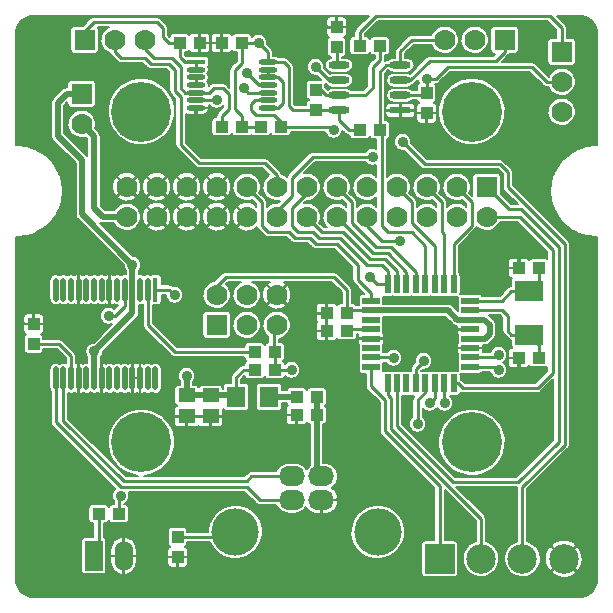
<source format=gtl>
G04 #@! TF.FileFunction,Copper,L1,Top,Signal*
%FSLAX46Y46*%
G04 Gerber Fmt 4.6, Leading zero omitted, Abs format (unit mm)*
G04 Created by KiCad (PCBNEW (2015-07-24 BZR 5989, Git 9b9c794)-product) date 1/12/2015 8:53:28 AM*
%MOMM*%
G01*
G04 APERTURE LIST*
%ADD10C,0.150000*%
%ADD11R,1.099820X1.000760*%
%ADD12R,1.000760X1.099820*%
%ADD13R,1.450340X1.150620*%
%ADD14R,1.600200X1.800860*%
%ADD15R,1.778000X1.778000*%
%ADD16C,1.778000*%
%ADD17C,5.080000*%
%ADD18R,1.500000X0.550000*%
%ADD19R,0.550000X1.500000*%
%ADD20R,2.400000X1.700000*%
%ADD21O,2.200000X1.700000*%
%ADD22C,4.000000*%
%ADD23R,1.524000X2.540000*%
%ADD24O,1.524000X2.540000*%
%ADD25O,1.600200X0.450000*%
%ADD26R,1.650000X0.450000*%
%ADD27R,1.800000X0.600000*%
%ADD28O,1.800000X0.600000*%
%ADD29R,2.500000X2.500000*%
%ADD30C,2.500000*%
%ADD31R,0.450000X2.000000*%
%ADD32O,0.450000X2.000000*%
%ADD33C,0.889000*%
%ADD34C,0.508000*%
%ADD35C,0.254000*%
%ADD36C,0.203200*%
G04 APERTURE END LIST*
D10*
D11*
X146390900Y-106572000D03*
X144689100Y-106572000D03*
X138593100Y-108350000D03*
X140294900Y-108350000D03*
X143850900Y-113684000D03*
X142149100Y-113684000D03*
D12*
X119886000Y-107676900D03*
X119886000Y-105975100D03*
D13*
X132840000Y-112022840D03*
X132840000Y-113821160D03*
D11*
X146390900Y-105048000D03*
X144689100Y-105048000D03*
X160945100Y-108858000D03*
X162646900Y-108858000D03*
X160945100Y-101238000D03*
X162646900Y-101238000D03*
D13*
X134872000Y-112022840D03*
X134872000Y-113821160D03*
D11*
X137500900Y-82188000D03*
X135799100Y-82188000D03*
D14*
X137028460Y-112160000D03*
X139827540Y-112160000D03*
D15*
X135380000Y-106064000D03*
D16*
X135380000Y-103524000D03*
X137920000Y-106064000D03*
X137920000Y-103524000D03*
X140460000Y-106064000D03*
X140460000Y-103524000D03*
D15*
X124204000Y-81934000D03*
D16*
X126744000Y-81934000D03*
X129284000Y-81934000D03*
D12*
X132078000Y-125710900D03*
X132078000Y-124009100D03*
D11*
X142149100Y-112160000D03*
X143850900Y-112160000D03*
D17*
X129000000Y-88000000D03*
X157000000Y-116000000D03*
X157000000Y-88000000D03*
X129000000Y-116000000D03*
D11*
X133944900Y-82188000D03*
X132243100Y-82188000D03*
X140294900Y-109874000D03*
X138593100Y-109874000D03*
X135799100Y-89300000D03*
X137500900Y-89300000D03*
X125385100Y-122066000D03*
X127086900Y-122066000D03*
D18*
X156852000Y-109626000D03*
D19*
X154652000Y-102626000D03*
X153852000Y-102626000D03*
X153052000Y-102626000D03*
X152252000Y-102626000D03*
X151452000Y-102626000D03*
X150652000Y-102626000D03*
X149852000Y-102626000D03*
D18*
X148452000Y-104026000D03*
X148452000Y-104826000D03*
X148452000Y-105626000D03*
X156852000Y-108826000D03*
X148452000Y-106426000D03*
X148452000Y-107226000D03*
X148452000Y-108026000D03*
X148452000Y-108826000D03*
X148452000Y-109626000D03*
D19*
X149852000Y-111026000D03*
X150652000Y-111026000D03*
X151452000Y-111026000D03*
X152252000Y-111026000D03*
X153052000Y-111026000D03*
D18*
X156852000Y-108026000D03*
D19*
X153852000Y-111026000D03*
X154652000Y-111026000D03*
X155452000Y-111026000D03*
D18*
X156852000Y-107226000D03*
X156852000Y-106426000D03*
X156852000Y-105626000D03*
X156852000Y-104826000D03*
X156852000Y-104026000D03*
D19*
X155452000Y-102626000D03*
D20*
X161796000Y-103198000D03*
X161796000Y-106898000D03*
D21*
X144250000Y-118880000D03*
X141750000Y-118880000D03*
X141750000Y-120880000D03*
X144250000Y-120880000D03*
D22*
X149020000Y-123590000D03*
X136980000Y-123590000D03*
D15*
X123950000Y-86506000D03*
D16*
X123950000Y-89046000D03*
D23*
X124966000Y-125622000D03*
D24*
X127506000Y-125622000D03*
D25*
X139700000Y-85094000D03*
X139700000Y-85744000D03*
X139700000Y-83794000D03*
X139700000Y-84444000D03*
X133600000Y-87044000D03*
X133600000Y-86394000D03*
X133600000Y-85744000D03*
X133600000Y-85094000D03*
D26*
X133600000Y-83794000D03*
D25*
X133600000Y-84444000D03*
X133600000Y-87694000D03*
X139700000Y-87694000D03*
X139700000Y-87044000D03*
X139700000Y-86394000D03*
D11*
X140802900Y-89300000D03*
X139101100Y-89300000D03*
D15*
X158240000Y-94380000D03*
D16*
X148080000Y-96920000D03*
X145540000Y-94380000D03*
X145540000Y-96920000D03*
X143000000Y-94380000D03*
X143000000Y-96920000D03*
X140460000Y-94380000D03*
X140460000Y-96920000D03*
X158240000Y-96920000D03*
X155700000Y-94380000D03*
X155700000Y-96920000D03*
X153160000Y-94380000D03*
X153160000Y-96920000D03*
X150620000Y-94380000D03*
X150620000Y-96920000D03*
X148080000Y-94380000D03*
X137920000Y-94380000D03*
X137920000Y-96920000D03*
X135380000Y-94380000D03*
X135380000Y-96920000D03*
X132840000Y-94380000D03*
X132840000Y-96920000D03*
X130300000Y-94380000D03*
X130300000Y-96920000D03*
X127760000Y-94380000D03*
X127760000Y-96920000D03*
D15*
X159764000Y-81934000D03*
D16*
X157224000Y-81934000D03*
X154684000Y-81934000D03*
D11*
X149184900Y-89554000D03*
X147483100Y-89554000D03*
D12*
X145540000Y-82530900D03*
X145540000Y-80829100D03*
X153160000Y-86417100D03*
X153160000Y-88118900D03*
X143762000Y-86163100D03*
X143762000Y-87864900D03*
D11*
X149184900Y-82442000D03*
X147483100Y-82442000D03*
D27*
X150934000Y-87903000D03*
D28*
X150934000Y-86633000D03*
X150934000Y-85363000D03*
X150934000Y-84093000D03*
X145734000Y-84093000D03*
X145734000Y-85363000D03*
X145734000Y-86633000D03*
X145734000Y-87903000D03*
D15*
X164590000Y-82950000D03*
D16*
X164590000Y-85490000D03*
X164590000Y-88030000D03*
D29*
X154260000Y-125876000D03*
D30*
X157760000Y-125876000D03*
X161260000Y-125876000D03*
X164760000Y-125876000D03*
D31*
X130207000Y-103076000D03*
D32*
X129557000Y-103076000D03*
X128907000Y-103076000D03*
X128257000Y-103076000D03*
X127607000Y-103076000D03*
X126957000Y-103076000D03*
X126307000Y-103076000D03*
X125657000Y-103076000D03*
X125007000Y-103076000D03*
X124357000Y-103076000D03*
X123707000Y-103076000D03*
X123057000Y-103076000D03*
X122407000Y-103076000D03*
X121757000Y-103076000D03*
X121757000Y-110576000D03*
X122407000Y-110576000D03*
X123057000Y-110576000D03*
X123707000Y-110576000D03*
X124357000Y-110576000D03*
X125007000Y-110576000D03*
X125657000Y-110576000D03*
X126307000Y-110576000D03*
X126957000Y-110576000D03*
X127607000Y-110576000D03*
X128257000Y-110576000D03*
X128907000Y-110576000D03*
X129557000Y-110576000D03*
X130207000Y-110576000D03*
D33*
X138936000Y-82188000D03*
X127252000Y-120542000D03*
X125007000Y-108309000D03*
X132840000Y-110382000D03*
X128257000Y-100973000D03*
X141730000Y-109874000D03*
X152398000Y-114446000D03*
X137920000Y-84728000D03*
X150366000Y-108858000D03*
X152906000Y-109112000D03*
X150874000Y-98952000D03*
X148334000Y-102000000D03*
X159256000Y-109874000D03*
X159256000Y-108604000D03*
X145286000Y-89554000D03*
X151128000Y-90570000D03*
X153414000Y-112668000D03*
X131824000Y-103524000D03*
X154684000Y-112668000D03*
X126236000Y-105302000D03*
X133856000Y-89554000D03*
X144270000Y-92602000D03*
X142238000Y-80918000D03*
X131570000Y-92094000D03*
X154684000Y-106318000D03*
X155446000Y-104032000D03*
X161034000Y-112668000D03*
X161034000Y-110128000D03*
X160526000Y-99206000D03*
X143000000Y-104794000D03*
X151382000Y-106318000D03*
X135380000Y-87014000D03*
X137666000Y-85998000D03*
X148588000Y-91840000D03*
X143762000Y-84220000D03*
X153160000Y-85236000D03*
D34*
X123950000Y-86506000D02*
X122680000Y-86506000D01*
X122680000Y-86506000D02*
X121918000Y-87268000D01*
X121918000Y-87268000D02*
X121918000Y-90062000D01*
X121918000Y-90062000D02*
X124000000Y-92144000D01*
X124000000Y-92144000D02*
X124000000Y-96716000D01*
X124000000Y-96716000D02*
X128257000Y-100973000D01*
D35*
X143762000Y-87864900D02*
X141818900Y-87864900D01*
X141818900Y-87864900D02*
X141476000Y-87522000D01*
X139700000Y-83794000D02*
X141050000Y-83794000D01*
X141476000Y-84220000D02*
X141476000Y-87522000D01*
X141050000Y-83794000D02*
X141476000Y-84220000D01*
X137500900Y-89300000D02*
X137500900Y-88372900D01*
X137500900Y-83877100D02*
X137500900Y-82188000D01*
X136904000Y-84474000D02*
X137500900Y-83877100D01*
X136904000Y-87776000D02*
X136904000Y-84474000D01*
X137500900Y-88372900D02*
X136904000Y-87776000D01*
X139101100Y-89300000D02*
X137500900Y-89300000D01*
X137500900Y-82188000D02*
X138936000Y-82188000D01*
X138936000Y-82188000D02*
X139700000Y-82952000D01*
X139700000Y-82952000D02*
X139700000Y-83794000D01*
X135380000Y-103524000D02*
X135380000Y-102762000D01*
X135380000Y-102762000D02*
X136142000Y-102000000D01*
X146390900Y-103104900D02*
X146390900Y-105048000D01*
X145286000Y-102000000D02*
X146390900Y-103104900D01*
X136142000Y-102000000D02*
X145286000Y-102000000D01*
X127086900Y-120707100D02*
X127086900Y-122066000D01*
X127252000Y-120542000D02*
X127086900Y-120707100D01*
D34*
X125007000Y-108350000D02*
X125007000Y-108309000D01*
X132840000Y-110382000D02*
X132840000Y-112022840D01*
X128257000Y-103076000D02*
X128257000Y-105059000D01*
X125007000Y-108350000D02*
X125007000Y-110576000D01*
X128257000Y-105059000D02*
X125007000Y-108309000D01*
X134872000Y-112022840D02*
X132840000Y-112022840D01*
X134872000Y-112022840D02*
X136891300Y-112022840D01*
X136891300Y-112022840D02*
X137028460Y-112160000D01*
D35*
X138593100Y-109874000D02*
X137666000Y-109874000D01*
X137028460Y-110511540D02*
X137028460Y-112160000D01*
X137666000Y-109874000D02*
X137028460Y-110511540D01*
X148452000Y-104826000D02*
X146612900Y-104826000D01*
X146612900Y-104826000D02*
X146390900Y-105048000D01*
X128257000Y-100984000D02*
X128257000Y-100973000D01*
D34*
X128257000Y-100984000D02*
X128257000Y-103076000D01*
X148452000Y-104826000D02*
X154970000Y-104826000D01*
X155770000Y-105626000D02*
X156852000Y-105626000D01*
X154970000Y-104826000D02*
X155770000Y-105626000D01*
X156852000Y-107226000D02*
X158094000Y-107226000D01*
X158056000Y-105626000D02*
X156852000Y-105626000D01*
X158494000Y-106064000D02*
X158056000Y-105626000D01*
X158494000Y-106826000D02*
X158494000Y-106064000D01*
X158094000Y-107226000D02*
X158494000Y-106826000D01*
D35*
X147483100Y-89554000D02*
X146556000Y-89554000D01*
X146556000Y-89554000D02*
X145734000Y-88732000D01*
X145734000Y-88732000D02*
X145734000Y-87903000D01*
X145734000Y-87903000D02*
X143800100Y-87903000D01*
X143800100Y-87903000D02*
X143762000Y-87864900D01*
X140294900Y-109874000D02*
X141730000Y-109874000D01*
X152398000Y-112414000D02*
X153052000Y-111760000D01*
X152398000Y-112414000D02*
X152398000Y-114446000D01*
X140294900Y-108350000D02*
X140294900Y-109874000D01*
X140206000Y-106064000D02*
X140206000Y-108261100D01*
X140206000Y-108261100D02*
X140294900Y-108350000D01*
X153052000Y-111026000D02*
X153052000Y-111760000D01*
X137920000Y-84728000D02*
X138936000Y-85744000D01*
X139700000Y-85744000D02*
X138936000Y-85744000D01*
X148452000Y-108826000D02*
X150334000Y-108826000D01*
X150334000Y-108826000D02*
X150366000Y-108858000D01*
X148452000Y-109626000D02*
X148452000Y-111262000D01*
X148452000Y-111262000D02*
X149606000Y-112416000D01*
X149606000Y-112416000D02*
X149606000Y-115078000D01*
X149606000Y-115078000D02*
X154260000Y-119732000D01*
X154260000Y-119732000D02*
X154260000Y-125876000D01*
X149852000Y-111026000D02*
X149852000Y-112030000D01*
X149852000Y-112030000D02*
X150114000Y-112292000D01*
X150114000Y-112292000D02*
X150114000Y-114848000D01*
X150114000Y-114848000D02*
X157760000Y-122494000D01*
X157760000Y-122494000D02*
X157760000Y-124108234D01*
X157760000Y-124108234D02*
X157760000Y-125876000D01*
X149852000Y-111026000D02*
X149860000Y-111034000D01*
X150652000Y-111026000D02*
X150652000Y-114660000D01*
X150652000Y-114660000D02*
X155372000Y-119380000D01*
X155372000Y-119380000D02*
X160926000Y-119380000D01*
X160926000Y-119380000D02*
X164336000Y-115970000D01*
X164336000Y-115970000D02*
X164336000Y-99460000D01*
X164336000Y-99460000D02*
X161142000Y-96266000D01*
X161142000Y-96266000D02*
X160126000Y-96266000D01*
X160126000Y-96266000D02*
X158240000Y-94380000D01*
X149350000Y-98952000D02*
X150874000Y-98952000D01*
X152252000Y-111026000D02*
X152252000Y-109766000D01*
X152252000Y-109766000D02*
X152906000Y-109112000D01*
X149350000Y-98952000D02*
X148080000Y-97682000D01*
X148080000Y-96920000D02*
X148080000Y-97682000D01*
X148452000Y-106426000D02*
X146536900Y-106426000D01*
X146536900Y-106426000D02*
X146390900Y-106572000D01*
X151452000Y-102626000D02*
X151452000Y-101562000D01*
X148588000Y-99968000D02*
X145540000Y-96920000D01*
X149858000Y-99968000D02*
X148588000Y-99968000D01*
X151452000Y-101562000D02*
X149858000Y-99968000D01*
X143000000Y-96920000D02*
X144270000Y-98190000D01*
X146048000Y-98190000D02*
X148334000Y-100476000D01*
X144270000Y-98190000D02*
X146048000Y-98190000D01*
X150652000Y-102626000D02*
X150652000Y-101524000D01*
X149604000Y-100476000D02*
X148334000Y-100476000D01*
X150652000Y-101524000D02*
X149604000Y-100476000D01*
X149852000Y-102626000D02*
X148960000Y-102626000D01*
X148960000Y-102626000D02*
X148334000Y-102000000D01*
X143000000Y-94380000D02*
X143000000Y-94888000D01*
X143000000Y-94888000D02*
X141730000Y-96158000D01*
X149852000Y-102626000D02*
X149852000Y-101486000D01*
X141730000Y-97682000D02*
X141730000Y-96158000D01*
X142238000Y-98190000D02*
X141730000Y-97682000D01*
X143508000Y-98190000D02*
X142238000Y-98190000D01*
X144016000Y-98698000D02*
X143508000Y-98190000D01*
X145794000Y-98698000D02*
X144016000Y-98698000D01*
X148080000Y-100984000D02*
X145794000Y-98698000D01*
X149350000Y-100984000D02*
X148080000Y-100984000D01*
X149852000Y-101486000D02*
X149350000Y-100984000D01*
X148452000Y-104026000D02*
X148452000Y-103388000D01*
X139190000Y-95650000D02*
X137920000Y-94380000D01*
X139190000Y-97682000D02*
X139190000Y-95650000D01*
X139698000Y-98190000D02*
X139190000Y-97682000D01*
X141476000Y-98190000D02*
X139698000Y-98190000D01*
X141984000Y-98698000D02*
X141476000Y-98190000D01*
X143254000Y-98698000D02*
X141984000Y-98698000D01*
X143762000Y-99206000D02*
X143254000Y-98698000D01*
X145540000Y-99206000D02*
X143762000Y-99206000D01*
X147318000Y-100984000D02*
X145540000Y-99206000D01*
X147318000Y-102254000D02*
X147318000Y-100984000D01*
X148452000Y-103388000D02*
X147318000Y-102254000D01*
X155452000Y-111026000D02*
X155836000Y-111026000D01*
X163828000Y-99714000D02*
X163828000Y-110128000D01*
X161034000Y-96920000D02*
X158240000Y-96920000D01*
X161034000Y-96920000D02*
X163828000Y-99714000D01*
X162558000Y-111398000D02*
X163828000Y-110128000D01*
X156208000Y-111398000D02*
X162558000Y-111398000D01*
X155836000Y-111026000D02*
X156208000Y-111398000D01*
X158240000Y-96920000D02*
X158240000Y-97174000D01*
X159008000Y-109626000D02*
X159256000Y-109874000D01*
X156852000Y-109626000D02*
X159008000Y-109626000D01*
X159034000Y-108826000D02*
X156852000Y-108826000D01*
X159256000Y-108604000D02*
X159034000Y-108826000D01*
X153160000Y-96920000D02*
X153160000Y-96412000D01*
X155452000Y-102626000D02*
X155452000Y-99200000D01*
X156970000Y-95650000D02*
X155700000Y-94380000D01*
X156970000Y-97682000D02*
X156970000Y-95650000D01*
X155452000Y-99200000D02*
X156970000Y-97682000D01*
X154652000Y-102626000D02*
X154652000Y-98412000D01*
X154430000Y-95650000D02*
X153160000Y-94380000D01*
X154430000Y-98190000D02*
X154430000Y-95650000D01*
X154652000Y-98412000D02*
X154430000Y-98190000D01*
X151890000Y-97428000D02*
X151890000Y-95650000D01*
X153852000Y-99390000D02*
X151890000Y-97428000D01*
X153852000Y-102626000D02*
X153852000Y-99390000D01*
X151890000Y-95650000D02*
X150620000Y-94380000D01*
X150934000Y-84093000D02*
X150934000Y-82890000D01*
X151890000Y-81934000D02*
X154684000Y-81934000D01*
X150934000Y-82890000D02*
X151890000Y-81934000D01*
X149350000Y-89719100D02*
X149350000Y-97682000D01*
X153052000Y-99352000D02*
X153052000Y-102626000D01*
X149858000Y-98190000D02*
X149350000Y-97682000D01*
X151890000Y-98190000D02*
X149858000Y-98190000D01*
X153052000Y-99352000D02*
X151890000Y-98190000D01*
X149350000Y-89719100D02*
X149184900Y-89554000D01*
X149184900Y-89554000D02*
X149184900Y-84639100D01*
X149731000Y-84093000D02*
X150934000Y-84093000D01*
X149184900Y-84639100D02*
X149731000Y-84093000D01*
X152252000Y-102626000D02*
X152252000Y-101600000D01*
X146810000Y-95650000D02*
X145540000Y-94380000D01*
X146810000Y-97428000D02*
X146810000Y-95650000D01*
X148842000Y-99460000D02*
X146810000Y-97428000D01*
X150112000Y-99460000D02*
X148842000Y-99460000D01*
X152252000Y-101600000D02*
X150112000Y-99460000D01*
X138593100Y-108350000D02*
X131824000Y-108350000D01*
X129557000Y-103076000D02*
X129557000Y-106083000D01*
X129557000Y-106083000D02*
X131824000Y-108350000D01*
X132332000Y-86760000D02*
X131824000Y-86252000D01*
X132332000Y-86760000D02*
X132332000Y-90824000D01*
X132332000Y-90824000D02*
X133856000Y-92348000D01*
X133856000Y-92348000D02*
X139444000Y-92348000D01*
X139444000Y-92348000D02*
X140460000Y-93364000D01*
X140460000Y-94380000D02*
X140460000Y-93364000D01*
X126744000Y-82950000D02*
X126744000Y-81934000D01*
X127252000Y-83458000D02*
X126744000Y-82950000D01*
X129284000Y-83458000D02*
X127252000Y-83458000D01*
X129792000Y-83966000D02*
X129284000Y-83458000D01*
X131316000Y-83966000D02*
X129792000Y-83966000D01*
X131824000Y-84474000D02*
X131316000Y-83966000D01*
X131824000Y-86252000D02*
X131824000Y-84474000D01*
X151128000Y-90570000D02*
X153014000Y-92456000D01*
X153014000Y-92456000D02*
X159364000Y-92456000D01*
X159364000Y-92456000D02*
X160020000Y-93112000D01*
X160020000Y-93112000D02*
X160020000Y-94382000D01*
X160020000Y-94382000D02*
X164844000Y-99206000D01*
X164844000Y-99206000D02*
X164844000Y-116224000D01*
X164844000Y-116224000D02*
X161260000Y-119808000D01*
X161260000Y-119808000D02*
X161260000Y-125876000D01*
X140802900Y-89300000D02*
X140802900Y-88880900D01*
X140802900Y-88880900D02*
X140206000Y-88284000D01*
X138652000Y-87044000D02*
X139700000Y-87044000D01*
X138301000Y-87395000D02*
X138652000Y-87044000D01*
X138301000Y-87903000D02*
X138301000Y-87395000D01*
X138682000Y-88284000D02*
X138301000Y-87903000D01*
X140206000Y-88284000D02*
X138682000Y-88284000D01*
X140802900Y-89300000D02*
X145032000Y-89300000D01*
X145032000Y-89300000D02*
X145286000Y-89554000D01*
X153852000Y-112230000D02*
X153414000Y-112668000D01*
X130207000Y-103076000D02*
X131376000Y-103076000D01*
X131376000Y-103076000D02*
X131824000Y-103524000D01*
X153852000Y-112230000D02*
X153852000Y-111026000D01*
X154652000Y-112636000D02*
X154684000Y-112668000D01*
X127607000Y-104439000D02*
X126744000Y-105302000D01*
X126744000Y-105302000D02*
X126236000Y-105302000D01*
X127607000Y-103076000D02*
X127607000Y-104439000D01*
X154652000Y-112636000D02*
X154652000Y-111026000D01*
X133600000Y-89298000D02*
X133856000Y-89554000D01*
X133600000Y-87694000D02*
X133600000Y-89298000D01*
X145540000Y-80829100D02*
X142326900Y-80829100D01*
X142326900Y-80829100D02*
X142238000Y-80918000D01*
X160945100Y-108858000D02*
X160945100Y-110039100D01*
X160945100Y-110039100D02*
X161034000Y-110128000D01*
X160945100Y-101238000D02*
X160945100Y-99625100D01*
X160945100Y-99625100D02*
X160526000Y-99206000D01*
X144689100Y-105048000D02*
X143254000Y-105048000D01*
X143254000Y-105048000D02*
X143000000Y-104794000D01*
X151382000Y-106318000D02*
X154684000Y-106318000D01*
X154792000Y-106426000D02*
X154684000Y-106318000D01*
X154792000Y-106426000D02*
X156852000Y-106426000D01*
D34*
X143850900Y-113684000D02*
X143850900Y-118480900D01*
X143850900Y-118480900D02*
X144250000Y-118880000D01*
X143850900Y-112160000D02*
X143850900Y-113684000D01*
D35*
X119886000Y-107676900D02*
X122006900Y-107676900D01*
X123057000Y-108727000D02*
X123057000Y-110576000D01*
X122006900Y-107676900D02*
X123057000Y-108727000D01*
X156852000Y-104826000D02*
X159542000Y-104826000D01*
X160344000Y-106898000D02*
X161796000Y-106898000D01*
X160018000Y-106572000D02*
X160344000Y-106898000D01*
X160018000Y-105302000D02*
X160018000Y-106572000D01*
X159542000Y-104826000D02*
X160018000Y-105302000D01*
X162646900Y-108858000D02*
X162646900Y-107748900D01*
X162646900Y-107748900D02*
X161796000Y-106898000D01*
X161614000Y-106898000D02*
X162812000Y-106898000D01*
X162646900Y-101238000D02*
X162646900Y-102347100D01*
X162646900Y-102347100D02*
X161796000Y-103198000D01*
X156852000Y-104026000D02*
X159516000Y-104026000D01*
X160344000Y-103198000D02*
X161796000Y-103198000D01*
X159516000Y-104026000D02*
X160344000Y-103198000D01*
D34*
X139827540Y-112160000D02*
X142149100Y-112160000D01*
D35*
X122407000Y-110576000D02*
X122407000Y-114173000D01*
X122407000Y-114173000D02*
X127506000Y-119272000D01*
X127506000Y-119272000D02*
X137920000Y-119272000D01*
X137920000Y-119272000D02*
X138312000Y-118880000D01*
X138312000Y-118880000D02*
X141750000Y-118880000D01*
X121757000Y-110576000D02*
X121757000Y-114285000D01*
X121757000Y-114285000D02*
X127252000Y-119780000D01*
X127252000Y-119780000D02*
X137920000Y-119780000D01*
X137920000Y-119780000D02*
X139020000Y-120880000D01*
X139020000Y-120880000D02*
X141750000Y-120880000D01*
X132078000Y-124009100D02*
X136560900Y-124009100D01*
X136560900Y-124009100D02*
X136980000Y-123590000D01*
X132243100Y-82188000D02*
X131316000Y-82188000D01*
X130808000Y-80918000D02*
X130300000Y-80410000D01*
X130808000Y-81680000D02*
X130808000Y-80918000D01*
X131316000Y-82188000D02*
X130808000Y-81680000D01*
X133600000Y-83794000D02*
X133600000Y-84444000D01*
X133600000Y-83794000D02*
X132668000Y-83794000D01*
X132243100Y-83369100D02*
X132243100Y-82188000D01*
X132668000Y-83794000D02*
X132243100Y-83369100D01*
X124204000Y-81680000D02*
X124204000Y-81172000D01*
X124966000Y-80410000D02*
X130300000Y-80410000D01*
X124204000Y-81172000D02*
X124966000Y-80410000D01*
X133600000Y-86394000D02*
X132728000Y-86394000D01*
X130046000Y-83458000D02*
X129284000Y-82696000D01*
X131570000Y-83458000D02*
X130046000Y-83458000D01*
X132332000Y-84220000D02*
X131570000Y-83458000D01*
X132332000Y-85998000D02*
X132332000Y-84220000D01*
X132728000Y-86394000D02*
X132332000Y-85998000D01*
X129284000Y-82696000D02*
X129284000Y-81934000D01*
X133600000Y-86394000D02*
X134730000Y-86394000D01*
X134730000Y-86394000D02*
X135126000Y-85998000D01*
X135126000Y-85998000D02*
X135888000Y-85998000D01*
X135888000Y-85998000D02*
X136396000Y-86506000D01*
X136396000Y-86506000D02*
X136396000Y-87776000D01*
X136396000Y-87776000D02*
X135799100Y-88372900D01*
X135799100Y-88372900D02*
X135799100Y-89300000D01*
X125385100Y-122066000D02*
X125385100Y-125202900D01*
X125385100Y-125202900D02*
X124966000Y-125622000D01*
D34*
X123950000Y-89046000D02*
X125000000Y-90096000D01*
X125000000Y-90096000D02*
X125000000Y-96192000D01*
X125000000Y-96192000D02*
X125728000Y-96920000D01*
X125728000Y-96920000D02*
X127760000Y-96920000D01*
D35*
X133600000Y-85094000D02*
X133600000Y-85744000D01*
X135350000Y-87044000D02*
X133600000Y-87044000D01*
X135380000Y-87014000D02*
X135350000Y-87044000D01*
X139700000Y-86394000D02*
X138062000Y-86394000D01*
X138062000Y-86394000D02*
X137666000Y-85998000D01*
X139700000Y-85094000D02*
X140572000Y-85094000D01*
X140542000Y-87694000D02*
X139700000Y-87694000D01*
X140968000Y-87268000D02*
X140542000Y-87694000D01*
X140968000Y-85490000D02*
X140968000Y-87268000D01*
X140572000Y-85094000D02*
X140968000Y-85490000D01*
X139700000Y-84444000D02*
X139700000Y-85094000D01*
X148588000Y-91840000D02*
X143508000Y-91840000D01*
X143508000Y-91840000D02*
X141730000Y-93618000D01*
X141730000Y-93618000D02*
X141730000Y-95142000D01*
X140460000Y-96412000D02*
X141730000Y-95142000D01*
X140460000Y-96412000D02*
X140460000Y-96920000D01*
X150934000Y-85363000D02*
X151763000Y-85363000D01*
X151763000Y-85363000D02*
X153414000Y-83712000D01*
X153414000Y-83712000D02*
X159002000Y-83712000D01*
X159002000Y-83712000D02*
X159764000Y-82950000D01*
X159764000Y-82950000D02*
X159764000Y-81934000D01*
X145540000Y-82530900D02*
X145540000Y-83899000D01*
X145540000Y-83899000D02*
X145734000Y-84093000D01*
X153160000Y-85236000D02*
X153922000Y-85236000D01*
X163320000Y-85490000D02*
X164590000Y-85490000D01*
X162050000Y-84220000D02*
X163320000Y-85490000D01*
X154938000Y-84220000D02*
X162050000Y-84220000D01*
X153922000Y-85236000D02*
X154938000Y-84220000D01*
X144905000Y-85363000D02*
X143762000Y-84220000D01*
X153160000Y-85236000D02*
X153160000Y-86417100D01*
X153248900Y-86417100D02*
X153160000Y-86417100D01*
X145734000Y-85363000D02*
X144905000Y-85363000D01*
X150934000Y-86633000D02*
X152944100Y-86633000D01*
X152944100Y-86633000D02*
X153160000Y-86417100D01*
X145734000Y-86633000D02*
X147953000Y-86633000D01*
X149184900Y-83623100D02*
X149184900Y-82442000D01*
X148588000Y-84220000D02*
X149184900Y-83623100D01*
X148588000Y-85998000D02*
X148588000Y-84220000D01*
X147953000Y-86633000D02*
X148588000Y-85998000D01*
X143762000Y-86163100D02*
X144181100Y-86163100D01*
X144181100Y-86163100D02*
X144651000Y-86633000D01*
X144651000Y-86633000D02*
X145734000Y-86633000D01*
X164590000Y-80918000D02*
X164590000Y-82950000D01*
X163574000Y-79902000D02*
X164590000Y-80918000D01*
X148842000Y-79902000D02*
X163574000Y-79902000D01*
X147483100Y-82442000D02*
X147483100Y-81260900D01*
X147483100Y-81260900D02*
X148842000Y-79902000D01*
D36*
G36*
X147177771Y-80955571D02*
X147152459Y-80986387D01*
X147126816Y-81016947D01*
X147125721Y-81018939D01*
X147124281Y-81020692D01*
X147105449Y-81055814D01*
X147086217Y-81090796D01*
X147085530Y-81092962D01*
X147084458Y-81094961D01*
X147072815Y-81133047D01*
X147060736Y-81171124D01*
X147060482Y-81173386D01*
X147059820Y-81175552D01*
X147055791Y-81215211D01*
X147051342Y-81254871D01*
X147051311Y-81259302D01*
X147051302Y-81259392D01*
X147051310Y-81259476D01*
X147051300Y-81260900D01*
X147051300Y-81635345D01*
X146933190Y-81635345D01*
X146883729Y-81639365D01*
X146801650Y-81665031D01*
X146729942Y-81712503D01*
X146674258Y-81778040D01*
X146638989Y-81856473D01*
X146626915Y-81941620D01*
X146626915Y-82942380D01*
X146630935Y-82991841D01*
X146656601Y-83073920D01*
X146704073Y-83145628D01*
X146769610Y-83201312D01*
X146848043Y-83236581D01*
X146933190Y-83248655D01*
X148033010Y-83248655D01*
X148082471Y-83244635D01*
X148164550Y-83218969D01*
X148236258Y-83171497D01*
X148291942Y-83105960D01*
X148327211Y-83027527D01*
X148332566Y-82989763D01*
X148332735Y-82991841D01*
X148358401Y-83073920D01*
X148405873Y-83145628D01*
X148471410Y-83201312D01*
X148549843Y-83236581D01*
X148634990Y-83248655D01*
X148753100Y-83248655D01*
X148753100Y-83444242D01*
X148282671Y-83914671D01*
X148257359Y-83945487D01*
X148231716Y-83976047D01*
X148230621Y-83978039D01*
X148229181Y-83979792D01*
X148210349Y-84014914D01*
X148191117Y-84049896D01*
X148190430Y-84052062D01*
X148189358Y-84054061D01*
X148177715Y-84092147D01*
X148165636Y-84130224D01*
X148165382Y-84132486D01*
X148164720Y-84134652D01*
X148160691Y-84174311D01*
X148156242Y-84213971D01*
X148156211Y-84218402D01*
X148156202Y-84218492D01*
X148156210Y-84218576D01*
X148156200Y-84220000D01*
X148156200Y-85819143D01*
X147774142Y-86201200D01*
X146761642Y-86201200D01*
X146681522Y-86133971D01*
X146578086Y-86077107D01*
X146465575Y-86041416D01*
X146348274Y-86028259D01*
X146339830Y-86028200D01*
X145128170Y-86028200D01*
X145010697Y-86039718D01*
X144897699Y-86073835D01*
X144793479Y-86129249D01*
X144773886Y-86145228D01*
X144568655Y-85939997D01*
X144568655Y-85637313D01*
X144599671Y-85668329D01*
X144615298Y-85681165D01*
X144622095Y-85694166D01*
X144696057Y-85786156D01*
X144786478Y-85862029D01*
X144889914Y-85918893D01*
X145002425Y-85954584D01*
X145119726Y-85967741D01*
X145128170Y-85967800D01*
X146339830Y-85967800D01*
X146457303Y-85956282D01*
X146570301Y-85922165D01*
X146674521Y-85866751D01*
X146765993Y-85792148D01*
X146841232Y-85701200D01*
X146897373Y-85597369D01*
X146932277Y-85484612D01*
X146944615Y-85367222D01*
X146933917Y-85249672D01*
X146900591Y-85136438D01*
X146845905Y-85031834D01*
X146771943Y-84939844D01*
X146681522Y-84863971D01*
X146578086Y-84807107D01*
X146465575Y-84771416D01*
X146348274Y-84758259D01*
X146339830Y-84758200D01*
X145128170Y-84758200D01*
X145010697Y-84769718D01*
X144942858Y-84790200D01*
X144501220Y-84348562D01*
X144508989Y-84314367D01*
X144511333Y-84146527D01*
X144499898Y-84088778D01*
X144523385Y-84088778D01*
X144534083Y-84206328D01*
X144567409Y-84319562D01*
X144622095Y-84424166D01*
X144696057Y-84516156D01*
X144786478Y-84592029D01*
X144889914Y-84648893D01*
X145002425Y-84684584D01*
X145119726Y-84697741D01*
X145128170Y-84697800D01*
X146339830Y-84697800D01*
X146457303Y-84686282D01*
X146570301Y-84652165D01*
X146674521Y-84596751D01*
X146765993Y-84522148D01*
X146841232Y-84431200D01*
X146897373Y-84327369D01*
X146932277Y-84214612D01*
X146944615Y-84097222D01*
X146933917Y-83979672D01*
X146900591Y-83866438D01*
X146845905Y-83761834D01*
X146771943Y-83669844D01*
X146681522Y-83593971D01*
X146578086Y-83537107D01*
X146465575Y-83501416D01*
X146348274Y-83488259D01*
X146339830Y-83488200D01*
X145971800Y-83488200D01*
X145971800Y-83387085D01*
X146040380Y-83387085D01*
X146089841Y-83383065D01*
X146171920Y-83357399D01*
X146243628Y-83309927D01*
X146299312Y-83244390D01*
X146334581Y-83165957D01*
X146346655Y-83080810D01*
X146346655Y-81980990D01*
X146342635Y-81931529D01*
X146316969Y-81849450D01*
X146269497Y-81777742D01*
X146203960Y-81722058D01*
X146173971Y-81708573D01*
X146208820Y-81694138D01*
X146267062Y-81655222D01*
X146316593Y-81605691D01*
X146355509Y-81547449D01*
X146382315Y-81482734D01*
X146395980Y-81414033D01*
X146395980Y-80943400D01*
X146307080Y-80854500D01*
X145565400Y-80854500D01*
X145565400Y-80874500D01*
X145514600Y-80874500D01*
X145514600Y-80854500D01*
X144772920Y-80854500D01*
X144684020Y-80943400D01*
X144684020Y-81414033D01*
X144697685Y-81482734D01*
X144724491Y-81547449D01*
X144763407Y-81605691D01*
X144812938Y-81655222D01*
X144871180Y-81694138D01*
X144903414Y-81707490D01*
X144836372Y-81751873D01*
X144780688Y-81817410D01*
X144745419Y-81895843D01*
X144733345Y-81980990D01*
X144733345Y-83080810D01*
X144737365Y-83130271D01*
X144763031Y-83212350D01*
X144810503Y-83284058D01*
X144876040Y-83339742D01*
X144954473Y-83375011D01*
X145039620Y-83387085D01*
X145108200Y-83387085D01*
X145108200Y-83490158D01*
X145010697Y-83499718D01*
X144897699Y-83533835D01*
X144793479Y-83589249D01*
X144702007Y-83663852D01*
X144626768Y-83754800D01*
X144570627Y-83858631D01*
X144535723Y-83971388D01*
X144523385Y-84088778D01*
X144499898Y-84088778D01*
X144482791Y-84002380D01*
X144426794Y-83866523D01*
X144345476Y-83744129D01*
X144241933Y-83639861D01*
X144120110Y-83557690D01*
X143984646Y-83500746D01*
X143840702Y-83471199D01*
X143693760Y-83470173D01*
X143549418Y-83497708D01*
X143413172Y-83552754D01*
X143290214Y-83633216D01*
X143185225Y-83736028D01*
X143102206Y-83857275D01*
X143044318Y-83992338D01*
X143013766Y-84136072D01*
X143011715Y-84283003D01*
X143038241Y-84427535D01*
X143092335Y-84564161D01*
X143171937Y-84687678D01*
X143274014Y-84793382D01*
X143394678Y-84877246D01*
X143529333Y-84936075D01*
X143672851Y-84967630D01*
X143819764Y-84970707D01*
X143889715Y-84958373D01*
X144238257Y-85306915D01*
X143261620Y-85306915D01*
X143212159Y-85310935D01*
X143130080Y-85336601D01*
X143058372Y-85384073D01*
X143002688Y-85449610D01*
X142967419Y-85528043D01*
X142955345Y-85613190D01*
X142955345Y-86713010D01*
X142959365Y-86762471D01*
X142985031Y-86844550D01*
X143032503Y-86916258D01*
X143098040Y-86971942D01*
X143176473Y-87007211D01*
X143214237Y-87012566D01*
X143212159Y-87012735D01*
X143130080Y-87038401D01*
X143058372Y-87085873D01*
X143002688Y-87151410D01*
X142967419Y-87229843D01*
X142955345Y-87314990D01*
X142955345Y-87433100D01*
X141997758Y-87433100D01*
X141907800Y-87343142D01*
X141907800Y-84220000D01*
X141903911Y-84180339D01*
X141900432Y-84140570D01*
X141899797Y-84138385D01*
X141899576Y-84136130D01*
X141888044Y-84097932D01*
X141876920Y-84059643D01*
X141875875Y-84057627D01*
X141875219Y-84055454D01*
X141856507Y-84020262D01*
X141838138Y-83984825D01*
X141836720Y-83983048D01*
X141835655Y-83981046D01*
X141810459Y-83950152D01*
X141785562Y-83918964D01*
X141782445Y-83915803D01*
X141782393Y-83915739D01*
X141782334Y-83915690D01*
X141781329Y-83914671D01*
X141355329Y-83488671D01*
X141324513Y-83463359D01*
X141293953Y-83437716D01*
X141291961Y-83436621D01*
X141290208Y-83435181D01*
X141255086Y-83416349D01*
X141220104Y-83397117D01*
X141217938Y-83396430D01*
X141215939Y-83395358D01*
X141177853Y-83383715D01*
X141139776Y-83371636D01*
X141137514Y-83371382D01*
X141135348Y-83370720D01*
X141095689Y-83366691D01*
X141056029Y-83362242D01*
X141051598Y-83362211D01*
X141051508Y-83362202D01*
X141051424Y-83362210D01*
X141050000Y-83362200D01*
X140586136Y-83362200D01*
X140579766Y-83356855D01*
X140489156Y-83307042D01*
X140390598Y-83275777D01*
X140287843Y-83264252D01*
X140280446Y-83264200D01*
X140131800Y-83264200D01*
X140131800Y-82952000D01*
X140127911Y-82912339D01*
X140124432Y-82872570D01*
X140123797Y-82870385D01*
X140123576Y-82868130D01*
X140112061Y-82829989D01*
X140100920Y-82791643D01*
X140099875Y-82789627D01*
X140099219Y-82787454D01*
X140080507Y-82752262D01*
X140062138Y-82716825D01*
X140060720Y-82715048D01*
X140059655Y-82713046D01*
X140034459Y-82682152D01*
X140009562Y-82650964D01*
X140006445Y-82647803D01*
X140006393Y-82647739D01*
X140006334Y-82647690D01*
X140005329Y-82646671D01*
X139675220Y-82316562D01*
X139682989Y-82282367D01*
X139685333Y-82114527D01*
X139656791Y-81970380D01*
X139600794Y-81834523D01*
X139519476Y-81712129D01*
X139415933Y-81607861D01*
X139294110Y-81525690D01*
X139158646Y-81468746D01*
X139014702Y-81439199D01*
X138867760Y-81438173D01*
X138723418Y-81465708D01*
X138587172Y-81520754D01*
X138464214Y-81601216D01*
X138359225Y-81704028D01*
X138357085Y-81707153D01*
X138357085Y-81687620D01*
X138353065Y-81638159D01*
X138327399Y-81556080D01*
X138279927Y-81484372D01*
X138214390Y-81428688D01*
X138135957Y-81393419D01*
X138050810Y-81381345D01*
X136950990Y-81381345D01*
X136901529Y-81385365D01*
X136819450Y-81411031D01*
X136747742Y-81458503D01*
X136692058Y-81524040D01*
X136678573Y-81554029D01*
X136664138Y-81519180D01*
X136625222Y-81460938D01*
X136575691Y-81411407D01*
X136517449Y-81372491D01*
X136452734Y-81345685D01*
X136384033Y-81332020D01*
X135913400Y-81332020D01*
X135824500Y-81420920D01*
X135824500Y-82162600D01*
X135844500Y-82162600D01*
X135844500Y-82213400D01*
X135824500Y-82213400D01*
X135824500Y-82955080D01*
X135913400Y-83043980D01*
X136384033Y-83043980D01*
X136452734Y-83030315D01*
X136517449Y-83003509D01*
X136575691Y-82964593D01*
X136625222Y-82915062D01*
X136664138Y-82856820D01*
X136677490Y-82824586D01*
X136721873Y-82891628D01*
X136787410Y-82947312D01*
X136865843Y-82982581D01*
X136950990Y-82994655D01*
X137069100Y-82994655D01*
X137069100Y-83698242D01*
X136598671Y-84168671D01*
X136573359Y-84199487D01*
X136547716Y-84230047D01*
X136546621Y-84232039D01*
X136545181Y-84233792D01*
X136526349Y-84268914D01*
X136507117Y-84303896D01*
X136506430Y-84306062D01*
X136505358Y-84308061D01*
X136493715Y-84346147D01*
X136481636Y-84384224D01*
X136481382Y-84386486D01*
X136480720Y-84388652D01*
X136476691Y-84428311D01*
X136472242Y-84467971D01*
X136472211Y-84472402D01*
X136472202Y-84472492D01*
X136472210Y-84472576D01*
X136472200Y-84474000D01*
X136472200Y-85971543D01*
X136193329Y-85692671D01*
X136162513Y-85667359D01*
X136131953Y-85641716D01*
X136129961Y-85640621D01*
X136128208Y-85639181D01*
X136093086Y-85620349D01*
X136058104Y-85601117D01*
X136055938Y-85600430D01*
X136053939Y-85599358D01*
X136015853Y-85587715D01*
X135977776Y-85575636D01*
X135975514Y-85575382D01*
X135973348Y-85574720D01*
X135933689Y-85570691D01*
X135894029Y-85566242D01*
X135889598Y-85566211D01*
X135889508Y-85566202D01*
X135889424Y-85566210D01*
X135888000Y-85566200D01*
X135126000Y-85566200D01*
X135086380Y-85570085D01*
X135046570Y-85573568D01*
X135044385Y-85574203D01*
X135042130Y-85574424D01*
X135004035Y-85585925D01*
X134965643Y-85597079D01*
X134963623Y-85598126D01*
X134961454Y-85598781D01*
X134926297Y-85617474D01*
X134890825Y-85635862D01*
X134889048Y-85637280D01*
X134887046Y-85638345D01*
X134856152Y-85663541D01*
X134824964Y-85688438D01*
X134821807Y-85691551D01*
X134821739Y-85691607D01*
X134821687Y-85691670D01*
X134820672Y-85692671D01*
X134703725Y-85809618D01*
X134710233Y-85747699D01*
X134700862Y-85644725D01*
X134671668Y-85545533D01*
X134623764Y-85453901D01*
X134595797Y-85419117D01*
X134619670Y-85390260D01*
X134668849Y-85299306D01*
X134699425Y-85200531D01*
X134710233Y-85097699D01*
X134700862Y-84994725D01*
X134671668Y-84895533D01*
X134623764Y-84803901D01*
X134595797Y-84769117D01*
X134619670Y-84740260D01*
X134668849Y-84649306D01*
X134699425Y-84550531D01*
X134710233Y-84447699D01*
X134700862Y-84344725D01*
X134671668Y-84245533D01*
X134655965Y-84215496D01*
X134683932Y-84182580D01*
X134719201Y-84104147D01*
X134731275Y-84019000D01*
X134731275Y-83569000D01*
X134727255Y-83519539D01*
X134701589Y-83437460D01*
X134654117Y-83365752D01*
X134588580Y-83310068D01*
X134510147Y-83274799D01*
X134425000Y-83262725D01*
X132775000Y-83262725D01*
X132749458Y-83264801D01*
X132674900Y-83190242D01*
X132674900Y-82994655D01*
X132793010Y-82994655D01*
X132842471Y-82990635D01*
X132924550Y-82964969D01*
X132996258Y-82917497D01*
X133051942Y-82851960D01*
X133065427Y-82821971D01*
X133079862Y-82856820D01*
X133118778Y-82915062D01*
X133168309Y-82964593D01*
X133226551Y-83003509D01*
X133291266Y-83030315D01*
X133359967Y-83043980D01*
X133830600Y-83043980D01*
X133919500Y-82955080D01*
X133919500Y-82213400D01*
X133970300Y-82213400D01*
X133970300Y-82955080D01*
X134059200Y-83043980D01*
X134529833Y-83043980D01*
X134598534Y-83030315D01*
X134663249Y-83003509D01*
X134721491Y-82964593D01*
X134771022Y-82915062D01*
X134809938Y-82856820D01*
X134836744Y-82792105D01*
X134850410Y-82723404D01*
X134850410Y-82302300D01*
X134893590Y-82302300D01*
X134893590Y-82723404D01*
X134907256Y-82792105D01*
X134934062Y-82856820D01*
X134972978Y-82915062D01*
X135022509Y-82964593D01*
X135080751Y-83003509D01*
X135145466Y-83030315D01*
X135214167Y-83043980D01*
X135684800Y-83043980D01*
X135773700Y-82955080D01*
X135773700Y-82213400D01*
X134982490Y-82213400D01*
X134893590Y-82302300D01*
X134850410Y-82302300D01*
X134850410Y-82302300D01*
X134761510Y-82213400D01*
X133970300Y-82213400D01*
X133919500Y-82213400D01*
X133919500Y-82213400D01*
X133899500Y-82213400D01*
X133899500Y-82162600D01*
X133919500Y-82162600D01*
X133919500Y-81420920D01*
X133970300Y-81420920D01*
X133970300Y-82162600D01*
X134761510Y-82162600D01*
X134850410Y-82073700D01*
X134850410Y-81652596D01*
X134893590Y-81652596D01*
X134893590Y-82073700D01*
X134982490Y-82162600D01*
X135773700Y-82162600D01*
X135773700Y-81420920D01*
X135684800Y-81332020D01*
X135214167Y-81332020D01*
X135145466Y-81345685D01*
X135080751Y-81372491D01*
X135022509Y-81411407D01*
X134972978Y-81460938D01*
X134934062Y-81519180D01*
X134907256Y-81583895D01*
X134893590Y-81652596D01*
X134850410Y-81652596D01*
X134850410Y-81652596D01*
X134836744Y-81583895D01*
X134809938Y-81519180D01*
X134771022Y-81460938D01*
X134721491Y-81411407D01*
X134663249Y-81372491D01*
X134598534Y-81345685D01*
X134529833Y-81332020D01*
X134059200Y-81332020D01*
X133970300Y-81420920D01*
X133919500Y-81420920D01*
X133919500Y-81420920D01*
X133830600Y-81332020D01*
X133359967Y-81332020D01*
X133291266Y-81345685D01*
X133226551Y-81372491D01*
X133168309Y-81411407D01*
X133118778Y-81460938D01*
X133079862Y-81519180D01*
X133066510Y-81551414D01*
X133022127Y-81484372D01*
X132956590Y-81428688D01*
X132878157Y-81393419D01*
X132793010Y-81381345D01*
X131693190Y-81381345D01*
X131643729Y-81385365D01*
X131561650Y-81411031D01*
X131489942Y-81458503D01*
X131434258Y-81524040D01*
X131398989Y-81602473D01*
X131391803Y-81653146D01*
X131239800Y-81501142D01*
X131239800Y-80918000D01*
X131235906Y-80878289D01*
X131232431Y-80838570D01*
X131231798Y-80836390D01*
X131231576Y-80834130D01*
X131220048Y-80795947D01*
X131208920Y-80757643D01*
X131207875Y-80755627D01*
X131207219Y-80753454D01*
X131188497Y-80718243D01*
X131170137Y-80682824D01*
X131168720Y-80681049D01*
X131167655Y-80679046D01*
X131142455Y-80648147D01*
X131117562Y-80616964D01*
X131114449Y-80613807D01*
X131114393Y-80613739D01*
X131114330Y-80613687D01*
X131113328Y-80612671D01*
X130744825Y-80244167D01*
X144684020Y-80244167D01*
X144684020Y-80714800D01*
X144772920Y-80803700D01*
X145514600Y-80803700D01*
X145514600Y-80012490D01*
X145565400Y-80012490D01*
X145565400Y-80803700D01*
X146307080Y-80803700D01*
X146395980Y-80714800D01*
X146395980Y-80244167D01*
X146382315Y-80175466D01*
X146355509Y-80110751D01*
X146316593Y-80052509D01*
X146267062Y-80002978D01*
X146208820Y-79964062D01*
X146144105Y-79937256D01*
X146075404Y-79923590D01*
X145654300Y-79923590D01*
X145565400Y-80012490D01*
X145514600Y-80012490D01*
X145514600Y-80012490D01*
X145425700Y-79923590D01*
X145004596Y-79923590D01*
X144935895Y-79937256D01*
X144871180Y-79964062D01*
X144812938Y-80002978D01*
X144763407Y-80052509D01*
X144724491Y-80110751D01*
X144697685Y-80175466D01*
X144684020Y-80244167D01*
X130744825Y-80244167D01*
X130605329Y-80104671D01*
X130574513Y-80079359D01*
X130543953Y-80053716D01*
X130541961Y-80052621D01*
X130540208Y-80051181D01*
X130505086Y-80032349D01*
X130470104Y-80013117D01*
X130467938Y-80012430D01*
X130465939Y-80011358D01*
X130427853Y-79999715D01*
X130389776Y-79987636D01*
X130387514Y-79987382D01*
X130385348Y-79986720D01*
X130345689Y-79982691D01*
X130306029Y-79978242D01*
X130301598Y-79978211D01*
X130301508Y-79978202D01*
X130301424Y-79978210D01*
X130300000Y-79978200D01*
X124966000Y-79978200D01*
X124926383Y-79982085D01*
X124886570Y-79985568D01*
X124884385Y-79986203D01*
X124882130Y-79986424D01*
X124844035Y-79997925D01*
X124805643Y-80009079D01*
X124803623Y-80010126D01*
X124801454Y-80010781D01*
X124766297Y-80029474D01*
X124730825Y-80047862D01*
X124729048Y-80049280D01*
X124727046Y-80050345D01*
X124696152Y-80075541D01*
X124664964Y-80100438D01*
X124661803Y-80103555D01*
X124661739Y-80103607D01*
X124661690Y-80103666D01*
X124660671Y-80104671D01*
X124026617Y-80738725D01*
X123315000Y-80738725D01*
X123265539Y-80742745D01*
X123183460Y-80768411D01*
X123111752Y-80815883D01*
X123056068Y-80881420D01*
X123020799Y-80959853D01*
X123008725Y-81045000D01*
X123008725Y-82823000D01*
X123012745Y-82872461D01*
X123038411Y-82954540D01*
X123085883Y-83026248D01*
X123151420Y-83081932D01*
X123229853Y-83117201D01*
X123315000Y-83129275D01*
X125093000Y-83129275D01*
X125142461Y-83125255D01*
X125224540Y-83099589D01*
X125296248Y-83052117D01*
X125351932Y-82986580D01*
X125387201Y-82908147D01*
X125399275Y-82823000D01*
X125399275Y-81045000D01*
X125395255Y-80995539D01*
X125369589Y-80913460D01*
X125322149Y-80841800D01*
X126260343Y-80841800D01*
X126188241Y-80870931D01*
X125992341Y-80999125D01*
X125825071Y-81162927D01*
X125692804Y-81356100D01*
X125600575Y-81571284D01*
X125551900Y-81800285D01*
X125548631Y-82034378D01*
X125590894Y-82264648D01*
X125677077Y-82482324D01*
X125803900Y-82679114D01*
X125966531Y-82847523D01*
X126158775Y-82981136D01*
X126326646Y-83054477D01*
X126331939Y-83072011D01*
X126343080Y-83110357D01*
X126344125Y-83112373D01*
X126344781Y-83114546D01*
X126363493Y-83149738D01*
X126381862Y-83185175D01*
X126383280Y-83186952D01*
X126384345Y-83188954D01*
X126409541Y-83219848D01*
X126434438Y-83251036D01*
X126437555Y-83254197D01*
X126437607Y-83254261D01*
X126437666Y-83254310D01*
X126438671Y-83255329D01*
X126946671Y-83763328D01*
X126977453Y-83788612D01*
X127008047Y-83814284D01*
X127010040Y-83815380D01*
X127011791Y-83816818D01*
X127046896Y-83835641D01*
X127081896Y-83854883D01*
X127084062Y-83855570D01*
X127086061Y-83856642D01*
X127124159Y-83868289D01*
X127162224Y-83880364D01*
X127164484Y-83880618D01*
X127166651Y-83881280D01*
X127206271Y-83885305D01*
X127245971Y-83889758D01*
X127250413Y-83889789D01*
X127250492Y-83889797D01*
X127250566Y-83889790D01*
X127252000Y-83889800D01*
X129105142Y-83889800D01*
X129486671Y-84271328D01*
X129517453Y-84296612D01*
X129548047Y-84322284D01*
X129550040Y-84323380D01*
X129551791Y-84324818D01*
X129586896Y-84343641D01*
X129621896Y-84362883D01*
X129624062Y-84363570D01*
X129626061Y-84364642D01*
X129664159Y-84376289D01*
X129702224Y-84388364D01*
X129704484Y-84388618D01*
X129706651Y-84389280D01*
X129746271Y-84393305D01*
X129785971Y-84397758D01*
X129790413Y-84397789D01*
X129790492Y-84397797D01*
X129790566Y-84397790D01*
X129792000Y-84397800D01*
X131137142Y-84397800D01*
X131392200Y-84652857D01*
X131392200Y-86252000D01*
X131396089Y-86291661D01*
X131399568Y-86331430D01*
X131400203Y-86333615D01*
X131400424Y-86335870D01*
X131411939Y-86374011D01*
X131423080Y-86412357D01*
X131424125Y-86414373D01*
X131424781Y-86416546D01*
X131443493Y-86451738D01*
X131461862Y-86487175D01*
X131463280Y-86488952D01*
X131464345Y-86490954D01*
X131489541Y-86521848D01*
X131514438Y-86553036D01*
X131517555Y-86556197D01*
X131517607Y-86556261D01*
X131517666Y-86556310D01*
X131518671Y-86557329D01*
X131900200Y-86938857D01*
X131900200Y-90824000D01*
X131904089Y-90863661D01*
X131907568Y-90903430D01*
X131908203Y-90905615D01*
X131908424Y-90907870D01*
X131919939Y-90946011D01*
X131931080Y-90984357D01*
X131932125Y-90986373D01*
X131932781Y-90988546D01*
X131951493Y-91023738D01*
X131969862Y-91059175D01*
X131971280Y-91060952D01*
X131972345Y-91062954D01*
X131997541Y-91093848D01*
X132022438Y-91125036D01*
X132025555Y-91128197D01*
X132025607Y-91128261D01*
X132025666Y-91128310D01*
X132026671Y-91129329D01*
X133550671Y-92653328D01*
X133581453Y-92678612D01*
X133612047Y-92704284D01*
X133614040Y-92705380D01*
X133615791Y-92706818D01*
X133650896Y-92725641D01*
X133685896Y-92744883D01*
X133688062Y-92745570D01*
X133690061Y-92746642D01*
X133728159Y-92758289D01*
X133766224Y-92770364D01*
X133768484Y-92770618D01*
X133770651Y-92771280D01*
X133810271Y-92775305D01*
X133849971Y-92779758D01*
X133854413Y-92779789D01*
X133854492Y-92779797D01*
X133854566Y-92779790D01*
X133856000Y-92779800D01*
X139265142Y-92779800D01*
X139842606Y-93357264D01*
X139708341Y-93445125D01*
X139541071Y-93608927D01*
X139408804Y-93802100D01*
X139316575Y-94017284D01*
X139267900Y-94246285D01*
X139264631Y-94480378D01*
X139306894Y-94710648D01*
X139393077Y-94928324D01*
X139519900Y-95125114D01*
X139682531Y-95293523D01*
X139874775Y-95427136D01*
X140089311Y-95520865D01*
X140317965Y-95571138D01*
X140552030Y-95576041D01*
X140713831Y-95547511D01*
X140534701Y-95726641D01*
X140351279Y-95725361D01*
X140121310Y-95769230D01*
X139904241Y-95856931D01*
X139708341Y-95985125D01*
X139621800Y-96069872D01*
X139621800Y-95650000D01*
X139617906Y-95610289D01*
X139614431Y-95570570D01*
X139613798Y-95568390D01*
X139613576Y-95566130D01*
X139602044Y-95527932D01*
X139590920Y-95489643D01*
X139589875Y-95487627D01*
X139589219Y-95485454D01*
X139570507Y-95450262D01*
X139552138Y-95414825D01*
X139550720Y-95413048D01*
X139549655Y-95411046D01*
X139524459Y-95380152D01*
X139499562Y-95348964D01*
X139496445Y-95345803D01*
X139496393Y-95345739D01*
X139496334Y-95345690D01*
X139495329Y-95344671D01*
X139012363Y-94861705D01*
X139058249Y-94758645D01*
X139110117Y-94530347D01*
X139113851Y-94262942D01*
X139068377Y-94033284D01*
X138979163Y-93816833D01*
X138849605Y-93621833D01*
X138684639Y-93455711D01*
X138490547Y-93324795D01*
X138274724Y-93234071D01*
X138045390Y-93186995D01*
X137811279Y-93185361D01*
X137581310Y-93229230D01*
X137364241Y-93316931D01*
X137168341Y-93445125D01*
X137001071Y-93608927D01*
X136868804Y-93802100D01*
X136776575Y-94017284D01*
X136727900Y-94246285D01*
X136724631Y-94480378D01*
X136766894Y-94710648D01*
X136853077Y-94928324D01*
X136979900Y-95125114D01*
X137142531Y-95293523D01*
X137334775Y-95427136D01*
X137549311Y-95520865D01*
X137777965Y-95571138D01*
X138012030Y-95576041D01*
X138242590Y-95535387D01*
X138402647Y-95473305D01*
X138758200Y-95828858D01*
X138758200Y-96045876D01*
X138723303Y-96080773D01*
X138634397Y-95893504D01*
X138420411Y-95773856D01*
X138187194Y-95698254D01*
X137943709Y-95669602D01*
X137699313Y-95689002D01*
X137463399Y-95755709D01*
X137245030Y-95867159D01*
X137205603Y-95893504D01*
X137116696Y-96080775D01*
X137920000Y-96884079D01*
X137934143Y-96869937D01*
X137970064Y-96905858D01*
X137955921Y-96920000D01*
X137970064Y-96934143D01*
X137934143Y-96970064D01*
X137920000Y-96955921D01*
X137116696Y-97759225D01*
X137205603Y-97946496D01*
X137419589Y-98066144D01*
X137652806Y-98141746D01*
X137896291Y-98170398D01*
X138140687Y-98150998D01*
X138376601Y-98084291D01*
X138594970Y-97972841D01*
X138634397Y-97946496D01*
X138723303Y-97759227D01*
X138781974Y-97817898D01*
X138789080Y-97842357D01*
X138790125Y-97844373D01*
X138790781Y-97846546D01*
X138809493Y-97881738D01*
X138827862Y-97917175D01*
X138829280Y-97918952D01*
X138830345Y-97920954D01*
X138855541Y-97951848D01*
X138880438Y-97983036D01*
X138883555Y-97986197D01*
X138883607Y-97986261D01*
X138883666Y-97986310D01*
X138884671Y-97987329D01*
X139392671Y-98495328D01*
X139423453Y-98520612D01*
X139454047Y-98546284D01*
X139456040Y-98547380D01*
X139457791Y-98548818D01*
X139492896Y-98567641D01*
X139527896Y-98586883D01*
X139530062Y-98587570D01*
X139532061Y-98588642D01*
X139570159Y-98600289D01*
X139608224Y-98612364D01*
X139610484Y-98612618D01*
X139612651Y-98613280D01*
X139652271Y-98617305D01*
X139691971Y-98621758D01*
X139696413Y-98621789D01*
X139696492Y-98621797D01*
X139696566Y-98621790D01*
X139698000Y-98621800D01*
X141297142Y-98621800D01*
X141678671Y-99003328D01*
X141709453Y-99028612D01*
X141740047Y-99054284D01*
X141742040Y-99055380D01*
X141743791Y-99056818D01*
X141778896Y-99075641D01*
X141813896Y-99094883D01*
X141816062Y-99095570D01*
X141818061Y-99096642D01*
X141856159Y-99108289D01*
X141894224Y-99120364D01*
X141896484Y-99120618D01*
X141898651Y-99121280D01*
X141938271Y-99125305D01*
X141977971Y-99129758D01*
X141982413Y-99129789D01*
X141982492Y-99129797D01*
X141982566Y-99129790D01*
X141984000Y-99129800D01*
X143075142Y-99129800D01*
X143456671Y-99511328D01*
X143487453Y-99536612D01*
X143518047Y-99562284D01*
X143520040Y-99563380D01*
X143521791Y-99564818D01*
X143556896Y-99583641D01*
X143591896Y-99602883D01*
X143594062Y-99603570D01*
X143596061Y-99604642D01*
X143634159Y-99616289D01*
X143672224Y-99628364D01*
X143674484Y-99628618D01*
X143676651Y-99629280D01*
X143716271Y-99633305D01*
X143755971Y-99637758D01*
X143760413Y-99637789D01*
X143760492Y-99637797D01*
X143760566Y-99637790D01*
X143762000Y-99637800D01*
X145361142Y-99637800D01*
X146886200Y-101162858D01*
X146886200Y-102254000D01*
X146890089Y-102293661D01*
X146893568Y-102333430D01*
X146894203Y-102335615D01*
X146894424Y-102337870D01*
X146905939Y-102376011D01*
X146917080Y-102414357D01*
X146918125Y-102416373D01*
X146918781Y-102418546D01*
X146937493Y-102453738D01*
X146955862Y-102489175D01*
X146957280Y-102490952D01*
X146958345Y-102492954D01*
X146983541Y-102523848D01*
X147008438Y-102555036D01*
X147011555Y-102558197D01*
X147011607Y-102558261D01*
X147011666Y-102558310D01*
X147012671Y-102559329D01*
X147898067Y-103444725D01*
X147702000Y-103444725D01*
X147652539Y-103448745D01*
X147570460Y-103474411D01*
X147498752Y-103521883D01*
X147443068Y-103587420D01*
X147407799Y-103665853D01*
X147395725Y-103751000D01*
X147395725Y-104301000D01*
X147399745Y-104350461D01*
X147413422Y-104394200D01*
X147202914Y-104394200D01*
X147169927Y-104344372D01*
X147104390Y-104288688D01*
X147025957Y-104253419D01*
X146940810Y-104241345D01*
X146822700Y-104241345D01*
X146822700Y-103104900D01*
X146818815Y-103065280D01*
X146815332Y-103025470D01*
X146814697Y-103023285D01*
X146814476Y-103021030D01*
X146802975Y-102982935D01*
X146791821Y-102944543D01*
X146790774Y-102942523D01*
X146790119Y-102940354D01*
X146771426Y-102905197D01*
X146753038Y-102869725D01*
X146751620Y-102867948D01*
X146750555Y-102865946D01*
X146725359Y-102835052D01*
X146700462Y-102803864D01*
X146697349Y-102800707D01*
X146697293Y-102800639D01*
X146697230Y-102800587D01*
X146696229Y-102799572D01*
X145591329Y-101694671D01*
X145560513Y-101669359D01*
X145529953Y-101643716D01*
X145527961Y-101642621D01*
X145526208Y-101641181D01*
X145491086Y-101622349D01*
X145456104Y-101603117D01*
X145453938Y-101602430D01*
X145451939Y-101601358D01*
X145413853Y-101589715D01*
X145375776Y-101577636D01*
X145373514Y-101577382D01*
X145371348Y-101576720D01*
X145331689Y-101572691D01*
X145292029Y-101568242D01*
X145287598Y-101568211D01*
X145287508Y-101568202D01*
X145287424Y-101568210D01*
X145286000Y-101568200D01*
X136142000Y-101568200D01*
X136102383Y-101572085D01*
X136062570Y-101575568D01*
X136060385Y-101576203D01*
X136058130Y-101576424D01*
X136020035Y-101587925D01*
X135981643Y-101599079D01*
X135979623Y-101600126D01*
X135977454Y-101600781D01*
X135942297Y-101619474D01*
X135906825Y-101637862D01*
X135905048Y-101639280D01*
X135903046Y-101640345D01*
X135872152Y-101665541D01*
X135840964Y-101690438D01*
X135837803Y-101693555D01*
X135837739Y-101693607D01*
X135837690Y-101693666D01*
X135836671Y-101694671D01*
X135185646Y-102345696D01*
X135041310Y-102373230D01*
X134824241Y-102460931D01*
X134628341Y-102589125D01*
X134461071Y-102752927D01*
X134328804Y-102946100D01*
X134236575Y-103161284D01*
X134187900Y-103390285D01*
X134184631Y-103624378D01*
X134226894Y-103854648D01*
X134313077Y-104072324D01*
X134439900Y-104269114D01*
X134602531Y-104437523D01*
X134794775Y-104571136D01*
X135009311Y-104664865D01*
X135237965Y-104715138D01*
X135472030Y-104720041D01*
X135702590Y-104679387D01*
X135920862Y-104594725D01*
X136118533Y-104469279D01*
X136288073Y-104307828D01*
X136423025Y-104116521D01*
X136518249Y-103902645D01*
X136570117Y-103674347D01*
X136573851Y-103406942D01*
X136528377Y-103177284D01*
X136439163Y-102960833D01*
X136309605Y-102765833D01*
X136148778Y-102603880D01*
X136320858Y-102431800D01*
X137436343Y-102431800D01*
X137364241Y-102460931D01*
X137168341Y-102589125D01*
X137001071Y-102752927D01*
X136868804Y-102946100D01*
X136776575Y-103161284D01*
X136727900Y-103390285D01*
X136724631Y-103624378D01*
X136766894Y-103854648D01*
X136853077Y-104072324D01*
X136979900Y-104269114D01*
X137142531Y-104437523D01*
X137334775Y-104571136D01*
X137549311Y-104664865D01*
X137777965Y-104715138D01*
X138012030Y-104720041D01*
X138242590Y-104679387D01*
X138460862Y-104594725D01*
X138658533Y-104469279D01*
X138769901Y-104363225D01*
X139656696Y-104363225D01*
X139745603Y-104550496D01*
X139959589Y-104670144D01*
X140192806Y-104745746D01*
X140436291Y-104774398D01*
X140680687Y-104754998D01*
X140916601Y-104688291D01*
X141134970Y-104576841D01*
X141174397Y-104550496D01*
X141192390Y-104512596D01*
X143783590Y-104512596D01*
X143783590Y-104933700D01*
X143872490Y-105022600D01*
X144663700Y-105022600D01*
X144663700Y-104280920D01*
X144574800Y-104192020D01*
X144104167Y-104192020D01*
X144035466Y-104205685D01*
X143970751Y-104232491D01*
X143912509Y-104271407D01*
X143862978Y-104320938D01*
X143824062Y-104379180D01*
X143797256Y-104443895D01*
X143783590Y-104512596D01*
X141192390Y-104512596D01*
X141263304Y-104363225D01*
X140460000Y-103559921D01*
X139656696Y-104363225D01*
X138769901Y-104363225D01*
X138828073Y-104307828D01*
X138963025Y-104116521D01*
X139058249Y-103902645D01*
X139110117Y-103674347D01*
X139112547Y-103500291D01*
X139209602Y-103500291D01*
X139229002Y-103744687D01*
X139295709Y-103980601D01*
X139407159Y-104198970D01*
X139433504Y-104238397D01*
X139620775Y-104327304D01*
X140424079Y-103524000D01*
X140495921Y-103524000D01*
X141299225Y-104327304D01*
X141486496Y-104238397D01*
X141606144Y-104024411D01*
X141681746Y-103791194D01*
X141710398Y-103547709D01*
X141690998Y-103303313D01*
X141624291Y-103067399D01*
X141512841Y-102849030D01*
X141486496Y-102809603D01*
X141299225Y-102720696D01*
X140495921Y-103524000D01*
X140424079Y-103524000D01*
X140424079Y-103524000D01*
X139620775Y-102720696D01*
X139433504Y-102809603D01*
X139313856Y-103023589D01*
X139238254Y-103256806D01*
X139209602Y-103500291D01*
X139112547Y-103500291D01*
X139113851Y-103406942D01*
X139068377Y-103177284D01*
X138979163Y-102960833D01*
X138849605Y-102765833D01*
X138684639Y-102599711D01*
X138490547Y-102468795D01*
X138402540Y-102431800D01*
X139862148Y-102431800D01*
X139785030Y-102471159D01*
X139745603Y-102497504D01*
X139656696Y-102684775D01*
X140460000Y-103488079D01*
X141263304Y-102684775D01*
X141174397Y-102497504D01*
X141056888Y-102431800D01*
X145107142Y-102431800D01*
X145959100Y-103283757D01*
X145959100Y-104241345D01*
X145840990Y-104241345D01*
X145791529Y-104245365D01*
X145709450Y-104271031D01*
X145637742Y-104318503D01*
X145582058Y-104384040D01*
X145568573Y-104414029D01*
X145554138Y-104379180D01*
X145515222Y-104320938D01*
X145465691Y-104271407D01*
X145407449Y-104232491D01*
X145342734Y-104205685D01*
X145274033Y-104192020D01*
X144803400Y-104192020D01*
X144714500Y-104280920D01*
X144714500Y-105022600D01*
X144734500Y-105022600D01*
X144734500Y-105073400D01*
X144714500Y-105073400D01*
X144714500Y-106546600D01*
X144734500Y-106546600D01*
X144734500Y-106597400D01*
X144714500Y-106597400D01*
X144714500Y-107339080D01*
X144803400Y-107427980D01*
X145274033Y-107427980D01*
X145342734Y-107414315D01*
X145407449Y-107387509D01*
X145465691Y-107348593D01*
X145515222Y-107299062D01*
X145554138Y-107240820D01*
X145567490Y-107208586D01*
X145611873Y-107275628D01*
X145677410Y-107331312D01*
X145755843Y-107366581D01*
X145840990Y-107378655D01*
X146940810Y-107378655D01*
X146990271Y-107374635D01*
X147072350Y-107348969D01*
X147144058Y-107301497D01*
X147199742Y-107235960D01*
X147235011Y-107157527D01*
X147247085Y-107072380D01*
X147247085Y-106857800D01*
X147357972Y-106857800D01*
X147346400Y-106915977D01*
X147346400Y-107111700D01*
X147435300Y-107200600D01*
X148426600Y-107200600D01*
X148426600Y-107180600D01*
X148477400Y-107180600D01*
X148477400Y-107200600D01*
X149468700Y-107200600D01*
X149557600Y-107111700D01*
X149557600Y-106915977D01*
X149543935Y-106847276D01*
X149517129Y-106782561D01*
X149500284Y-106757351D01*
X149508275Y-106701000D01*
X149508275Y-106151000D01*
X149504255Y-106101539D01*
X149479669Y-106022913D01*
X149496201Y-105986147D01*
X149508275Y-105901000D01*
X149508275Y-105384800D01*
X154738538Y-105384800D01*
X155374869Y-106021131D01*
X155414743Y-106053884D01*
X155454296Y-106087073D01*
X155456871Y-106088489D01*
X155459142Y-106090354D01*
X155504622Y-106114740D01*
X155549865Y-106139613D01*
X155552667Y-106140502D01*
X155555256Y-106141890D01*
X155604584Y-106156971D01*
X155653819Y-106172589D01*
X155656742Y-106172917D01*
X155659549Y-106173775D01*
X155710863Y-106178988D01*
X155746400Y-106182974D01*
X155746400Y-106311700D01*
X155835300Y-106400600D01*
X156826600Y-106400600D01*
X156826600Y-106380600D01*
X156877400Y-106380600D01*
X156877400Y-106400600D01*
X156897400Y-106400600D01*
X156897400Y-106451400D01*
X156877400Y-106451400D01*
X156877400Y-106471400D01*
X156826600Y-106471400D01*
X156826600Y-106451400D01*
X155835300Y-106451400D01*
X155746400Y-106540300D01*
X155746400Y-106736023D01*
X155760065Y-106804724D01*
X155786871Y-106869439D01*
X155803716Y-106894649D01*
X155795725Y-106951000D01*
X155795725Y-107501000D01*
X155799745Y-107550461D01*
X155802479Y-107559203D01*
X155786871Y-107582561D01*
X155760065Y-107647276D01*
X155746400Y-107715977D01*
X155746400Y-107911700D01*
X155835300Y-108000600D01*
X156826600Y-108000600D01*
X156826600Y-107980600D01*
X156877400Y-107980600D01*
X156877400Y-108000600D01*
X157868700Y-108000600D01*
X157957600Y-107911700D01*
X157957600Y-107784800D01*
X158094000Y-107784800D01*
X158145414Y-107779759D01*
X158196791Y-107775264D01*
X158199610Y-107774445D01*
X158202538Y-107774158D01*
X158251970Y-107759233D01*
X158301520Y-107744838D01*
X158304130Y-107743485D01*
X158306942Y-107742636D01*
X158352497Y-107718414D01*
X158398344Y-107694649D01*
X158400641Y-107692815D01*
X158403235Y-107691436D01*
X158443220Y-107658825D01*
X158483576Y-107626610D01*
X158487663Y-107622579D01*
X158487750Y-107622508D01*
X158487817Y-107622427D01*
X158489131Y-107621131D01*
X158889131Y-107221132D01*
X158921923Y-107181210D01*
X158955073Y-107141704D01*
X158956487Y-107139132D01*
X158958354Y-107136859D01*
X158982733Y-107091392D01*
X159007613Y-107046135D01*
X159008503Y-107043328D01*
X159009889Y-107040744D01*
X159024956Y-106991462D01*
X159040589Y-106942181D01*
X159040917Y-106939258D01*
X159041775Y-106936451D01*
X159046983Y-106885177D01*
X159052746Y-106833802D01*
X159052786Y-106828051D01*
X159052796Y-106827951D01*
X159052787Y-106827857D01*
X159052800Y-106826000D01*
X159052800Y-106064000D01*
X159047768Y-106012677D01*
X159043265Y-105961209D01*
X159042445Y-105958385D01*
X159042158Y-105955462D01*
X159027260Y-105906118D01*
X159012839Y-105856480D01*
X159011484Y-105853865D01*
X159010636Y-105851058D01*
X158986433Y-105805538D01*
X158962649Y-105759656D01*
X158960815Y-105757359D01*
X158959436Y-105754765D01*
X158926825Y-105714780D01*
X158894610Y-105674424D01*
X158890576Y-105670333D01*
X158890508Y-105670250D01*
X158890431Y-105670186D01*
X158889132Y-105668869D01*
X158478062Y-105257800D01*
X159363142Y-105257800D01*
X159586200Y-105480857D01*
X159586200Y-106572000D01*
X159590089Y-106611661D01*
X159593568Y-106651430D01*
X159594203Y-106653615D01*
X159594424Y-106655870D01*
X159605939Y-106694011D01*
X159617080Y-106732357D01*
X159618125Y-106734373D01*
X159618781Y-106736546D01*
X159637493Y-106771738D01*
X159655862Y-106807175D01*
X159657280Y-106808952D01*
X159658345Y-106810954D01*
X159683541Y-106841848D01*
X159708438Y-106873036D01*
X159711555Y-106876197D01*
X159711607Y-106876261D01*
X159711666Y-106876310D01*
X159712671Y-106877329D01*
X160038672Y-107203329D01*
X160069463Y-107228621D01*
X160100047Y-107254284D01*
X160102039Y-107255379D01*
X160103792Y-107256819D01*
X160138914Y-107275651D01*
X160173896Y-107294883D01*
X160176062Y-107295570D01*
X160178061Y-107296642D01*
X160216188Y-107308299D01*
X160254224Y-107320364D01*
X160256481Y-107320617D01*
X160258652Y-107321281D01*
X160289725Y-107324438D01*
X160289725Y-107748000D01*
X160293745Y-107797461D01*
X160319411Y-107879540D01*
X160366883Y-107951248D01*
X160426639Y-108002020D01*
X160360167Y-108002020D01*
X160291466Y-108015685D01*
X160226751Y-108042491D01*
X160168509Y-108081407D01*
X160118978Y-108130938D01*
X160080062Y-108189180D01*
X160053256Y-108253895D01*
X160039590Y-108322596D01*
X160039590Y-108743700D01*
X160128490Y-108832600D01*
X160919700Y-108832600D01*
X160919700Y-108812600D01*
X160970500Y-108812600D01*
X160970500Y-108832600D01*
X160990500Y-108832600D01*
X160990500Y-108883400D01*
X160970500Y-108883400D01*
X160970500Y-109625080D01*
X161059400Y-109713980D01*
X161530033Y-109713980D01*
X161598734Y-109700315D01*
X161663449Y-109673509D01*
X161721691Y-109634593D01*
X161771222Y-109585062D01*
X161810138Y-109526820D01*
X161823490Y-109494586D01*
X161867873Y-109561628D01*
X161933410Y-109617312D01*
X162011843Y-109652581D01*
X162096990Y-109664655D01*
X163196810Y-109664655D01*
X163246271Y-109660635D01*
X163328350Y-109634969D01*
X163396200Y-109590051D01*
X163396200Y-109949142D01*
X162379142Y-110966200D01*
X156386857Y-110966200D01*
X156141329Y-110720671D01*
X156110513Y-110695359D01*
X156079953Y-110669716D01*
X156077961Y-110668621D01*
X156076208Y-110667181D01*
X156041086Y-110648349D01*
X156033275Y-110644054D01*
X156033275Y-110276000D01*
X156029255Y-110226539D01*
X156019576Y-110195587D01*
X156102000Y-110207275D01*
X157602000Y-110207275D01*
X157651461Y-110203255D01*
X157733540Y-110177589D01*
X157805248Y-110130117D01*
X157860932Y-110064580D01*
X157863981Y-110057800D01*
X158527885Y-110057800D01*
X158532241Y-110081535D01*
X158586335Y-110218161D01*
X158665937Y-110341678D01*
X158768014Y-110447382D01*
X158888678Y-110531246D01*
X159023333Y-110590075D01*
X159166851Y-110621630D01*
X159313764Y-110624707D01*
X159458477Y-110599190D01*
X159595477Y-110546051D01*
X159719548Y-110467314D01*
X159825961Y-110365977D01*
X159910665Y-110245902D01*
X159970433Y-110111660D01*
X160002989Y-109968367D01*
X160005333Y-109800527D01*
X159976791Y-109656380D01*
X159920794Y-109520523D01*
X159839476Y-109398129D01*
X159735933Y-109293861D01*
X159654241Y-109238759D01*
X159719548Y-109197314D01*
X159825961Y-109095977D01*
X159910665Y-108975902D01*
X159912269Y-108972300D01*
X160039590Y-108972300D01*
X160039590Y-109393404D01*
X160053256Y-109462105D01*
X160080062Y-109526820D01*
X160118978Y-109585062D01*
X160168509Y-109634593D01*
X160226751Y-109673509D01*
X160291466Y-109700315D01*
X160360167Y-109713980D01*
X160830800Y-109713980D01*
X160919700Y-109625080D01*
X160919700Y-108883400D01*
X160128490Y-108883400D01*
X160039590Y-108972300D01*
X159912269Y-108972300D01*
X159970433Y-108841660D01*
X160002989Y-108698367D01*
X160005333Y-108530527D01*
X159976791Y-108386380D01*
X159920794Y-108250523D01*
X159839476Y-108128129D01*
X159735933Y-108023861D01*
X159614110Y-107941690D01*
X159478646Y-107884746D01*
X159334702Y-107855199D01*
X159187760Y-107854173D01*
X159043418Y-107881708D01*
X158907172Y-107936754D01*
X158784214Y-108017216D01*
X158679225Y-108120028D01*
X158596206Y-108241275D01*
X158538318Y-108376338D01*
X158534521Y-108394200D01*
X157946028Y-108394200D01*
X157957600Y-108336023D01*
X157957600Y-108140300D01*
X157868700Y-108051400D01*
X156877400Y-108051400D01*
X156877400Y-108071400D01*
X156826600Y-108071400D01*
X156826600Y-108051400D01*
X155835300Y-108051400D01*
X155746400Y-108140300D01*
X155746400Y-108336023D01*
X155760065Y-108404724D01*
X155786871Y-108469439D01*
X155803716Y-108494649D01*
X155795725Y-108551000D01*
X155795725Y-109101000D01*
X155799745Y-109150461D01*
X155824331Y-109229087D01*
X155807799Y-109265853D01*
X155795725Y-109351000D01*
X155795725Y-109901000D01*
X155799745Y-109950461D01*
X155809424Y-109981413D01*
X155727000Y-109969725D01*
X155177000Y-109969725D01*
X155127539Y-109973745D01*
X155048913Y-109998331D01*
X155012147Y-109981799D01*
X154927000Y-109969725D01*
X154377000Y-109969725D01*
X154327539Y-109973745D01*
X154248913Y-109998331D01*
X154212147Y-109981799D01*
X154127000Y-109969725D01*
X153577000Y-109969725D01*
X153527539Y-109973745D01*
X153448913Y-109998331D01*
X153412147Y-109981799D01*
X153327000Y-109969725D01*
X152777000Y-109969725D01*
X152727539Y-109973745D01*
X152683800Y-109987422D01*
X152683800Y-109944858D01*
X152777647Y-109851010D01*
X152816851Y-109859630D01*
X152963764Y-109862707D01*
X153108477Y-109837190D01*
X153245477Y-109784051D01*
X153369548Y-109705314D01*
X153475961Y-109603977D01*
X153560665Y-109483902D01*
X153620433Y-109349660D01*
X153652989Y-109206367D01*
X153655333Y-109038527D01*
X153626791Y-108894380D01*
X153570794Y-108758523D01*
X153489476Y-108636129D01*
X153385933Y-108531861D01*
X153264110Y-108449690D01*
X153128646Y-108392746D01*
X152984702Y-108363199D01*
X152837760Y-108362173D01*
X152693418Y-108389708D01*
X152557172Y-108444754D01*
X152434214Y-108525216D01*
X152329225Y-108628028D01*
X152246206Y-108749275D01*
X152188318Y-108884338D01*
X152157766Y-109028072D01*
X152155715Y-109175003D01*
X152167597Y-109239745D01*
X151946671Y-109460671D01*
X151921359Y-109491487D01*
X151895716Y-109522047D01*
X151894621Y-109524039D01*
X151893181Y-109525792D01*
X151874349Y-109560914D01*
X151855117Y-109595896D01*
X151854430Y-109598062D01*
X151853358Y-109600061D01*
X151841715Y-109638147D01*
X151829636Y-109676224D01*
X151829382Y-109678486D01*
X151828720Y-109680652D01*
X151824691Y-109720311D01*
X151820242Y-109759971D01*
X151820211Y-109764402D01*
X151820202Y-109764492D01*
X151820210Y-109764576D01*
X151820200Y-109766000D01*
X151820200Y-109985420D01*
X151812147Y-109981799D01*
X151727000Y-109969725D01*
X151177000Y-109969725D01*
X151127539Y-109973745D01*
X151048913Y-109998331D01*
X151012147Y-109981799D01*
X150927000Y-109969725D01*
X150377000Y-109969725D01*
X150327539Y-109973745D01*
X150248913Y-109998331D01*
X150212147Y-109981799D01*
X150127000Y-109969725D01*
X149577000Y-109969725D01*
X149527539Y-109973745D01*
X149496587Y-109983424D01*
X149508275Y-109901000D01*
X149508275Y-109351000D01*
X149504255Y-109301539D01*
X149490578Y-109257800D01*
X149732192Y-109257800D01*
X149775937Y-109325678D01*
X149878014Y-109431382D01*
X149998678Y-109515246D01*
X150133333Y-109574075D01*
X150276851Y-109605630D01*
X150423764Y-109608707D01*
X150568477Y-109583190D01*
X150705477Y-109530051D01*
X150829548Y-109451314D01*
X150935961Y-109349977D01*
X151020665Y-109229902D01*
X151080433Y-109095660D01*
X151112989Y-108952367D01*
X151115333Y-108784527D01*
X151086791Y-108640380D01*
X151030794Y-108504523D01*
X150949476Y-108382129D01*
X150845933Y-108277861D01*
X150724110Y-108195690D01*
X150588646Y-108138746D01*
X150444702Y-108109199D01*
X150297760Y-108108173D01*
X150153418Y-108135708D01*
X150017172Y-108190754D01*
X149894214Y-108271216D01*
X149789225Y-108374028D01*
X149775413Y-108394200D01*
X149492580Y-108394200D01*
X149496201Y-108386147D01*
X149508275Y-108301000D01*
X149508275Y-107751000D01*
X149504255Y-107701539D01*
X149501521Y-107692797D01*
X149517129Y-107669439D01*
X149543935Y-107604724D01*
X149557600Y-107536023D01*
X149557600Y-107340300D01*
X149468700Y-107251400D01*
X148477400Y-107251400D01*
X148477400Y-107271400D01*
X148426600Y-107271400D01*
X148426600Y-107251400D01*
X147435300Y-107251400D01*
X147346400Y-107340300D01*
X147346400Y-107536023D01*
X147360065Y-107604724D01*
X147386871Y-107669439D01*
X147403716Y-107694649D01*
X147395725Y-107751000D01*
X147395725Y-108301000D01*
X147399745Y-108350461D01*
X147424331Y-108429087D01*
X147407799Y-108465853D01*
X147395725Y-108551000D01*
X147395725Y-109101000D01*
X147399745Y-109150461D01*
X147424331Y-109229087D01*
X147407799Y-109265853D01*
X147395725Y-109351000D01*
X147395725Y-109901000D01*
X147399745Y-109950461D01*
X147425411Y-110032540D01*
X147472883Y-110104248D01*
X147538420Y-110159932D01*
X147616853Y-110195201D01*
X147702000Y-110207275D01*
X148020200Y-110207275D01*
X148020200Y-111262000D01*
X148024089Y-111301661D01*
X148027568Y-111341430D01*
X148028203Y-111343615D01*
X148028424Y-111345870D01*
X148039939Y-111384011D01*
X148051080Y-111422357D01*
X148052125Y-111424373D01*
X148052781Y-111426546D01*
X148071493Y-111461738D01*
X148089862Y-111497175D01*
X148091280Y-111498952D01*
X148092345Y-111500954D01*
X148117541Y-111531848D01*
X148142438Y-111563036D01*
X148145555Y-111566197D01*
X148145607Y-111566261D01*
X148145666Y-111566310D01*
X148146671Y-111567329D01*
X149174200Y-112594857D01*
X149174200Y-115078000D01*
X149178089Y-115117661D01*
X149181568Y-115157430D01*
X149182203Y-115159615D01*
X149182424Y-115161870D01*
X149193939Y-115200011D01*
X149205080Y-115238357D01*
X149206125Y-115240373D01*
X149206781Y-115242546D01*
X149225493Y-115277738D01*
X149243862Y-115313175D01*
X149245280Y-115314952D01*
X149246345Y-115316954D01*
X149271541Y-115347848D01*
X149296438Y-115379036D01*
X149299555Y-115382197D01*
X149299607Y-115382261D01*
X149299666Y-115382310D01*
X149300671Y-115383329D01*
X153828200Y-119910858D01*
X153828200Y-124319725D01*
X153010000Y-124319725D01*
X152960539Y-124323745D01*
X152878460Y-124349411D01*
X152806752Y-124396883D01*
X152751068Y-124462420D01*
X152715799Y-124540853D01*
X152703725Y-124626000D01*
X152703725Y-127126000D01*
X152707745Y-127175461D01*
X152733411Y-127257540D01*
X152780883Y-127329248D01*
X152846420Y-127384932D01*
X152924853Y-127420201D01*
X153010000Y-127432275D01*
X155510000Y-127432275D01*
X155559461Y-127428255D01*
X155641540Y-127402589D01*
X155713248Y-127355117D01*
X155768932Y-127289580D01*
X155804201Y-127211147D01*
X155816275Y-127126000D01*
X155816275Y-124626000D01*
X155812255Y-124576539D01*
X155786589Y-124494460D01*
X155739117Y-124422752D01*
X155673580Y-124367068D01*
X155595147Y-124331799D01*
X155510000Y-124319725D01*
X154691800Y-124319725D01*
X154691800Y-120036458D01*
X157328200Y-122672858D01*
X157328200Y-124375466D01*
X157318891Y-124377242D01*
X157036182Y-124491464D01*
X156781042Y-124658422D01*
X156563191Y-124871758D01*
X156390926Y-125123345D01*
X156270808Y-125403601D01*
X156207414Y-125701850D01*
X156203156Y-126006732D01*
X156258199Y-126306635D01*
X156370444Y-126590135D01*
X156535618Y-126846433D01*
X156747427Y-127065769D01*
X156997806Y-127239786D01*
X157277216Y-127361857D01*
X157575015Y-127427333D01*
X157879860Y-127433718D01*
X158180140Y-127380771D01*
X158464416Y-127270507D01*
X158721862Y-127107127D01*
X158942671Y-126896854D01*
X159118432Y-126647697D01*
X159242451Y-126369146D01*
X159310004Y-126071811D01*
X159314867Y-125723544D01*
X159255642Y-125424439D01*
X159139449Y-125142534D01*
X158970714Y-124888566D01*
X158755862Y-124672209D01*
X158503079Y-124501705D01*
X158221991Y-124383547D01*
X158191800Y-124377350D01*
X158191800Y-122494000D01*
X158187911Y-122454339D01*
X158184432Y-122414570D01*
X158183797Y-122412385D01*
X158183576Y-122410130D01*
X158172061Y-122371989D01*
X158160920Y-122333643D01*
X158159875Y-122331627D01*
X158159219Y-122329454D01*
X158140507Y-122294262D01*
X158122138Y-122258825D01*
X158120720Y-122257048D01*
X158119655Y-122255046D01*
X158094459Y-122224152D01*
X158069562Y-122192964D01*
X158066445Y-122189803D01*
X158066393Y-122189739D01*
X158066334Y-122189690D01*
X158065329Y-122188671D01*
X155688458Y-119811800D01*
X160828200Y-119811800D01*
X160828200Y-124375466D01*
X160818891Y-124377242D01*
X160536182Y-124491464D01*
X160281042Y-124658422D01*
X160063191Y-124871758D01*
X159890926Y-125123345D01*
X159770808Y-125403601D01*
X159707414Y-125701850D01*
X159703156Y-126006732D01*
X159758199Y-126306635D01*
X159870444Y-126590135D01*
X160035618Y-126846433D01*
X160247427Y-127065769D01*
X160497806Y-127239786D01*
X160777216Y-127361857D01*
X161075015Y-127427333D01*
X161379860Y-127433718D01*
X161680140Y-127380771D01*
X161964416Y-127270507D01*
X162221862Y-127107127D01*
X162363998Y-126971773D01*
X163700148Y-126971773D01*
X163832352Y-127196011D01*
X164107698Y-127351623D01*
X164408112Y-127450527D01*
X164722049Y-127488923D01*
X165037444Y-127465335D01*
X165342177Y-127380669D01*
X165624537Y-127238180D01*
X165687648Y-127196011D01*
X165819852Y-126971773D01*
X164760000Y-125911921D01*
X163700148Y-126971773D01*
X162363998Y-126971773D01*
X162442671Y-126896854D01*
X162618432Y-126647697D01*
X162742451Y-126369146D01*
X162810004Y-126071811D01*
X162813268Y-125838049D01*
X163147077Y-125838049D01*
X163170665Y-126153444D01*
X163255331Y-126458177D01*
X163397820Y-126740537D01*
X163439989Y-126803648D01*
X163664227Y-126935852D01*
X164724079Y-125876000D01*
X164795921Y-125876000D01*
X165855773Y-126935852D01*
X166080011Y-126803648D01*
X166235623Y-126528302D01*
X166334527Y-126227888D01*
X166372923Y-125913951D01*
X166349335Y-125598556D01*
X166264669Y-125293823D01*
X166122180Y-125011463D01*
X166080011Y-124948352D01*
X165855773Y-124816148D01*
X164795921Y-125876000D01*
X164724079Y-125876000D01*
X164724079Y-125876000D01*
X163664227Y-124816148D01*
X163439989Y-124948352D01*
X163284377Y-125223698D01*
X163185473Y-125524112D01*
X163147077Y-125838049D01*
X162813268Y-125838049D01*
X162814867Y-125723544D01*
X162755642Y-125424439D01*
X162639449Y-125142534D01*
X162470714Y-124888566D01*
X162363129Y-124780227D01*
X163700148Y-124780227D01*
X164760000Y-125840079D01*
X165819852Y-124780227D01*
X165687648Y-124555989D01*
X165412302Y-124400377D01*
X165111888Y-124301473D01*
X164797951Y-124263077D01*
X164482556Y-124286665D01*
X164177823Y-124371331D01*
X163895463Y-124513820D01*
X163832352Y-124555989D01*
X163700148Y-124780227D01*
X162363129Y-124780227D01*
X162255862Y-124672209D01*
X162003079Y-124501705D01*
X161721991Y-124383547D01*
X161691800Y-124377350D01*
X161691800Y-119986858D01*
X165149328Y-116529329D01*
X165174612Y-116498547D01*
X165200284Y-116467953D01*
X165201380Y-116465960D01*
X165202818Y-116464209D01*
X165221641Y-116429104D01*
X165240883Y-116394104D01*
X165241570Y-116391938D01*
X165242642Y-116389939D01*
X165254289Y-116351841D01*
X165266364Y-116313776D01*
X165266618Y-116311516D01*
X165267280Y-116309349D01*
X165271305Y-116269729D01*
X165275758Y-116230029D01*
X165275789Y-116225587D01*
X165275797Y-116225508D01*
X165275790Y-116225434D01*
X165275800Y-116224000D01*
X165275800Y-99206000D01*
X165271906Y-99166289D01*
X165268431Y-99126570D01*
X165267798Y-99124390D01*
X165267576Y-99122130D01*
X165256048Y-99083947D01*
X165244920Y-99045643D01*
X165243875Y-99043627D01*
X165243219Y-99041454D01*
X165224507Y-99006262D01*
X165206138Y-98970825D01*
X165204720Y-98969048D01*
X165203655Y-98967046D01*
X165178459Y-98936152D01*
X165153562Y-98904964D01*
X165150445Y-98901803D01*
X165150393Y-98901739D01*
X165150334Y-98901690D01*
X165149329Y-98900671D01*
X160451800Y-94203142D01*
X160451800Y-93112000D01*
X160447911Y-93072339D01*
X160444432Y-93032570D01*
X160443797Y-93030385D01*
X160443576Y-93028130D01*
X160432061Y-92989989D01*
X160420920Y-92951643D01*
X160419875Y-92949627D01*
X160419219Y-92947454D01*
X160400507Y-92912262D01*
X160382138Y-92876825D01*
X160380720Y-92875048D01*
X160379655Y-92873046D01*
X160354459Y-92842152D01*
X160329562Y-92810964D01*
X160326445Y-92807803D01*
X160326393Y-92807739D01*
X160326334Y-92807690D01*
X160325329Y-92806671D01*
X159669329Y-92150671D01*
X159638513Y-92125359D01*
X159607953Y-92099716D01*
X159605961Y-92098621D01*
X159604208Y-92097181D01*
X159569086Y-92078349D01*
X159534104Y-92059117D01*
X159531938Y-92058430D01*
X159529939Y-92057358D01*
X159491853Y-92045715D01*
X159453776Y-92033636D01*
X159451514Y-92033382D01*
X159449348Y-92032720D01*
X159409689Y-92028691D01*
X159370029Y-92024242D01*
X159365598Y-92024211D01*
X159365508Y-92024202D01*
X159365424Y-92024210D01*
X159364000Y-92024200D01*
X153192858Y-92024200D01*
X151867220Y-90698562D01*
X151874989Y-90664367D01*
X151877333Y-90496527D01*
X151848791Y-90352380D01*
X151792794Y-90216523D01*
X151711476Y-90094129D01*
X151607933Y-89989861D01*
X151486110Y-89907690D01*
X151350646Y-89850746D01*
X151206702Y-89821199D01*
X151059760Y-89820173D01*
X150915418Y-89847708D01*
X150779172Y-89902754D01*
X150656214Y-89983216D01*
X150551225Y-90086028D01*
X150468206Y-90207275D01*
X150410318Y-90342338D01*
X150379766Y-90486072D01*
X150377715Y-90633003D01*
X150404241Y-90777535D01*
X150458335Y-90914161D01*
X150537937Y-91037678D01*
X150640014Y-91143382D01*
X150760678Y-91227246D01*
X150895333Y-91286075D01*
X151038851Y-91317630D01*
X151185764Y-91320707D01*
X151255715Y-91308373D01*
X152708671Y-92761329D01*
X152739487Y-92786641D01*
X152770047Y-92812284D01*
X152772039Y-92813379D01*
X152773792Y-92814819D01*
X152808914Y-92833651D01*
X152843896Y-92852883D01*
X152846062Y-92853570D01*
X152848061Y-92854642D01*
X152886188Y-92866299D01*
X152924224Y-92878364D01*
X152926481Y-92878617D01*
X152928652Y-92879281D01*
X152968356Y-92883314D01*
X153007971Y-92887758D01*
X153012403Y-92887789D01*
X153012493Y-92887798D01*
X153012577Y-92887790D01*
X153014000Y-92887800D01*
X159185142Y-92887800D01*
X159588200Y-93290858D01*
X159588200Y-94382000D01*
X159592089Y-94421661D01*
X159595568Y-94461430D01*
X159596203Y-94463615D01*
X159596424Y-94465870D01*
X159607939Y-94504011D01*
X159619080Y-94542357D01*
X159620125Y-94544373D01*
X159620781Y-94546546D01*
X159639493Y-94581738D01*
X159657862Y-94617175D01*
X159659280Y-94618952D01*
X159660345Y-94620954D01*
X159685541Y-94651848D01*
X159710438Y-94683036D01*
X159713555Y-94686197D01*
X159713607Y-94686261D01*
X159713666Y-94686310D01*
X159714671Y-94687329D01*
X160861542Y-95834200D01*
X160304858Y-95834200D01*
X159435275Y-94964617D01*
X159435275Y-93491000D01*
X159431255Y-93441539D01*
X159405589Y-93359460D01*
X159358117Y-93287752D01*
X159292580Y-93232068D01*
X159214147Y-93196799D01*
X159129000Y-93184725D01*
X157351000Y-93184725D01*
X157301539Y-93188745D01*
X157219460Y-93214411D01*
X157147752Y-93261883D01*
X157092068Y-93327420D01*
X157056799Y-93405853D01*
X157044725Y-93491000D01*
X157044725Y-95114067D01*
X156792363Y-94861705D01*
X156838249Y-94758645D01*
X156890117Y-94530347D01*
X156893851Y-94262942D01*
X156848377Y-94033284D01*
X156759163Y-93816833D01*
X156629605Y-93621833D01*
X156464639Y-93455711D01*
X156270547Y-93324795D01*
X156054724Y-93234071D01*
X155825390Y-93186995D01*
X155591279Y-93185361D01*
X155361310Y-93229230D01*
X155144241Y-93316931D01*
X154948341Y-93445125D01*
X154781071Y-93608927D01*
X154648804Y-93802100D01*
X154556575Y-94017284D01*
X154507900Y-94246285D01*
X154504631Y-94480378D01*
X154546894Y-94710648D01*
X154633077Y-94928324D01*
X154759900Y-95125114D01*
X154922531Y-95293523D01*
X155114775Y-95427136D01*
X155329311Y-95520865D01*
X155557965Y-95571138D01*
X155792030Y-95576041D01*
X156022590Y-95535387D01*
X156182647Y-95473305D01*
X156538200Y-95828858D01*
X156538200Y-96069787D01*
X156464639Y-95995711D01*
X156270547Y-95864795D01*
X156054724Y-95774071D01*
X155825390Y-95726995D01*
X155591279Y-95725361D01*
X155361310Y-95769230D01*
X155144241Y-95856931D01*
X154948341Y-95985125D01*
X154861800Y-96069872D01*
X154861800Y-95650000D01*
X154857906Y-95610289D01*
X154854431Y-95570570D01*
X154853798Y-95568390D01*
X154853576Y-95566130D01*
X154842044Y-95527932D01*
X154830920Y-95489643D01*
X154829875Y-95487627D01*
X154829219Y-95485454D01*
X154810507Y-95450262D01*
X154792138Y-95414825D01*
X154790720Y-95413048D01*
X154789655Y-95411046D01*
X154764459Y-95380152D01*
X154739562Y-95348964D01*
X154736445Y-95345803D01*
X154736393Y-95345739D01*
X154736334Y-95345690D01*
X154735329Y-95344671D01*
X154252363Y-94861705D01*
X154298249Y-94758645D01*
X154350117Y-94530347D01*
X154353851Y-94262942D01*
X154308377Y-94033284D01*
X154219163Y-93816833D01*
X154089605Y-93621833D01*
X153924639Y-93455711D01*
X153730547Y-93324795D01*
X153514724Y-93234071D01*
X153285390Y-93186995D01*
X153051279Y-93185361D01*
X152821310Y-93229230D01*
X152604241Y-93316931D01*
X152408341Y-93445125D01*
X152241071Y-93608927D01*
X152108804Y-93802100D01*
X152016575Y-94017284D01*
X151967900Y-94246285D01*
X151964631Y-94480378D01*
X152006894Y-94710648D01*
X152093077Y-94928324D01*
X152219900Y-95125114D01*
X152382531Y-95293523D01*
X152574775Y-95427136D01*
X152789311Y-95520865D01*
X153017965Y-95571138D01*
X153252030Y-95576041D01*
X153482590Y-95535387D01*
X153642647Y-95473305D01*
X153998200Y-95828858D01*
X153998200Y-96069787D01*
X153924639Y-95995711D01*
X153730547Y-95864795D01*
X153514724Y-95774071D01*
X153285390Y-95726995D01*
X153051279Y-95725361D01*
X152821310Y-95769230D01*
X152604241Y-95856931D01*
X152408341Y-95985125D01*
X152321800Y-96069872D01*
X152321800Y-95650000D01*
X152317906Y-95610289D01*
X152314431Y-95570570D01*
X152313798Y-95568390D01*
X152313576Y-95566130D01*
X152302044Y-95527932D01*
X152290920Y-95489643D01*
X152289875Y-95487627D01*
X152289219Y-95485454D01*
X152270507Y-95450262D01*
X152252138Y-95414825D01*
X152250720Y-95413048D01*
X152249655Y-95411046D01*
X152224459Y-95380152D01*
X152199562Y-95348964D01*
X152196445Y-95345803D01*
X152196393Y-95345739D01*
X152196334Y-95345690D01*
X152195329Y-95344671D01*
X151712363Y-94861705D01*
X151758249Y-94758645D01*
X151810117Y-94530347D01*
X151813851Y-94262942D01*
X151768377Y-94033284D01*
X151679163Y-93816833D01*
X151549605Y-93621833D01*
X151384639Y-93455711D01*
X151190547Y-93324795D01*
X150974724Y-93234071D01*
X150745390Y-93186995D01*
X150511279Y-93185361D01*
X150281310Y-93229230D01*
X150064241Y-93316931D01*
X149868341Y-93445125D01*
X149781800Y-93529872D01*
X149781800Y-90356836D01*
X149784271Y-90356635D01*
X149866350Y-90330969D01*
X149938058Y-90283497D01*
X149993742Y-90217960D01*
X150029011Y-90139527D01*
X150041085Y-90054380D01*
X150041085Y-89053620D01*
X150037065Y-89004159D01*
X150011399Y-88922080D01*
X149963927Y-88850372D01*
X149898390Y-88794688D01*
X149819957Y-88759419D01*
X149734810Y-88747345D01*
X149616700Y-88747345D01*
X149616700Y-88017300D01*
X149678400Y-88017300D01*
X149678400Y-88238023D01*
X149692065Y-88306724D01*
X149718871Y-88371439D01*
X149757787Y-88429681D01*
X149807318Y-88479212D01*
X149865560Y-88518128D01*
X149930275Y-88544934D01*
X149998976Y-88558600D01*
X150819700Y-88558600D01*
X150908600Y-88469700D01*
X150908600Y-87928400D01*
X150959400Y-87928400D01*
X150959400Y-88469700D01*
X151048300Y-88558600D01*
X151869024Y-88558600D01*
X151937725Y-88544934D01*
X152002440Y-88518128D01*
X152060682Y-88479212D01*
X152110213Y-88429681D01*
X152149129Y-88371439D01*
X152175935Y-88306724D01*
X152189600Y-88238023D01*
X152189600Y-88233200D01*
X152304020Y-88233200D01*
X152304020Y-88703833D01*
X152317685Y-88772534D01*
X152344491Y-88837249D01*
X152383407Y-88895491D01*
X152432938Y-88945022D01*
X152491180Y-88983938D01*
X152555895Y-89010744D01*
X152624596Y-89024410D01*
X153045700Y-89024410D01*
X153134600Y-88935510D01*
X153134600Y-88144300D01*
X153185400Y-88144300D01*
X153185400Y-88935510D01*
X153274300Y-89024410D01*
X153695404Y-89024410D01*
X153764105Y-89010744D01*
X153828820Y-88983938D01*
X153887062Y-88945022D01*
X153936593Y-88895491D01*
X153975509Y-88837249D01*
X154002315Y-88772534D01*
X154015980Y-88703833D01*
X154015980Y-88239199D01*
X154151460Y-88239199D01*
X154252171Y-88787927D01*
X154457545Y-89306644D01*
X154759761Y-89775591D01*
X155147307Y-90176907D01*
X155605421Y-90495304D01*
X156116655Y-90718657D01*
X156661535Y-90838456D01*
X157219306Y-90850140D01*
X157768725Y-90753263D01*
X158288863Y-90551515D01*
X158759908Y-90252580D01*
X159163920Y-89867845D01*
X159485508Y-89411965D01*
X159712424Y-88902303D01*
X159836024Y-88358273D01*
X159839206Y-88130378D01*
X163394631Y-88130378D01*
X163436894Y-88360648D01*
X163523077Y-88578324D01*
X163649900Y-88775114D01*
X163812531Y-88943523D01*
X164004775Y-89077136D01*
X164219311Y-89170865D01*
X164447965Y-89221138D01*
X164682030Y-89226041D01*
X164912590Y-89185387D01*
X165130862Y-89100725D01*
X165328533Y-88975279D01*
X165498073Y-88813828D01*
X165633025Y-88622521D01*
X165728249Y-88408645D01*
X165780117Y-88180347D01*
X165783851Y-87912942D01*
X165738377Y-87683284D01*
X165649163Y-87466833D01*
X165519605Y-87271833D01*
X165354639Y-87105711D01*
X165160547Y-86974795D01*
X164944724Y-86884071D01*
X164715390Y-86836995D01*
X164481279Y-86835361D01*
X164251310Y-86879230D01*
X164034241Y-86966931D01*
X163838341Y-87095125D01*
X163671071Y-87258927D01*
X163538804Y-87452100D01*
X163446575Y-87667284D01*
X163397900Y-87896285D01*
X163394631Y-88130378D01*
X159839206Y-88130378D01*
X159844922Y-87721053D01*
X159736560Y-87173784D01*
X159523963Y-86657985D01*
X159215229Y-86193303D01*
X158822118Y-85797438D01*
X158359603Y-85485467D01*
X157845301Y-85269275D01*
X157298801Y-85157095D01*
X156740921Y-85153200D01*
X156192909Y-85257739D01*
X155675638Y-85466729D01*
X155208812Y-85772212D01*
X154810212Y-86162550D01*
X154495020Y-86622876D01*
X154275243Y-87135656D01*
X154159250Y-87681359D01*
X154151460Y-88239199D01*
X154015980Y-88239199D01*
X154015980Y-88233200D01*
X153927080Y-88144300D01*
X153185400Y-88144300D01*
X153134600Y-88144300D01*
X153134600Y-88144300D01*
X152392920Y-88144300D01*
X152304020Y-88233200D01*
X152189600Y-88233200D01*
X152189600Y-88017300D01*
X152100700Y-87928400D01*
X150959400Y-87928400D01*
X150908600Y-87928400D01*
X150908600Y-87928400D01*
X149767300Y-87928400D01*
X149678400Y-88017300D01*
X149616700Y-88017300D01*
X149616700Y-87567977D01*
X149678400Y-87567977D01*
X149678400Y-87788700D01*
X149767300Y-87877600D01*
X150908600Y-87877600D01*
X150908600Y-87336300D01*
X150959400Y-87336300D01*
X150959400Y-87877600D01*
X152100700Y-87877600D01*
X152189600Y-87788700D01*
X152189600Y-87567977D01*
X152175935Y-87499276D01*
X152149129Y-87434561D01*
X152110213Y-87376319D01*
X152060682Y-87326788D01*
X152002440Y-87287872D01*
X151937725Y-87261066D01*
X151869024Y-87247400D01*
X151048300Y-87247400D01*
X150959400Y-87336300D01*
X150908600Y-87336300D01*
X150908600Y-87336300D01*
X150819700Y-87247400D01*
X149998976Y-87247400D01*
X149930275Y-87261066D01*
X149865560Y-87287872D01*
X149807318Y-87326788D01*
X149757787Y-87376319D01*
X149718871Y-87434561D01*
X149692065Y-87499276D01*
X149678400Y-87567977D01*
X149616700Y-87567977D01*
X149616700Y-85358778D01*
X149723385Y-85358778D01*
X149734083Y-85476328D01*
X149767409Y-85589562D01*
X149822095Y-85694166D01*
X149896057Y-85786156D01*
X149986478Y-85862029D01*
X150089914Y-85918893D01*
X150202425Y-85954584D01*
X150319726Y-85967741D01*
X150328170Y-85967800D01*
X151539830Y-85967800D01*
X151657303Y-85956282D01*
X151770301Y-85922165D01*
X151874521Y-85866751D01*
X151965993Y-85792148D01*
X152041232Y-85701200D01*
X152051158Y-85682842D01*
X152064036Y-85672562D01*
X152067197Y-85669445D01*
X152067261Y-85669393D01*
X152067310Y-85669334D01*
X152068329Y-85668329D01*
X152414048Y-85322610D01*
X152436241Y-85443535D01*
X152490335Y-85580161D01*
X152506339Y-85604994D01*
X152456372Y-85638073D01*
X152400688Y-85703610D01*
X152365419Y-85782043D01*
X152353345Y-85867190D01*
X152353345Y-86201200D01*
X151961642Y-86201200D01*
X151881522Y-86133971D01*
X151778086Y-86077107D01*
X151665575Y-86041416D01*
X151548274Y-86028259D01*
X151539830Y-86028200D01*
X150328170Y-86028200D01*
X150210697Y-86039718D01*
X150097699Y-86073835D01*
X149993479Y-86129249D01*
X149902007Y-86203852D01*
X149826768Y-86294800D01*
X149770627Y-86398631D01*
X149735723Y-86511388D01*
X149723385Y-86628778D01*
X149734083Y-86746328D01*
X149767409Y-86859562D01*
X149822095Y-86964166D01*
X149896057Y-87056156D01*
X149986478Y-87132029D01*
X150089914Y-87188893D01*
X150202425Y-87224584D01*
X150319726Y-87237741D01*
X150328170Y-87237800D01*
X151539830Y-87237800D01*
X151657303Y-87226282D01*
X151770301Y-87192165D01*
X151874521Y-87136751D01*
X151962741Y-87064800D01*
X152372477Y-87064800D01*
X152383031Y-87098550D01*
X152430503Y-87170258D01*
X152496040Y-87225942D01*
X152526029Y-87239427D01*
X152491180Y-87253862D01*
X152432938Y-87292778D01*
X152383407Y-87342309D01*
X152344491Y-87400551D01*
X152317685Y-87465266D01*
X152304020Y-87533967D01*
X152304020Y-88004600D01*
X152392920Y-88093500D01*
X153134600Y-88093500D01*
X153134600Y-88073500D01*
X153185400Y-88073500D01*
X153185400Y-88093500D01*
X153927080Y-88093500D01*
X154015980Y-88004600D01*
X154015980Y-87533967D01*
X154002315Y-87465266D01*
X153975509Y-87400551D01*
X153936593Y-87342309D01*
X153887062Y-87292778D01*
X153828820Y-87253862D01*
X153796586Y-87240510D01*
X153863628Y-87196127D01*
X153919312Y-87130590D01*
X153954581Y-87052157D01*
X153966655Y-86967010D01*
X153966655Y-85867190D01*
X153962635Y-85817729D01*
X153936969Y-85735650D01*
X153892051Y-85667800D01*
X153922000Y-85667800D01*
X153961661Y-85663911D01*
X154001430Y-85660432D01*
X154003615Y-85659797D01*
X154005870Y-85659576D01*
X154044011Y-85648061D01*
X154082357Y-85636920D01*
X154084373Y-85635875D01*
X154086546Y-85635219D01*
X154121738Y-85616507D01*
X154157175Y-85598138D01*
X154158952Y-85596720D01*
X154160954Y-85595655D01*
X154191848Y-85570459D01*
X154223036Y-85545562D01*
X154226197Y-85542445D01*
X154226261Y-85542393D01*
X154226310Y-85542334D01*
X154227329Y-85541329D01*
X155116858Y-84651800D01*
X161871142Y-84651800D01*
X163014671Y-85795329D01*
X163045482Y-85820637D01*
X163076047Y-85846284D01*
X163078040Y-85847380D01*
X163079791Y-85848818D01*
X163114896Y-85867641D01*
X163149896Y-85886883D01*
X163152062Y-85887570D01*
X163154061Y-85888642D01*
X163192159Y-85900289D01*
X163230224Y-85912364D01*
X163232484Y-85912618D01*
X163234651Y-85913280D01*
X163274271Y-85917305D01*
X163313971Y-85921758D01*
X163318413Y-85921789D01*
X163318492Y-85921797D01*
X163318566Y-85921790D01*
X163320000Y-85921800D01*
X163476942Y-85921800D01*
X163523077Y-86038324D01*
X163649900Y-86235114D01*
X163812531Y-86403523D01*
X164004775Y-86537136D01*
X164219311Y-86630865D01*
X164447965Y-86681138D01*
X164682030Y-86686041D01*
X164912590Y-86645387D01*
X165130862Y-86560725D01*
X165328533Y-86435279D01*
X165498073Y-86273828D01*
X165633025Y-86082521D01*
X165728249Y-85868645D01*
X165780117Y-85640347D01*
X165783851Y-85372942D01*
X165738377Y-85143284D01*
X165649163Y-84926833D01*
X165519605Y-84731833D01*
X165354639Y-84565711D01*
X165160547Y-84434795D01*
X164944724Y-84344071D01*
X164715390Y-84296995D01*
X164481279Y-84295361D01*
X164251310Y-84339230D01*
X164034241Y-84426931D01*
X163838341Y-84555125D01*
X163671071Y-84718927D01*
X163538804Y-84912100D01*
X163482987Y-85042329D01*
X162355329Y-83914671D01*
X162324513Y-83889359D01*
X162293953Y-83863716D01*
X162291961Y-83862621D01*
X162290208Y-83861181D01*
X162255086Y-83842349D01*
X162220104Y-83823117D01*
X162217938Y-83822430D01*
X162215939Y-83821358D01*
X162177853Y-83809715D01*
X162139776Y-83797636D01*
X162137514Y-83797382D01*
X162135348Y-83796720D01*
X162095689Y-83792691D01*
X162056029Y-83788242D01*
X162051598Y-83788211D01*
X162051508Y-83788202D01*
X162051424Y-83788210D01*
X162050000Y-83788200D01*
X159536458Y-83788200D01*
X160069329Y-83255329D01*
X160094641Y-83224513D01*
X160120284Y-83193953D01*
X160121379Y-83191961D01*
X160122819Y-83190208D01*
X160141651Y-83155086D01*
X160155841Y-83129275D01*
X160653000Y-83129275D01*
X160702461Y-83125255D01*
X160784540Y-83099589D01*
X160856248Y-83052117D01*
X160911932Y-82986580D01*
X160947201Y-82908147D01*
X160959275Y-82823000D01*
X160959275Y-81045000D01*
X160955255Y-80995539D01*
X160929589Y-80913460D01*
X160882117Y-80841752D01*
X160816580Y-80786068D01*
X160738147Y-80750799D01*
X160653000Y-80738725D01*
X158875000Y-80738725D01*
X158825539Y-80742745D01*
X158743460Y-80768411D01*
X158671752Y-80815883D01*
X158616068Y-80881420D01*
X158580799Y-80959853D01*
X158568725Y-81045000D01*
X158568725Y-82823000D01*
X158572745Y-82872461D01*
X158598411Y-82954540D01*
X158645883Y-83026248D01*
X158711420Y-83081932D01*
X158789853Y-83117201D01*
X158875000Y-83129275D01*
X158974067Y-83129275D01*
X158823142Y-83280200D01*
X153414000Y-83280200D01*
X153374380Y-83284085D01*
X153334570Y-83287568D01*
X153332385Y-83288203D01*
X153330130Y-83288424D01*
X153292035Y-83299925D01*
X153253643Y-83311079D01*
X153251623Y-83312126D01*
X153249454Y-83312781D01*
X153214297Y-83331474D01*
X153178825Y-83349862D01*
X153177048Y-83351280D01*
X153175046Y-83352345D01*
X153144152Y-83377541D01*
X153112964Y-83402438D01*
X153109807Y-83405551D01*
X153109739Y-83405607D01*
X153109687Y-83405670D01*
X153108672Y-83406671D01*
X151725057Y-84790285D01*
X151665575Y-84771416D01*
X151548274Y-84758259D01*
X151539830Y-84758200D01*
X150328170Y-84758200D01*
X150210697Y-84769718D01*
X150097699Y-84803835D01*
X149993479Y-84859249D01*
X149902007Y-84933852D01*
X149826768Y-85024800D01*
X149770627Y-85128631D01*
X149735723Y-85241388D01*
X149723385Y-85358778D01*
X149616700Y-85358778D01*
X149616700Y-84817958D01*
X149908261Y-84526397D01*
X149986478Y-84592029D01*
X150089914Y-84648893D01*
X150202425Y-84684584D01*
X150319726Y-84697741D01*
X150328170Y-84697800D01*
X151539830Y-84697800D01*
X151657303Y-84686282D01*
X151770301Y-84652165D01*
X151874521Y-84596751D01*
X151965993Y-84522148D01*
X152041232Y-84431200D01*
X152097373Y-84327369D01*
X152132277Y-84214612D01*
X152144615Y-84097222D01*
X152133917Y-83979672D01*
X152100591Y-83866438D01*
X152045905Y-83761834D01*
X151971943Y-83669844D01*
X151881522Y-83593971D01*
X151778086Y-83537107D01*
X151665575Y-83501416D01*
X151548274Y-83488259D01*
X151539830Y-83488200D01*
X151365800Y-83488200D01*
X151365800Y-83068858D01*
X152068858Y-82365800D01*
X153570942Y-82365800D01*
X153617077Y-82482324D01*
X153743900Y-82679114D01*
X153906531Y-82847523D01*
X154098775Y-82981136D01*
X154313311Y-83074865D01*
X154541965Y-83125138D01*
X154776030Y-83130041D01*
X155006590Y-83089387D01*
X155224862Y-83004725D01*
X155422533Y-82879279D01*
X155592073Y-82717828D01*
X155727025Y-82526521D01*
X155822249Y-82312645D01*
X155874117Y-82084347D01*
X155874815Y-82034378D01*
X156028631Y-82034378D01*
X156070894Y-82264648D01*
X156157077Y-82482324D01*
X156283900Y-82679114D01*
X156446531Y-82847523D01*
X156638775Y-82981136D01*
X156853311Y-83074865D01*
X157081965Y-83125138D01*
X157316030Y-83130041D01*
X157546590Y-83089387D01*
X157764862Y-83004725D01*
X157962533Y-82879279D01*
X158132073Y-82717828D01*
X158267025Y-82526521D01*
X158362249Y-82312645D01*
X158414117Y-82084347D01*
X158417851Y-81816942D01*
X158372377Y-81587284D01*
X158283163Y-81370833D01*
X158153605Y-81175833D01*
X157988639Y-81009711D01*
X157794547Y-80878795D01*
X157578724Y-80788071D01*
X157349390Y-80740995D01*
X157115279Y-80739361D01*
X156885310Y-80783230D01*
X156668241Y-80870931D01*
X156472341Y-80999125D01*
X156305071Y-81162927D01*
X156172804Y-81356100D01*
X156080575Y-81571284D01*
X156031900Y-81800285D01*
X156028631Y-82034378D01*
X155874815Y-82034378D01*
X155877851Y-81816942D01*
X155832377Y-81587284D01*
X155743163Y-81370833D01*
X155613605Y-81175833D01*
X155448639Y-81009711D01*
X155254547Y-80878795D01*
X155038724Y-80788071D01*
X154809390Y-80740995D01*
X154575279Y-80739361D01*
X154345310Y-80783230D01*
X154128241Y-80870931D01*
X153932341Y-80999125D01*
X153765071Y-81162927D01*
X153632804Y-81356100D01*
X153570185Y-81502200D01*
X151890000Y-81502200D01*
X151850339Y-81506089D01*
X151810570Y-81509568D01*
X151808385Y-81510203D01*
X151806130Y-81510424D01*
X151767989Y-81521939D01*
X151729643Y-81533080D01*
X151727627Y-81534125D01*
X151725454Y-81534781D01*
X151690262Y-81553493D01*
X151654825Y-81571862D01*
X151653048Y-81573280D01*
X151651046Y-81574345D01*
X151620152Y-81599541D01*
X151588964Y-81624438D01*
X151585803Y-81627555D01*
X151585739Y-81627607D01*
X151585690Y-81627666D01*
X151584671Y-81628671D01*
X150628671Y-82584671D01*
X150603359Y-82615487D01*
X150577716Y-82646047D01*
X150576621Y-82648039D01*
X150575181Y-82649792D01*
X150556349Y-82684914D01*
X150537117Y-82719896D01*
X150536430Y-82722062D01*
X150535358Y-82724061D01*
X150523715Y-82762147D01*
X150511636Y-82800224D01*
X150511382Y-82802486D01*
X150510720Y-82804652D01*
X150506691Y-82844311D01*
X150502242Y-82883971D01*
X150502211Y-82888402D01*
X150502202Y-82888492D01*
X150502210Y-82888576D01*
X150502200Y-82890000D01*
X150502200Y-83488200D01*
X150328170Y-83488200D01*
X150210697Y-83499718D01*
X150097699Y-83533835D01*
X149993479Y-83589249D01*
X149905259Y-83661200D01*
X149731000Y-83661200D01*
X149691339Y-83665089D01*
X149651570Y-83668568D01*
X149649385Y-83669203D01*
X149647130Y-83669424D01*
X149611038Y-83680321D01*
X149612210Y-83668784D01*
X149616658Y-83629129D01*
X149616689Y-83624698D01*
X149616698Y-83624608D01*
X149616690Y-83624524D01*
X149616700Y-83623100D01*
X149616700Y-83248655D01*
X149734810Y-83248655D01*
X149784271Y-83244635D01*
X149866350Y-83218969D01*
X149938058Y-83171497D01*
X149993742Y-83105960D01*
X150029011Y-83027527D01*
X150041085Y-82942380D01*
X150041085Y-81941620D01*
X150037065Y-81892159D01*
X150011399Y-81810080D01*
X149963927Y-81738372D01*
X149898390Y-81682688D01*
X149819957Y-81647419D01*
X149734810Y-81635345D01*
X148634990Y-81635345D01*
X148585529Y-81639365D01*
X148503450Y-81665031D01*
X148431742Y-81712503D01*
X148376058Y-81778040D01*
X148340789Y-81856473D01*
X148335434Y-81894237D01*
X148335265Y-81892159D01*
X148309599Y-81810080D01*
X148262127Y-81738372D01*
X148196590Y-81682688D01*
X148118157Y-81647419D01*
X148033010Y-81635345D01*
X147914900Y-81635345D01*
X147914900Y-81439758D01*
X149020858Y-80333800D01*
X163395142Y-80333800D01*
X164158200Y-81096858D01*
X164158200Y-81754725D01*
X163701000Y-81754725D01*
X163651539Y-81758745D01*
X163569460Y-81784411D01*
X163497752Y-81831883D01*
X163442068Y-81897420D01*
X163406799Y-81975853D01*
X163394725Y-82061000D01*
X163394725Y-83839000D01*
X163398745Y-83888461D01*
X163424411Y-83970540D01*
X163471883Y-84042248D01*
X163537420Y-84097932D01*
X163615853Y-84133201D01*
X163701000Y-84145275D01*
X165479000Y-84145275D01*
X165528461Y-84141255D01*
X165610540Y-84115589D01*
X165682248Y-84068117D01*
X165737932Y-84002580D01*
X165773201Y-83924147D01*
X165785275Y-83839000D01*
X165785275Y-82061000D01*
X165781255Y-82011539D01*
X165755589Y-81929460D01*
X165708117Y-81857752D01*
X165642580Y-81802068D01*
X165564147Y-81766799D01*
X165479000Y-81754725D01*
X165021800Y-81754725D01*
X165021800Y-80918000D01*
X165017911Y-80878339D01*
X165014432Y-80838570D01*
X165013797Y-80836385D01*
X165013576Y-80834130D01*
X165002061Y-80795989D01*
X164990920Y-80757643D01*
X164989875Y-80755627D01*
X164989219Y-80753454D01*
X164970507Y-80718262D01*
X164952138Y-80682825D01*
X164950720Y-80681048D01*
X164949655Y-80679046D01*
X164924459Y-80648152D01*
X164899562Y-80616964D01*
X164896445Y-80613803D01*
X164896393Y-80613739D01*
X164896334Y-80613690D01*
X164895329Y-80612671D01*
X164162458Y-79879800D01*
X165981428Y-79879800D01*
X166314343Y-79912443D01*
X166616718Y-80003735D01*
X166895595Y-80152017D01*
X167140364Y-80351646D01*
X167341696Y-80595014D01*
X167491923Y-80872854D01*
X167585324Y-81174583D01*
X167620200Y-81506404D01*
X167620200Y-90870200D01*
X167500000Y-90870200D01*
X167499934Y-90870206D01*
X167498679Y-90870202D01*
X167474245Y-90870287D01*
X167457734Y-90871964D01*
X167441144Y-90871848D01*
X167435866Y-90872366D01*
X166756527Y-90943768D01*
X166722764Y-90950698D01*
X166688994Y-90957140D01*
X166683917Y-90958672D01*
X166031385Y-91160664D01*
X165999586Y-91174031D01*
X165967736Y-91186899D01*
X165963053Y-91189388D01*
X165362183Y-91514277D01*
X165333636Y-91533533D01*
X165304841Y-91552375D01*
X165300732Y-91555727D01*
X164774408Y-91991139D01*
X164750119Y-92015599D01*
X164725558Y-92039650D01*
X164722183Y-92043730D01*
X164722178Y-92043735D01*
X164722174Y-92043740D01*
X164290452Y-92573086D01*
X164271382Y-92601789D01*
X164251955Y-92630160D01*
X164249432Y-92634825D01*
X163928746Y-93237949D01*
X163915631Y-93269768D01*
X163902067Y-93301414D01*
X163900499Y-93306480D01*
X163703067Y-93960406D01*
X163696371Y-93994221D01*
X163689224Y-94027844D01*
X163688671Y-94033107D01*
X163688669Y-94033118D01*
X163688669Y-94033128D01*
X163622013Y-94712938D01*
X163622013Y-94729528D01*
X163620221Y-94746018D01*
X163620202Y-94751321D01*
X163620287Y-94775755D01*
X163621964Y-94792266D01*
X163621848Y-94808856D01*
X163622366Y-94814134D01*
X163693768Y-95493473D01*
X163700684Y-95527167D01*
X163707139Y-95561006D01*
X163708672Y-95566083D01*
X163910664Y-96218614D01*
X163924010Y-96250363D01*
X163936899Y-96282265D01*
X163939388Y-96286947D01*
X164264278Y-96887817D01*
X164283525Y-96916353D01*
X164302375Y-96945159D01*
X164305727Y-96949269D01*
X164741139Y-97475592D01*
X164765599Y-97499881D01*
X164789650Y-97524442D01*
X164793730Y-97527817D01*
X164793735Y-97527822D01*
X164793740Y-97527826D01*
X165323085Y-97959548D01*
X165351790Y-97978620D01*
X165380160Y-97998045D01*
X165384817Y-98000563D01*
X165384825Y-98000568D01*
X165384833Y-98000571D01*
X165987948Y-98321254D01*
X166019781Y-98334375D01*
X166051414Y-98347933D01*
X166056476Y-98349500D01*
X166056482Y-98349502D01*
X166710405Y-98546933D01*
X166744203Y-98553625D01*
X166777844Y-98560776D01*
X166783116Y-98561330D01*
X166783118Y-98561330D01*
X167462938Y-98627987D01*
X167478866Y-98627987D01*
X167494697Y-98629763D01*
X167500000Y-98629800D01*
X167620200Y-98629800D01*
X167620200Y-127481428D01*
X167587557Y-127814343D01*
X167496265Y-128116719D01*
X167347983Y-128395595D01*
X167148351Y-128640367D01*
X166904986Y-128841696D01*
X166627146Y-128991923D01*
X166325417Y-129085324D01*
X165993596Y-129120200D01*
X120018572Y-129120200D01*
X119685657Y-129087557D01*
X119383281Y-128996265D01*
X119104405Y-128847983D01*
X118859633Y-128648351D01*
X118658304Y-128404986D01*
X118508077Y-128127146D01*
X118414676Y-127825417D01*
X118379800Y-127493596D01*
X118379800Y-106089400D01*
X119030020Y-106089400D01*
X119030020Y-106560033D01*
X119043685Y-106628734D01*
X119070491Y-106693449D01*
X119109407Y-106751691D01*
X119158938Y-106801222D01*
X119217180Y-106840138D01*
X119249414Y-106853490D01*
X119182372Y-106897873D01*
X119126688Y-106963410D01*
X119091419Y-107041843D01*
X119079345Y-107126990D01*
X119079345Y-108226810D01*
X119083365Y-108276271D01*
X119109031Y-108358350D01*
X119156503Y-108430058D01*
X119222040Y-108485742D01*
X119300473Y-108521011D01*
X119385620Y-108533085D01*
X120386380Y-108533085D01*
X120435841Y-108529065D01*
X120517920Y-108503399D01*
X120589628Y-108455927D01*
X120645312Y-108390390D01*
X120680581Y-108311957D01*
X120692655Y-108226810D01*
X120692655Y-108108700D01*
X121828042Y-108108700D01*
X122625200Y-108905857D01*
X122625200Y-109313256D01*
X122612306Y-109306284D01*
X122513531Y-109275708D01*
X122410699Y-109264900D01*
X122307725Y-109274271D01*
X122208533Y-109303465D01*
X122116901Y-109351369D01*
X122082117Y-109379336D01*
X122053260Y-109355463D01*
X121962306Y-109306284D01*
X121863531Y-109275708D01*
X121760699Y-109264900D01*
X121657725Y-109274271D01*
X121558533Y-109303465D01*
X121466901Y-109351369D01*
X121386318Y-109416159D01*
X121319855Y-109495367D01*
X121270042Y-109585977D01*
X121238777Y-109684535D01*
X121227252Y-109787290D01*
X121227200Y-109794687D01*
X121227200Y-111357313D01*
X121237290Y-111460218D01*
X121267176Y-111559204D01*
X121315718Y-111650500D01*
X121325200Y-111662126D01*
X121325200Y-114285000D01*
X121329089Y-114324661D01*
X121332568Y-114364430D01*
X121333203Y-114366615D01*
X121333424Y-114368870D01*
X121344939Y-114407011D01*
X121356080Y-114445357D01*
X121357125Y-114447373D01*
X121357781Y-114449546D01*
X121376493Y-114484738D01*
X121394862Y-114520175D01*
X121396280Y-114521952D01*
X121397345Y-114523954D01*
X121422541Y-114554848D01*
X121447438Y-114586036D01*
X121450555Y-114589197D01*
X121450607Y-114589261D01*
X121450666Y-114589310D01*
X121451671Y-114590329D01*
X126802183Y-119940840D01*
X126780214Y-119955216D01*
X126675225Y-120058028D01*
X126592206Y-120179275D01*
X126534318Y-120314338D01*
X126503766Y-120458072D01*
X126501715Y-120605003D01*
X126528241Y-120749535D01*
X126582335Y-120886161D01*
X126655100Y-120999069D01*
X126655100Y-121259345D01*
X126536990Y-121259345D01*
X126487529Y-121263365D01*
X126405450Y-121289031D01*
X126333742Y-121336503D01*
X126278058Y-121402040D01*
X126242789Y-121480473D01*
X126237434Y-121518237D01*
X126237265Y-121516159D01*
X126211599Y-121434080D01*
X126164127Y-121362372D01*
X126098590Y-121306688D01*
X126020157Y-121271419D01*
X125935010Y-121259345D01*
X124835190Y-121259345D01*
X124785729Y-121263365D01*
X124703650Y-121289031D01*
X124631942Y-121336503D01*
X124576258Y-121402040D01*
X124540989Y-121480473D01*
X124528915Y-121565620D01*
X124528915Y-122566380D01*
X124532935Y-122615841D01*
X124558601Y-122697920D01*
X124606073Y-122769628D01*
X124671610Y-122825312D01*
X124750043Y-122860581D01*
X124835190Y-122872655D01*
X124953300Y-122872655D01*
X124953300Y-124045725D01*
X124204000Y-124045725D01*
X124154539Y-124049745D01*
X124072460Y-124075411D01*
X124000752Y-124122883D01*
X123945068Y-124188420D01*
X123909799Y-124266853D01*
X123897725Y-124352000D01*
X123897725Y-126892000D01*
X123901745Y-126941461D01*
X123927411Y-127023540D01*
X123974883Y-127095248D01*
X124040420Y-127150932D01*
X124118853Y-127186201D01*
X124204000Y-127198275D01*
X125728000Y-127198275D01*
X125777461Y-127194255D01*
X125859540Y-127168589D01*
X125931248Y-127121117D01*
X125986932Y-127055580D01*
X126022201Y-126977147D01*
X126034275Y-126892000D01*
X126034275Y-125647400D01*
X126388400Y-125647400D01*
X126388400Y-126155400D01*
X126414830Y-126372945D01*
X126483193Y-126581154D01*
X126590862Y-126772025D01*
X126733699Y-126938223D01*
X126906215Y-127073362D01*
X127101780Y-127172248D01*
X127306127Y-127229582D01*
X127480600Y-127158386D01*
X127480600Y-125647400D01*
X127531400Y-125647400D01*
X127531400Y-127158386D01*
X127705873Y-127229582D01*
X127910220Y-127172248D01*
X128105785Y-127073362D01*
X128278301Y-126938223D01*
X128421138Y-126772025D01*
X128528807Y-126581154D01*
X128597170Y-126372945D01*
X128623600Y-126155400D01*
X128623600Y-125825200D01*
X131222020Y-125825200D01*
X131222020Y-126295833D01*
X131235685Y-126364534D01*
X131262491Y-126429249D01*
X131301407Y-126487491D01*
X131350938Y-126537022D01*
X131409180Y-126575938D01*
X131473895Y-126602744D01*
X131542596Y-126616410D01*
X131963700Y-126616410D01*
X132052600Y-126527510D01*
X132052600Y-125736300D01*
X132103400Y-125736300D01*
X132103400Y-126527510D01*
X132192300Y-126616410D01*
X132613404Y-126616410D01*
X132682105Y-126602744D01*
X132746820Y-126575938D01*
X132805062Y-126537022D01*
X132854593Y-126487491D01*
X132893509Y-126429249D01*
X132920315Y-126364534D01*
X132933980Y-126295833D01*
X132933980Y-125825200D01*
X132845080Y-125736300D01*
X132103400Y-125736300D01*
X132052600Y-125736300D01*
X132052600Y-125736300D01*
X131310920Y-125736300D01*
X131222020Y-125825200D01*
X128623600Y-125825200D01*
X128623600Y-125647400D01*
X127531400Y-125647400D01*
X127480600Y-125647400D01*
X127480600Y-125647400D01*
X126388400Y-125647400D01*
X126034275Y-125647400D01*
X126034275Y-125088600D01*
X126388400Y-125088600D01*
X126388400Y-125596600D01*
X127480600Y-125596600D01*
X127480600Y-124085614D01*
X127531400Y-124085614D01*
X127531400Y-125596600D01*
X128623600Y-125596600D01*
X128623600Y-125125967D01*
X131222020Y-125125967D01*
X131222020Y-125596600D01*
X131310920Y-125685500D01*
X132052600Y-125685500D01*
X132052600Y-125665500D01*
X132103400Y-125665500D01*
X132103400Y-125685500D01*
X132845080Y-125685500D01*
X132933980Y-125596600D01*
X132933980Y-125125967D01*
X132920315Y-125057266D01*
X132893509Y-124992551D01*
X132854593Y-124934309D01*
X132805062Y-124884778D01*
X132746820Y-124845862D01*
X132714586Y-124832510D01*
X132781628Y-124788127D01*
X132837312Y-124722590D01*
X132872581Y-124644157D01*
X132884655Y-124559010D01*
X132884655Y-124440900D01*
X134837913Y-124440900D01*
X134920154Y-124648617D01*
X135165004Y-125028548D01*
X135478985Y-125353686D01*
X135850140Y-125611646D01*
X136264331Y-125792601D01*
X136705782Y-125889660D01*
X137157678Y-125899126D01*
X137602805Y-125820638D01*
X138024211Y-125657186D01*
X138405842Y-125414995D01*
X138733164Y-125103291D01*
X138993709Y-124733946D01*
X139177551Y-124321028D01*
X139277690Y-123880266D01*
X139279037Y-123783794D01*
X146712170Y-123783794D01*
X146793764Y-124228363D01*
X146960154Y-124648617D01*
X147205004Y-125028548D01*
X147518985Y-125353686D01*
X147890140Y-125611646D01*
X148304331Y-125792601D01*
X148745782Y-125889660D01*
X149197678Y-125899126D01*
X149642805Y-125820638D01*
X150064211Y-125657186D01*
X150445842Y-125414995D01*
X150773164Y-125103291D01*
X151033709Y-124733946D01*
X151217551Y-124321028D01*
X151317690Y-123880266D01*
X151324899Y-123364003D01*
X151237106Y-122920616D01*
X151064864Y-122502726D01*
X150814734Y-122126250D01*
X150496243Y-121805528D01*
X150121523Y-121552776D01*
X149704846Y-121377621D01*
X149262083Y-121286735D01*
X148810099Y-121283580D01*
X148366111Y-121368275D01*
X147947029Y-121537595D01*
X147568816Y-121785091D01*
X147245878Y-122101335D01*
X146990516Y-122474282D01*
X146812456Y-122889726D01*
X146718481Y-123331843D01*
X146712170Y-123783794D01*
X139279037Y-123783794D01*
X139284899Y-123364003D01*
X139197106Y-122920616D01*
X139024864Y-122502726D01*
X138774734Y-122126250D01*
X138456243Y-121805528D01*
X138081523Y-121552776D01*
X137664846Y-121377621D01*
X137222083Y-121286735D01*
X136770099Y-121283580D01*
X136326111Y-121368275D01*
X135907029Y-121537595D01*
X135528816Y-121785091D01*
X135205878Y-122101335D01*
X134950516Y-122474282D01*
X134772456Y-122889726D01*
X134678481Y-123331843D01*
X134675053Y-123577300D01*
X132884655Y-123577300D01*
X132884655Y-123459190D01*
X132880635Y-123409729D01*
X132854969Y-123327650D01*
X132807497Y-123255942D01*
X132741960Y-123200258D01*
X132663527Y-123164989D01*
X132578380Y-123152915D01*
X131577620Y-123152915D01*
X131528159Y-123156935D01*
X131446080Y-123182601D01*
X131374372Y-123230073D01*
X131318688Y-123295610D01*
X131283419Y-123374043D01*
X131271345Y-123459190D01*
X131271345Y-124559010D01*
X131275365Y-124608471D01*
X131301031Y-124690550D01*
X131348503Y-124762258D01*
X131414040Y-124817942D01*
X131444029Y-124831427D01*
X131409180Y-124845862D01*
X131350938Y-124884778D01*
X131301407Y-124934309D01*
X131262491Y-124992551D01*
X131235685Y-125057266D01*
X131222020Y-125125967D01*
X128623600Y-125125967D01*
X128623600Y-125088600D01*
X128597170Y-124871055D01*
X128528807Y-124662846D01*
X128421138Y-124471975D01*
X128278301Y-124305777D01*
X128105785Y-124170638D01*
X127910220Y-124071752D01*
X127705873Y-124014418D01*
X127531400Y-124085614D01*
X127480600Y-124085614D01*
X127480600Y-124085614D01*
X127306127Y-124014418D01*
X127101780Y-124071752D01*
X126906215Y-124170638D01*
X126733699Y-124305777D01*
X126590862Y-124471975D01*
X126483193Y-124662846D01*
X126414830Y-124871055D01*
X126388400Y-125088600D01*
X126034275Y-125088600D01*
X126034275Y-124352000D01*
X126030255Y-124302539D01*
X126004589Y-124220460D01*
X125957117Y-124148752D01*
X125891580Y-124093068D01*
X125816900Y-124059487D01*
X125816900Y-122872655D01*
X125935010Y-122872655D01*
X125984471Y-122868635D01*
X126066550Y-122842969D01*
X126138258Y-122795497D01*
X126193942Y-122729960D01*
X126229211Y-122651527D01*
X126234566Y-122613763D01*
X126234735Y-122615841D01*
X126260401Y-122697920D01*
X126307873Y-122769628D01*
X126373410Y-122825312D01*
X126451843Y-122860581D01*
X126536990Y-122872655D01*
X127636810Y-122872655D01*
X127686271Y-122868635D01*
X127768350Y-122842969D01*
X127840058Y-122795497D01*
X127895742Y-122729960D01*
X127931011Y-122651527D01*
X127943085Y-122566380D01*
X127943085Y-121565620D01*
X127939065Y-121516159D01*
X127913399Y-121434080D01*
X127865927Y-121362372D01*
X127800390Y-121306688D01*
X127721957Y-121271419D01*
X127636810Y-121259345D01*
X127518700Y-121259345D01*
X127518700Y-121242279D01*
X127591477Y-121214051D01*
X127715548Y-121135314D01*
X127821961Y-121033977D01*
X127906665Y-120913902D01*
X127966433Y-120779660D01*
X127998989Y-120636367D01*
X128001333Y-120468527D01*
X127972791Y-120324380D01*
X127926388Y-120211800D01*
X137741142Y-120211800D01*
X138714671Y-121185329D01*
X138745487Y-121210641D01*
X138776047Y-121236284D01*
X138778039Y-121237379D01*
X138779792Y-121238819D01*
X138814914Y-121257651D01*
X138849896Y-121276883D01*
X138852062Y-121277570D01*
X138854061Y-121278642D01*
X138892188Y-121290299D01*
X138930224Y-121302364D01*
X138932481Y-121302617D01*
X138934652Y-121303281D01*
X138974356Y-121307314D01*
X139013971Y-121311758D01*
X139018403Y-121311789D01*
X139018493Y-121311798D01*
X139018577Y-121311790D01*
X139020000Y-121311800D01*
X140422257Y-121311800D01*
X140422491Y-121312596D01*
X140526908Y-121512326D01*
X140668130Y-121687971D01*
X140840779Y-121832841D01*
X141038279Y-121941417D01*
X141253107Y-122009565D01*
X141477079Y-122034687D01*
X141493203Y-122034800D01*
X142006797Y-122034800D01*
X142231099Y-122012807D01*
X142446857Y-121947666D01*
X142645854Y-121841857D01*
X142820509Y-121699412D01*
X142964170Y-121525756D01*
X142973358Y-121508763D01*
X142983468Y-121528676D01*
X143129551Y-121714527D01*
X143309085Y-121868308D01*
X143515170Y-121984109D01*
X143739887Y-122057479D01*
X143974600Y-122085600D01*
X144224600Y-122085600D01*
X144224600Y-120905400D01*
X144275400Y-120905400D01*
X144275400Y-122085600D01*
X144525400Y-122085600D01*
X144760113Y-122057479D01*
X144984830Y-121984109D01*
X145190915Y-121868308D01*
X145370449Y-121714527D01*
X145516532Y-121528676D01*
X145623550Y-121317896D01*
X145686519Y-121093643D01*
X145616411Y-120905400D01*
X144275400Y-120905400D01*
X144224600Y-120905400D01*
X144224600Y-120905400D01*
X144204600Y-120905400D01*
X144204600Y-120854600D01*
X144224600Y-120854600D01*
X144224600Y-120834600D01*
X144275400Y-120834600D01*
X144275400Y-120854600D01*
X145616411Y-120854600D01*
X145686519Y-120666357D01*
X145623550Y-120442104D01*
X145516532Y-120231324D01*
X145370449Y-120045473D01*
X145190915Y-119891692D01*
X145123438Y-119853776D01*
X145145854Y-119841857D01*
X145320509Y-119699412D01*
X145464170Y-119525756D01*
X145571365Y-119327503D01*
X145638010Y-119112205D01*
X145661569Y-118888062D01*
X145641142Y-118663612D01*
X145577509Y-118447404D01*
X145473092Y-118247674D01*
X145331870Y-118072029D01*
X145159221Y-117927159D01*
X144961721Y-117818583D01*
X144746893Y-117750435D01*
X144522921Y-117725313D01*
X144506797Y-117725200D01*
X144409700Y-117725200D01*
X144409700Y-114489932D01*
X144450271Y-114486635D01*
X144532350Y-114460969D01*
X144604058Y-114413497D01*
X144659742Y-114347960D01*
X144695011Y-114269527D01*
X144707085Y-114184380D01*
X144707085Y-113183620D01*
X144703065Y-113134159D01*
X144677399Y-113052080D01*
X144629927Y-112980372D01*
X144564390Y-112924688D01*
X144556357Y-112921076D01*
X144604058Y-112889497D01*
X144659742Y-112823960D01*
X144695011Y-112745527D01*
X144707085Y-112660380D01*
X144707085Y-111659620D01*
X144703065Y-111610159D01*
X144677399Y-111528080D01*
X144629927Y-111456372D01*
X144564390Y-111400688D01*
X144485957Y-111365419D01*
X144400810Y-111353345D01*
X143300990Y-111353345D01*
X143251529Y-111357365D01*
X143169450Y-111383031D01*
X143097742Y-111430503D01*
X143042058Y-111496040D01*
X143006789Y-111574473D01*
X143001434Y-111612237D01*
X143001265Y-111610159D01*
X142975599Y-111528080D01*
X142928127Y-111456372D01*
X142862590Y-111400688D01*
X142784157Y-111365419D01*
X142699010Y-111353345D01*
X141599190Y-111353345D01*
X141549729Y-111357365D01*
X141467650Y-111383031D01*
X141395942Y-111430503D01*
X141340258Y-111496040D01*
X141304989Y-111574473D01*
X141301199Y-111601200D01*
X140933915Y-111601200D01*
X140933915Y-111259570D01*
X140929895Y-111210109D01*
X140904229Y-111128030D01*
X140856757Y-111056322D01*
X140791220Y-111000638D01*
X140712787Y-110965369D01*
X140627640Y-110953295D01*
X139027440Y-110953295D01*
X138977979Y-110957315D01*
X138895900Y-110982981D01*
X138824192Y-111030453D01*
X138768508Y-111095990D01*
X138733239Y-111174423D01*
X138721165Y-111259570D01*
X138721165Y-113060430D01*
X138725185Y-113109891D01*
X138750851Y-113191970D01*
X138798323Y-113263678D01*
X138863860Y-113319362D01*
X138942293Y-113354631D01*
X139027440Y-113366705D01*
X140627640Y-113366705D01*
X140677101Y-113362685D01*
X140759180Y-113337019D01*
X140830888Y-113289547D01*
X140886572Y-113224010D01*
X140921841Y-113145577D01*
X140933915Y-113060430D01*
X140933915Y-112718800D01*
X141299736Y-112718800D01*
X141322601Y-112791920D01*
X141370073Y-112863628D01*
X141399988Y-112889046D01*
X141372509Y-112907407D01*
X141322978Y-112956938D01*
X141284062Y-113015180D01*
X141257256Y-113079895D01*
X141243590Y-113148596D01*
X141243590Y-113569700D01*
X141332490Y-113658600D01*
X142123700Y-113658600D01*
X142123700Y-113638600D01*
X142174500Y-113638600D01*
X142174500Y-113658600D01*
X142194500Y-113658600D01*
X142194500Y-113709400D01*
X142174500Y-113709400D01*
X142174500Y-114451080D01*
X142263400Y-114539980D01*
X142734033Y-114539980D01*
X142802734Y-114526315D01*
X142867449Y-114499509D01*
X142925691Y-114460593D01*
X142975222Y-114411062D01*
X143014138Y-114352820D01*
X143027490Y-114320586D01*
X143071873Y-114387628D01*
X143137410Y-114443312D01*
X143215843Y-114478581D01*
X143292100Y-114489394D01*
X143292100Y-117968746D01*
X143179491Y-118060588D01*
X143035830Y-118234244D01*
X143000363Y-118299839D01*
X142973092Y-118247674D01*
X142831870Y-118072029D01*
X142659221Y-117927159D01*
X142461721Y-117818583D01*
X142246893Y-117750435D01*
X142022921Y-117725313D01*
X142006797Y-117725200D01*
X141493203Y-117725200D01*
X141268901Y-117747193D01*
X141053143Y-117812334D01*
X140854146Y-117918143D01*
X140679491Y-118060588D01*
X140535830Y-118234244D01*
X140428635Y-118432497D01*
X140423774Y-118448200D01*
X138312000Y-118448200D01*
X138272383Y-118452085D01*
X138232570Y-118455568D01*
X138230385Y-118456203D01*
X138228130Y-118456424D01*
X138190035Y-118467925D01*
X138151643Y-118479079D01*
X138149623Y-118480126D01*
X138147454Y-118480781D01*
X138112297Y-118499474D01*
X138076825Y-118517862D01*
X138075048Y-118519280D01*
X138073046Y-118520345D01*
X138042152Y-118545541D01*
X138010964Y-118570438D01*
X138007803Y-118573555D01*
X138007739Y-118573607D01*
X138007690Y-118573666D01*
X138006671Y-118574671D01*
X137741142Y-118840200D01*
X129275679Y-118840200D01*
X129768725Y-118753263D01*
X130288863Y-118551515D01*
X130759908Y-118252580D01*
X131163920Y-117867845D01*
X131485508Y-117411965D01*
X131712424Y-116902303D01*
X131836024Y-116358273D01*
X131844922Y-115721053D01*
X131736560Y-115173784D01*
X131523963Y-114657985D01*
X131215229Y-114193303D01*
X130959180Y-113935460D01*
X131759230Y-113935460D01*
X131759230Y-114431494D01*
X131772896Y-114500195D01*
X131799702Y-114564910D01*
X131838618Y-114623152D01*
X131888149Y-114672683D01*
X131946391Y-114711599D01*
X132011106Y-114738405D01*
X132079807Y-114752070D01*
X132725700Y-114752070D01*
X132814600Y-114663170D01*
X132814600Y-113846560D01*
X132865400Y-113846560D01*
X132865400Y-114663170D01*
X132954300Y-114752070D01*
X133600193Y-114752070D01*
X133668894Y-114738405D01*
X133733609Y-114711599D01*
X133791851Y-114672683D01*
X133841382Y-114623152D01*
X133856000Y-114601275D01*
X133870618Y-114623152D01*
X133920149Y-114672683D01*
X133978391Y-114711599D01*
X134043106Y-114738405D01*
X134111807Y-114752070D01*
X134757700Y-114752070D01*
X134846600Y-114663170D01*
X134846600Y-113846560D01*
X134897400Y-113846560D01*
X134897400Y-114663170D01*
X134986300Y-114752070D01*
X135632193Y-114752070D01*
X135700894Y-114738405D01*
X135765609Y-114711599D01*
X135823851Y-114672683D01*
X135873382Y-114623152D01*
X135912298Y-114564910D01*
X135939104Y-114500195D01*
X135952770Y-114431494D01*
X135952770Y-113935460D01*
X135863870Y-113846560D01*
X134897400Y-113846560D01*
X134846600Y-113846560D01*
X134846600Y-113846560D01*
X133880130Y-113846560D01*
X133856000Y-113870690D01*
X133831870Y-113846560D01*
X132865400Y-113846560D01*
X132814600Y-113846560D01*
X132814600Y-113846560D01*
X131848130Y-113846560D01*
X131759230Y-113935460D01*
X130959180Y-113935460D01*
X130822974Y-113798300D01*
X141243590Y-113798300D01*
X141243590Y-114219404D01*
X141257256Y-114288105D01*
X141284062Y-114352820D01*
X141322978Y-114411062D01*
X141372509Y-114460593D01*
X141430751Y-114499509D01*
X141495466Y-114526315D01*
X141564167Y-114539980D01*
X142034800Y-114539980D01*
X142123700Y-114451080D01*
X142123700Y-113709400D01*
X141332490Y-113709400D01*
X141243590Y-113798300D01*
X130822974Y-113798300D01*
X130822118Y-113797438D01*
X130359603Y-113485467D01*
X129845301Y-113269275D01*
X129298801Y-113157095D01*
X128740921Y-113153200D01*
X128192909Y-113257739D01*
X127675638Y-113466729D01*
X127208812Y-113772212D01*
X126810212Y-114162550D01*
X126495020Y-114622876D01*
X126275243Y-115135656D01*
X126159250Y-115681359D01*
X126151460Y-116239199D01*
X126252171Y-116787927D01*
X126457545Y-117306644D01*
X126759761Y-117775591D01*
X127147307Y-118176907D01*
X127605421Y-118495304D01*
X128116655Y-118718657D01*
X128661535Y-118838456D01*
X128744790Y-118840200D01*
X127684858Y-118840200D01*
X122838800Y-113994142D01*
X122838800Y-111838744D01*
X122851694Y-111845716D01*
X122950469Y-111876292D01*
X123053301Y-111887100D01*
X123156275Y-111877729D01*
X123255467Y-111848535D01*
X123344435Y-111802024D01*
X123405554Y-111847863D01*
X123508279Y-111897125D01*
X123591174Y-111919929D01*
X123681600Y-111842044D01*
X123681600Y-110601400D01*
X123661600Y-110601400D01*
X123661600Y-110550600D01*
X123681600Y-110550600D01*
X123681600Y-109309956D01*
X123591174Y-109232071D01*
X123508279Y-109254875D01*
X123488800Y-109264216D01*
X123488800Y-108727000D01*
X123484915Y-108687383D01*
X123481432Y-108647570D01*
X123480797Y-108645385D01*
X123480576Y-108643130D01*
X123469075Y-108605035D01*
X123457921Y-108566643D01*
X123456874Y-108564623D01*
X123456219Y-108562454D01*
X123437526Y-108527297D01*
X123419138Y-108491825D01*
X123417720Y-108490048D01*
X123416655Y-108488046D01*
X123391459Y-108457152D01*
X123366562Y-108425964D01*
X123363449Y-108422807D01*
X123363393Y-108422739D01*
X123363330Y-108422687D01*
X123362329Y-108421672D01*
X122312229Y-107371571D01*
X122281413Y-107346259D01*
X122250853Y-107320616D01*
X122248861Y-107319521D01*
X122247108Y-107318081D01*
X122211986Y-107299249D01*
X122177004Y-107280017D01*
X122174838Y-107279330D01*
X122172839Y-107278258D01*
X122134753Y-107266615D01*
X122096676Y-107254536D01*
X122094414Y-107254282D01*
X122092248Y-107253620D01*
X122052589Y-107249591D01*
X122012929Y-107245142D01*
X122008498Y-107245111D01*
X122008408Y-107245102D01*
X122008324Y-107245110D01*
X122006900Y-107245100D01*
X120692655Y-107245100D01*
X120692655Y-107126990D01*
X120688635Y-107077529D01*
X120662969Y-106995450D01*
X120615497Y-106923742D01*
X120549960Y-106868058D01*
X120519971Y-106854573D01*
X120554820Y-106840138D01*
X120613062Y-106801222D01*
X120662593Y-106751691D01*
X120701509Y-106693449D01*
X120728315Y-106628734D01*
X120741980Y-106560033D01*
X120741980Y-106089400D01*
X120653080Y-106000500D01*
X119911400Y-106000500D01*
X119911400Y-106020500D01*
X119860600Y-106020500D01*
X119860600Y-106000500D01*
X119118920Y-106000500D01*
X119030020Y-106089400D01*
X118379800Y-106089400D01*
X118379800Y-105390167D01*
X119030020Y-105390167D01*
X119030020Y-105860800D01*
X119118920Y-105949700D01*
X119860600Y-105949700D01*
X119860600Y-105158490D01*
X119911400Y-105158490D01*
X119911400Y-105949700D01*
X120653080Y-105949700D01*
X120741980Y-105860800D01*
X120741980Y-105390167D01*
X120728315Y-105321466D01*
X120701509Y-105256751D01*
X120662593Y-105198509D01*
X120613062Y-105148978D01*
X120554820Y-105110062D01*
X120490105Y-105083256D01*
X120421404Y-105069590D01*
X120000300Y-105069590D01*
X119911400Y-105158490D01*
X119860600Y-105158490D01*
X119860600Y-105158490D01*
X119771700Y-105069590D01*
X119350596Y-105069590D01*
X119281895Y-105083256D01*
X119217180Y-105110062D01*
X119158938Y-105148978D01*
X119109407Y-105198509D01*
X119070491Y-105256751D01*
X119043685Y-105321466D01*
X119030020Y-105390167D01*
X118379800Y-105390167D01*
X118379800Y-102294687D01*
X121227200Y-102294687D01*
X121227200Y-103857313D01*
X121237290Y-103960218D01*
X121267176Y-104059204D01*
X121315718Y-104150500D01*
X121381069Y-104230628D01*
X121460740Y-104296537D01*
X121551694Y-104345716D01*
X121650469Y-104376292D01*
X121753301Y-104387100D01*
X121856275Y-104377729D01*
X121955467Y-104348535D01*
X122047099Y-104300631D01*
X122081883Y-104272664D01*
X122110740Y-104296537D01*
X122201694Y-104345716D01*
X122300469Y-104376292D01*
X122403301Y-104387100D01*
X122506275Y-104377729D01*
X122605467Y-104348535D01*
X122697099Y-104300631D01*
X122731883Y-104272664D01*
X122760740Y-104296537D01*
X122851694Y-104345716D01*
X122950469Y-104376292D01*
X123053301Y-104387100D01*
X123156275Y-104377729D01*
X123255467Y-104348535D01*
X123344435Y-104302024D01*
X123405554Y-104347863D01*
X123508279Y-104397125D01*
X123591174Y-104419929D01*
X123681600Y-104342044D01*
X123681600Y-103101400D01*
X123661600Y-103101400D01*
X123661600Y-103050600D01*
X123681600Y-103050600D01*
X123681600Y-101809956D01*
X123732400Y-101809956D01*
X123732400Y-103050600D01*
X123752400Y-103050600D01*
X123752400Y-103101400D01*
X123732400Y-103101400D01*
X123732400Y-104342044D01*
X123822826Y-104419929D01*
X123905721Y-104397125D01*
X124008446Y-104347863D01*
X124070119Y-104301608D01*
X124151694Y-104345716D01*
X124250469Y-104376292D01*
X124353301Y-104387100D01*
X124456275Y-104377729D01*
X124555467Y-104348535D01*
X124647099Y-104300631D01*
X124681883Y-104272664D01*
X124710740Y-104296537D01*
X124801694Y-104345716D01*
X124900469Y-104376292D01*
X125003301Y-104387100D01*
X125106275Y-104377729D01*
X125205467Y-104348535D01*
X125297099Y-104300631D01*
X125331883Y-104272664D01*
X125360740Y-104296537D01*
X125451694Y-104345716D01*
X125550469Y-104376292D01*
X125653301Y-104387100D01*
X125756275Y-104377729D01*
X125855467Y-104348535D01*
X125944435Y-104302024D01*
X126005554Y-104347863D01*
X126108279Y-104397125D01*
X126191174Y-104419929D01*
X126281600Y-104342044D01*
X126281600Y-103101400D01*
X126261600Y-103101400D01*
X126261600Y-103050600D01*
X126281600Y-103050600D01*
X126281600Y-101809956D01*
X126191174Y-101732071D01*
X126108279Y-101754875D01*
X126005554Y-101804137D01*
X125943881Y-101850392D01*
X125862306Y-101806284D01*
X125763531Y-101775708D01*
X125660699Y-101764900D01*
X125557725Y-101774271D01*
X125458533Y-101803465D01*
X125366901Y-101851369D01*
X125332117Y-101879336D01*
X125303260Y-101855463D01*
X125212306Y-101806284D01*
X125113531Y-101775708D01*
X125010699Y-101764900D01*
X124907725Y-101774271D01*
X124808533Y-101803465D01*
X124716901Y-101851369D01*
X124682117Y-101879336D01*
X124653260Y-101855463D01*
X124562306Y-101806284D01*
X124463531Y-101775708D01*
X124360699Y-101764900D01*
X124257725Y-101774271D01*
X124158533Y-101803465D01*
X124069565Y-101849976D01*
X124008446Y-101804137D01*
X123905721Y-101754875D01*
X123822826Y-101732071D01*
X123732400Y-101809956D01*
X123681600Y-101809956D01*
X123681600Y-101809956D01*
X123591174Y-101732071D01*
X123508279Y-101754875D01*
X123405554Y-101804137D01*
X123343881Y-101850392D01*
X123262306Y-101806284D01*
X123163531Y-101775708D01*
X123060699Y-101764900D01*
X122957725Y-101774271D01*
X122858533Y-101803465D01*
X122766901Y-101851369D01*
X122732117Y-101879336D01*
X122703260Y-101855463D01*
X122612306Y-101806284D01*
X122513531Y-101775708D01*
X122410699Y-101764900D01*
X122307725Y-101774271D01*
X122208533Y-101803465D01*
X122116901Y-101851369D01*
X122082117Y-101879336D01*
X122053260Y-101855463D01*
X121962306Y-101806284D01*
X121863531Y-101775708D01*
X121760699Y-101764900D01*
X121657725Y-101774271D01*
X121558533Y-101803465D01*
X121466901Y-101851369D01*
X121386318Y-101916159D01*
X121319855Y-101995367D01*
X121270042Y-102085977D01*
X121238777Y-102184535D01*
X121227252Y-102287290D01*
X121227200Y-102294687D01*
X118379800Y-102294687D01*
X118379800Y-98629800D01*
X118500000Y-98629800D01*
X118500066Y-98629794D01*
X118501321Y-98629798D01*
X118525755Y-98629713D01*
X118542266Y-98628036D01*
X118558856Y-98628152D01*
X118564134Y-98627634D01*
X119243473Y-98556232D01*
X119277167Y-98549316D01*
X119311006Y-98542861D01*
X119316083Y-98541328D01*
X119968614Y-98339336D01*
X120000363Y-98325990D01*
X120032265Y-98313101D01*
X120036947Y-98310612D01*
X120637817Y-97985722D01*
X120666353Y-97966475D01*
X120695159Y-97947625D01*
X120699269Y-97944273D01*
X121225592Y-97508861D01*
X121249881Y-97484401D01*
X121274442Y-97460350D01*
X121277817Y-97456270D01*
X121277822Y-97456265D01*
X121277826Y-97456260D01*
X121709548Y-96926915D01*
X121728620Y-96898210D01*
X121748045Y-96869840D01*
X121750563Y-96865183D01*
X121750568Y-96865175D01*
X121750571Y-96865167D01*
X122071254Y-96262052D01*
X122084375Y-96230219D01*
X122097933Y-96198586D01*
X122099501Y-96193520D01*
X122296933Y-95539595D01*
X122303625Y-95505797D01*
X122310776Y-95472156D01*
X122311330Y-95466882D01*
X122377987Y-94787062D01*
X122377987Y-94770472D01*
X122379779Y-94753982D01*
X122379798Y-94748679D01*
X122379713Y-94724245D01*
X122378036Y-94707734D01*
X122378152Y-94691144D01*
X122377634Y-94685866D01*
X122306232Y-94006527D01*
X122299302Y-93972764D01*
X122292860Y-93938994D01*
X122291328Y-93933917D01*
X122089336Y-93281385D01*
X122075969Y-93249586D01*
X122063101Y-93217736D01*
X122060612Y-93213053D01*
X121735723Y-92612183D01*
X121716467Y-92583636D01*
X121697625Y-92554841D01*
X121694273Y-92550732D01*
X121258861Y-92024408D01*
X121234401Y-92000119D01*
X121210350Y-91975558D01*
X121206270Y-91972183D01*
X121206265Y-91972178D01*
X121206260Y-91972174D01*
X120676914Y-91540452D01*
X120648211Y-91521382D01*
X120619840Y-91501955D01*
X120615175Y-91499432D01*
X120012051Y-91178746D01*
X119980232Y-91165631D01*
X119948586Y-91152067D01*
X119943524Y-91150500D01*
X119943518Y-91150498D01*
X119289594Y-90953067D01*
X119255779Y-90946371D01*
X119222156Y-90939224D01*
X119216893Y-90938671D01*
X119216882Y-90938669D01*
X119216872Y-90938669D01*
X118537062Y-90872013D01*
X118521134Y-90872013D01*
X118505303Y-90870237D01*
X118500000Y-90870200D01*
X118379800Y-90870200D01*
X118379800Y-87268000D01*
X121359200Y-87268000D01*
X121359200Y-90062000D01*
X121364241Y-90113414D01*
X121368736Y-90164791D01*
X121369555Y-90167610D01*
X121369842Y-90170538D01*
X121384767Y-90219970D01*
X121399162Y-90269520D01*
X121400515Y-90272130D01*
X121401364Y-90274942D01*
X121425586Y-90320497D01*
X121449351Y-90366344D01*
X121451185Y-90368641D01*
X121452564Y-90371235D01*
X121485175Y-90411220D01*
X121517390Y-90451576D01*
X121521421Y-90455663D01*
X121521492Y-90455750D01*
X121521573Y-90455817D01*
X121522869Y-90457131D01*
X123441200Y-92375463D01*
X123441200Y-96716000D01*
X123446241Y-96767414D01*
X123450736Y-96818791D01*
X123451555Y-96821610D01*
X123451842Y-96824538D01*
X123466767Y-96873970D01*
X123481162Y-96923520D01*
X123482515Y-96926130D01*
X123483364Y-96928942D01*
X123507586Y-96974497D01*
X123531351Y-97020344D01*
X123533185Y-97022641D01*
X123534564Y-97025235D01*
X123567175Y-97065220D01*
X123599390Y-97105576D01*
X123603421Y-97109663D01*
X123603492Y-97109750D01*
X123603573Y-97109817D01*
X123604869Y-97111131D01*
X127507032Y-101013294D01*
X127506715Y-101036003D01*
X127533241Y-101180535D01*
X127587335Y-101317161D01*
X127666937Y-101440678D01*
X127698200Y-101473052D01*
X127698200Y-101774097D01*
X127610699Y-101764900D01*
X127507725Y-101774271D01*
X127408533Y-101803465D01*
X127316901Y-101851369D01*
X127282117Y-101879336D01*
X127253260Y-101855463D01*
X127162306Y-101806284D01*
X127063531Y-101775708D01*
X126960699Y-101764900D01*
X126857725Y-101774271D01*
X126758533Y-101803465D01*
X126669565Y-101849976D01*
X126608446Y-101804137D01*
X126505721Y-101754875D01*
X126422826Y-101732071D01*
X126332400Y-101809956D01*
X126332400Y-103050600D01*
X126352400Y-103050600D01*
X126352400Y-103101400D01*
X126332400Y-103101400D01*
X126332400Y-104342044D01*
X126422826Y-104419929D01*
X126505721Y-104397125D01*
X126608446Y-104347863D01*
X126670119Y-104301608D01*
X126751694Y-104345716D01*
X126850469Y-104376292D01*
X126953301Y-104387100D01*
X127056275Y-104377729D01*
X127058172Y-104377171D01*
X126714469Y-104720873D01*
X126594110Y-104639690D01*
X126458646Y-104582746D01*
X126314702Y-104553199D01*
X126167760Y-104552173D01*
X126023418Y-104579708D01*
X125887172Y-104634754D01*
X125764214Y-104715216D01*
X125659225Y-104818028D01*
X125576206Y-104939275D01*
X125518318Y-105074338D01*
X125487766Y-105218072D01*
X125485715Y-105365003D01*
X125512241Y-105509535D01*
X125566335Y-105646161D01*
X125645937Y-105769678D01*
X125748014Y-105875382D01*
X125868678Y-105959246D01*
X126003333Y-106018075D01*
X126146851Y-106049630D01*
X126293764Y-106052707D01*
X126438477Y-106027190D01*
X126536612Y-105989126D01*
X124966372Y-107559366D01*
X124938760Y-107559173D01*
X124794418Y-107586708D01*
X124658172Y-107641754D01*
X124535214Y-107722216D01*
X124430225Y-107825028D01*
X124347206Y-107946275D01*
X124289318Y-108081338D01*
X124258766Y-108225072D01*
X124256715Y-108372003D01*
X124283241Y-108516535D01*
X124337335Y-108653161D01*
X124416937Y-108776678D01*
X124448200Y-108809052D01*
X124448200Y-109274097D01*
X124360699Y-109264900D01*
X124257725Y-109274271D01*
X124158533Y-109303465D01*
X124069565Y-109349976D01*
X124008446Y-109304137D01*
X123905721Y-109254875D01*
X123822826Y-109232071D01*
X123732400Y-109309956D01*
X123732400Y-110550600D01*
X123752400Y-110550600D01*
X123752400Y-110601400D01*
X123732400Y-110601400D01*
X123732400Y-111842044D01*
X123822826Y-111919929D01*
X123905721Y-111897125D01*
X124008446Y-111847863D01*
X124070119Y-111801608D01*
X124151694Y-111845716D01*
X124250469Y-111876292D01*
X124353301Y-111887100D01*
X124456275Y-111877729D01*
X124555467Y-111848535D01*
X124647099Y-111800631D01*
X124681883Y-111772664D01*
X124710740Y-111796537D01*
X124801694Y-111845716D01*
X124900469Y-111876292D01*
X125003301Y-111887100D01*
X125106275Y-111877729D01*
X125205467Y-111848535D01*
X125294435Y-111802024D01*
X125355554Y-111847863D01*
X125458279Y-111897125D01*
X125541174Y-111919929D01*
X125631600Y-111842044D01*
X125631600Y-110601400D01*
X125611600Y-110601400D01*
X125611600Y-110550600D01*
X125631600Y-110550600D01*
X125631600Y-109309956D01*
X125682400Y-109309956D01*
X125682400Y-110550600D01*
X125702400Y-110550600D01*
X125702400Y-110601400D01*
X125682400Y-110601400D01*
X125682400Y-111842044D01*
X125772826Y-111919929D01*
X125855721Y-111897125D01*
X125958446Y-111847863D01*
X126020119Y-111801608D01*
X126101694Y-111845716D01*
X126200469Y-111876292D01*
X126303301Y-111887100D01*
X126406275Y-111877729D01*
X126505467Y-111848535D01*
X126597099Y-111800631D01*
X126631883Y-111772664D01*
X126660740Y-111796537D01*
X126751694Y-111845716D01*
X126850469Y-111876292D01*
X126953301Y-111887100D01*
X127056275Y-111877729D01*
X127155467Y-111848535D01*
X127247099Y-111800631D01*
X127281883Y-111772664D01*
X127310740Y-111796537D01*
X127401694Y-111845716D01*
X127500469Y-111876292D01*
X127603301Y-111887100D01*
X127706275Y-111877729D01*
X127805467Y-111848535D01*
X127894435Y-111802024D01*
X127955554Y-111847863D01*
X128058279Y-111897125D01*
X128141174Y-111919929D01*
X128231600Y-111842044D01*
X128231600Y-110601400D01*
X128282400Y-110601400D01*
X128282400Y-111842044D01*
X128372826Y-111919929D01*
X128455721Y-111897125D01*
X128558446Y-111847863D01*
X128582000Y-111830197D01*
X128605554Y-111847863D01*
X128708279Y-111897125D01*
X128791174Y-111919929D01*
X128881600Y-111842044D01*
X128881600Y-110601400D01*
X128282400Y-110601400D01*
X128231600Y-110601400D01*
X128231600Y-110601400D01*
X128211600Y-110601400D01*
X128211600Y-110550600D01*
X128231600Y-110550600D01*
X128231600Y-109309956D01*
X128282400Y-109309956D01*
X128282400Y-110550600D01*
X128881600Y-110550600D01*
X128881600Y-109309956D01*
X128932400Y-109309956D01*
X128932400Y-110550600D01*
X128952400Y-110550600D01*
X128952400Y-110601400D01*
X128932400Y-110601400D01*
X128932400Y-111842044D01*
X129022826Y-111919929D01*
X129105721Y-111897125D01*
X129208446Y-111847863D01*
X129270119Y-111801608D01*
X129351694Y-111845716D01*
X129450469Y-111876292D01*
X129553301Y-111887100D01*
X129656275Y-111877729D01*
X129755467Y-111848535D01*
X129847099Y-111800631D01*
X129881883Y-111772664D01*
X129910740Y-111796537D01*
X130001694Y-111845716D01*
X130100469Y-111876292D01*
X130203301Y-111887100D01*
X130306275Y-111877729D01*
X130405467Y-111848535D01*
X130497099Y-111800631D01*
X130577682Y-111735841D01*
X130644145Y-111656633D01*
X130693958Y-111566023D01*
X130725223Y-111467465D01*
X130736748Y-111364710D01*
X130736800Y-111357313D01*
X130736800Y-109794687D01*
X130726710Y-109691782D01*
X130696824Y-109592796D01*
X130648282Y-109501500D01*
X130582931Y-109421372D01*
X130503260Y-109355463D01*
X130412306Y-109306284D01*
X130313531Y-109275708D01*
X130210699Y-109264900D01*
X130107725Y-109274271D01*
X130008533Y-109303465D01*
X129916901Y-109351369D01*
X129882117Y-109379336D01*
X129853260Y-109355463D01*
X129762306Y-109306284D01*
X129663531Y-109275708D01*
X129560699Y-109264900D01*
X129457725Y-109274271D01*
X129358533Y-109303465D01*
X129269565Y-109349976D01*
X129208446Y-109304137D01*
X129105721Y-109254875D01*
X129022826Y-109232071D01*
X128932400Y-109309956D01*
X128881600Y-109309956D01*
X128881600Y-109309956D01*
X128791174Y-109232071D01*
X128708279Y-109254875D01*
X128605554Y-109304137D01*
X128582000Y-109321803D01*
X128558446Y-109304137D01*
X128455721Y-109254875D01*
X128372826Y-109232071D01*
X128282400Y-109309956D01*
X128231600Y-109309956D01*
X128231600Y-109309956D01*
X128141174Y-109232071D01*
X128058279Y-109254875D01*
X127955554Y-109304137D01*
X127893881Y-109350392D01*
X127812306Y-109306284D01*
X127713531Y-109275708D01*
X127610699Y-109264900D01*
X127507725Y-109274271D01*
X127408533Y-109303465D01*
X127316901Y-109351369D01*
X127282117Y-109379336D01*
X127253260Y-109355463D01*
X127162306Y-109306284D01*
X127063531Y-109275708D01*
X126960699Y-109264900D01*
X126857725Y-109274271D01*
X126758533Y-109303465D01*
X126666901Y-109351369D01*
X126632117Y-109379336D01*
X126603260Y-109355463D01*
X126512306Y-109306284D01*
X126413531Y-109275708D01*
X126310699Y-109264900D01*
X126207725Y-109274271D01*
X126108533Y-109303465D01*
X126019565Y-109349976D01*
X125958446Y-109304137D01*
X125855721Y-109254875D01*
X125772826Y-109232071D01*
X125682400Y-109309956D01*
X125631600Y-109309956D01*
X125631600Y-109309956D01*
X125565800Y-109253282D01*
X125565800Y-108811606D01*
X125576961Y-108800977D01*
X125661665Y-108680902D01*
X125721433Y-108546660D01*
X125753989Y-108403367D01*
X125754713Y-108351549D01*
X128652131Y-105454131D01*
X128684884Y-105414257D01*
X128718073Y-105374704D01*
X128719489Y-105372129D01*
X128721354Y-105369858D01*
X128745721Y-105324412D01*
X128770613Y-105279135D01*
X128771503Y-105276328D01*
X128772889Y-105273744D01*
X128787956Y-105224462D01*
X128803589Y-105175181D01*
X128803917Y-105172258D01*
X128804775Y-105169451D01*
X128809988Y-105118137D01*
X128815746Y-105066802D01*
X128815786Y-105061061D01*
X128815797Y-105060950D01*
X128815787Y-105060847D01*
X128815800Y-105059000D01*
X128815800Y-104377903D01*
X128903301Y-104387100D01*
X129006275Y-104377729D01*
X129105467Y-104348535D01*
X129125200Y-104338219D01*
X129125200Y-106083000D01*
X129129089Y-106122661D01*
X129132568Y-106162430D01*
X129133203Y-106164615D01*
X129133424Y-106166870D01*
X129144939Y-106205011D01*
X129156080Y-106243357D01*
X129157125Y-106245373D01*
X129157781Y-106247546D01*
X129176493Y-106282738D01*
X129194862Y-106318175D01*
X129196280Y-106319952D01*
X129197345Y-106321954D01*
X129222541Y-106352848D01*
X129247438Y-106384036D01*
X129250555Y-106387197D01*
X129250607Y-106387261D01*
X129250666Y-106387310D01*
X129251671Y-106388329D01*
X131518671Y-108655329D01*
X131549482Y-108680637D01*
X131580047Y-108706284D01*
X131582040Y-108707380D01*
X131583791Y-108708818D01*
X131618896Y-108727641D01*
X131653896Y-108746883D01*
X131656062Y-108747570D01*
X131658061Y-108748642D01*
X131696159Y-108760289D01*
X131734224Y-108772364D01*
X131736484Y-108772618D01*
X131738651Y-108773280D01*
X131778271Y-108777305D01*
X131817971Y-108781758D01*
X131822413Y-108781789D01*
X131822492Y-108781797D01*
X131822566Y-108781790D01*
X131824000Y-108781800D01*
X137736915Y-108781800D01*
X137736915Y-108850380D01*
X137740935Y-108899841D01*
X137766601Y-108981920D01*
X137814073Y-109053628D01*
X137879610Y-109109312D01*
X137887643Y-109112924D01*
X137839942Y-109144503D01*
X137784258Y-109210040D01*
X137748989Y-109288473D01*
X137736915Y-109373620D01*
X137736915Y-109442200D01*
X137666000Y-109442200D01*
X137626383Y-109446085D01*
X137586570Y-109449568D01*
X137584385Y-109450203D01*
X137582130Y-109450424D01*
X137544035Y-109461925D01*
X137505643Y-109473079D01*
X137503623Y-109474126D01*
X137501454Y-109474781D01*
X137466297Y-109493474D01*
X137430825Y-109511862D01*
X137429048Y-109513280D01*
X137427046Y-109514345D01*
X137396152Y-109539541D01*
X137364964Y-109564438D01*
X137361803Y-109567555D01*
X137361739Y-109567607D01*
X137361690Y-109567666D01*
X137360671Y-109568671D01*
X136723131Y-110206211D01*
X136697819Y-110237027D01*
X136672176Y-110267587D01*
X136671081Y-110269579D01*
X136669641Y-110271332D01*
X136650809Y-110306454D01*
X136631577Y-110341436D01*
X136630890Y-110343602D01*
X136629818Y-110345601D01*
X136618175Y-110383687D01*
X136606096Y-110421764D01*
X136605842Y-110424026D01*
X136605180Y-110426192D01*
X136601151Y-110465851D01*
X136596702Y-110505511D01*
X136596671Y-110509942D01*
X136596662Y-110510032D01*
X136596670Y-110510116D01*
X136596660Y-110511540D01*
X136596660Y-110953295D01*
X136228360Y-110953295D01*
X136178899Y-110957315D01*
X136096820Y-110982981D01*
X136025112Y-111030453D01*
X135969428Y-111095990D01*
X135934159Y-111174423D01*
X135922085Y-111259570D01*
X135922085Y-111464040D01*
X135903445Y-111464040D01*
X135903445Y-111447530D01*
X135899425Y-111398069D01*
X135873759Y-111315990D01*
X135826287Y-111244282D01*
X135760750Y-111188598D01*
X135682317Y-111153329D01*
X135597170Y-111141255D01*
X134146830Y-111141255D01*
X134097369Y-111145275D01*
X134015290Y-111170941D01*
X133943582Y-111218413D01*
X133887898Y-111283950D01*
X133854774Y-111357612D01*
X133841759Y-111315990D01*
X133794287Y-111244282D01*
X133728750Y-111188598D01*
X133650317Y-111153329D01*
X133565170Y-111141255D01*
X133398800Y-111141255D01*
X133398800Y-110884606D01*
X133409961Y-110873977D01*
X133494665Y-110753902D01*
X133554433Y-110619660D01*
X133586989Y-110476367D01*
X133589333Y-110308527D01*
X133560791Y-110164380D01*
X133504794Y-110028523D01*
X133423476Y-109906129D01*
X133319933Y-109801861D01*
X133198110Y-109719690D01*
X133062646Y-109662746D01*
X132918702Y-109633199D01*
X132771760Y-109632173D01*
X132627418Y-109659708D01*
X132491172Y-109714754D01*
X132368214Y-109795216D01*
X132263225Y-109898028D01*
X132180206Y-110019275D01*
X132122318Y-110154338D01*
X132091766Y-110298072D01*
X132089715Y-110445003D01*
X132116241Y-110589535D01*
X132170335Y-110726161D01*
X132249937Y-110849678D01*
X132281200Y-110882052D01*
X132281200Y-111141255D01*
X132114830Y-111141255D01*
X132065369Y-111145275D01*
X131983290Y-111170941D01*
X131911582Y-111218413D01*
X131855898Y-111283950D01*
X131820629Y-111362383D01*
X131808555Y-111447530D01*
X131808555Y-112598150D01*
X131812575Y-112647611D01*
X131838241Y-112729690D01*
X131885713Y-112801398D01*
X131951250Y-112857082D01*
X132029683Y-112892351D01*
X132052779Y-112895626D01*
X132011106Y-112903915D01*
X131946391Y-112930721D01*
X131888149Y-112969637D01*
X131838618Y-113019168D01*
X131799702Y-113077410D01*
X131772896Y-113142125D01*
X131759230Y-113210826D01*
X131759230Y-113706860D01*
X131848130Y-113795760D01*
X132814600Y-113795760D01*
X132814600Y-113775760D01*
X132865400Y-113775760D01*
X132865400Y-113795760D01*
X133831870Y-113795760D01*
X133856000Y-113771630D01*
X133880130Y-113795760D01*
X134846600Y-113795760D01*
X134846600Y-113775760D01*
X134897400Y-113775760D01*
X134897400Y-113795760D01*
X135863870Y-113795760D01*
X135952770Y-113706860D01*
X135952770Y-113210826D01*
X135944208Y-113167784D01*
X135951771Y-113191970D01*
X135999243Y-113263678D01*
X136064780Y-113319362D01*
X136143213Y-113354631D01*
X136228360Y-113366705D01*
X137828560Y-113366705D01*
X137878021Y-113362685D01*
X137960100Y-113337019D01*
X138031808Y-113289547D01*
X138087492Y-113224010D01*
X138122761Y-113145577D01*
X138134835Y-113060430D01*
X138134835Y-111259570D01*
X138130815Y-111210109D01*
X138105149Y-111128030D01*
X138057677Y-111056322D01*
X137992140Y-111000638D01*
X137913707Y-110965369D01*
X137828560Y-110953295D01*
X137460260Y-110953295D01*
X137460260Y-110690398D01*
X137739874Y-110410784D01*
X137740935Y-110423841D01*
X137766601Y-110505920D01*
X137814073Y-110577628D01*
X137879610Y-110633312D01*
X137958043Y-110668581D01*
X138043190Y-110680655D01*
X139143010Y-110680655D01*
X139192471Y-110676635D01*
X139274550Y-110650969D01*
X139346258Y-110603497D01*
X139401942Y-110537960D01*
X139437211Y-110459527D01*
X139442566Y-110421764D01*
X139442735Y-110423841D01*
X139468401Y-110505920D01*
X139515873Y-110577628D01*
X139581410Y-110633312D01*
X139659843Y-110668581D01*
X139744990Y-110680655D01*
X140844810Y-110680655D01*
X140894271Y-110676635D01*
X140976350Y-110650969D01*
X141048058Y-110603497D01*
X141103742Y-110537960D01*
X141139011Y-110459527D01*
X141151085Y-110374380D01*
X141151085Y-110353222D01*
X141242014Y-110447382D01*
X141362678Y-110531246D01*
X141497333Y-110590075D01*
X141640851Y-110621630D01*
X141787764Y-110624707D01*
X141932477Y-110599190D01*
X142069477Y-110546051D01*
X142193548Y-110467314D01*
X142299961Y-110365977D01*
X142384665Y-110245902D01*
X142444433Y-110111660D01*
X142476989Y-109968367D01*
X142479333Y-109800527D01*
X142450791Y-109656380D01*
X142394794Y-109520523D01*
X142313476Y-109398129D01*
X142209933Y-109293861D01*
X142088110Y-109211690D01*
X141952646Y-109154746D01*
X141808702Y-109125199D01*
X141661760Y-109124173D01*
X141517418Y-109151708D01*
X141381172Y-109206754D01*
X141258214Y-109287216D01*
X141153225Y-109390028D01*
X141151085Y-109393153D01*
X141151085Y-109373620D01*
X141147065Y-109324159D01*
X141121399Y-109242080D01*
X141073927Y-109170372D01*
X141008390Y-109114688D01*
X141000357Y-109111076D01*
X141048058Y-109079497D01*
X141103742Y-109013960D01*
X141139011Y-108935527D01*
X141151085Y-108850380D01*
X141151085Y-107849620D01*
X141147065Y-107800159D01*
X141121399Y-107718080D01*
X141073927Y-107646372D01*
X141008390Y-107590688D01*
X140929957Y-107555419D01*
X140844810Y-107543345D01*
X140637800Y-107543345D01*
X140637800Y-107244917D01*
X140782590Y-107219387D01*
X141000862Y-107134725D01*
X141198533Y-107009279D01*
X141368073Y-106847828D01*
X141482018Y-106686300D01*
X143783590Y-106686300D01*
X143783590Y-107107404D01*
X143797256Y-107176105D01*
X143824062Y-107240820D01*
X143862978Y-107299062D01*
X143912509Y-107348593D01*
X143970751Y-107387509D01*
X144035466Y-107414315D01*
X144104167Y-107427980D01*
X144574800Y-107427980D01*
X144663700Y-107339080D01*
X144663700Y-106597400D01*
X143872490Y-106597400D01*
X143783590Y-106686300D01*
X141482018Y-106686300D01*
X141503025Y-106656521D01*
X141598249Y-106442645D01*
X141650117Y-106214347D01*
X141653851Y-105946942D01*
X141608377Y-105717284D01*
X141519163Y-105500833D01*
X141389605Y-105305833D01*
X141247071Y-105162300D01*
X143783590Y-105162300D01*
X143783590Y-105583404D01*
X143797256Y-105652105D01*
X143824062Y-105716820D01*
X143862978Y-105775062D01*
X143897916Y-105810000D01*
X143862978Y-105844938D01*
X143824062Y-105903180D01*
X143797256Y-105967895D01*
X143783590Y-106036596D01*
X143783590Y-106457700D01*
X143872490Y-106546600D01*
X144663700Y-106546600D01*
X144663700Y-105073400D01*
X143872490Y-105073400D01*
X143783590Y-105162300D01*
X141247071Y-105162300D01*
X141224639Y-105139711D01*
X141030547Y-105008795D01*
X140814724Y-104918071D01*
X140585390Y-104870995D01*
X140351279Y-104869361D01*
X140121310Y-104913230D01*
X139904241Y-105000931D01*
X139708341Y-105129125D01*
X139541071Y-105292927D01*
X139408804Y-105486100D01*
X139316575Y-105701284D01*
X139267900Y-105930285D01*
X139264631Y-106164378D01*
X139306894Y-106394648D01*
X139393077Y-106612324D01*
X139519900Y-106809114D01*
X139682531Y-106977523D01*
X139774200Y-107041235D01*
X139774200Y-107543345D01*
X139744990Y-107543345D01*
X139695529Y-107547365D01*
X139613450Y-107573031D01*
X139541742Y-107620503D01*
X139486058Y-107686040D01*
X139450789Y-107764473D01*
X139445434Y-107802237D01*
X139445265Y-107800159D01*
X139419599Y-107718080D01*
X139372127Y-107646372D01*
X139306590Y-107590688D01*
X139228157Y-107555419D01*
X139143010Y-107543345D01*
X138043190Y-107543345D01*
X137993729Y-107547365D01*
X137911650Y-107573031D01*
X137839942Y-107620503D01*
X137784258Y-107686040D01*
X137748989Y-107764473D01*
X137736915Y-107849620D01*
X137736915Y-107918200D01*
X132002858Y-107918200D01*
X129988800Y-105904142D01*
X129988800Y-105175000D01*
X134184725Y-105175000D01*
X134184725Y-106953000D01*
X134188745Y-107002461D01*
X134214411Y-107084540D01*
X134261883Y-107156248D01*
X134327420Y-107211932D01*
X134405853Y-107247201D01*
X134491000Y-107259275D01*
X136269000Y-107259275D01*
X136318461Y-107255255D01*
X136400540Y-107229589D01*
X136472248Y-107182117D01*
X136527932Y-107116580D01*
X136563201Y-107038147D01*
X136575275Y-106953000D01*
X136575275Y-106164378D01*
X136724631Y-106164378D01*
X136766894Y-106394648D01*
X136853077Y-106612324D01*
X136979900Y-106809114D01*
X137142531Y-106977523D01*
X137334775Y-107111136D01*
X137549311Y-107204865D01*
X137777965Y-107255138D01*
X138012030Y-107260041D01*
X138242590Y-107219387D01*
X138460862Y-107134725D01*
X138658533Y-107009279D01*
X138828073Y-106847828D01*
X138963025Y-106656521D01*
X139058249Y-106442645D01*
X139110117Y-106214347D01*
X139113851Y-105946942D01*
X139068377Y-105717284D01*
X138979163Y-105500833D01*
X138849605Y-105305833D01*
X138684639Y-105139711D01*
X138490547Y-105008795D01*
X138274724Y-104918071D01*
X138045390Y-104870995D01*
X137811279Y-104869361D01*
X137581310Y-104913230D01*
X137364241Y-105000931D01*
X137168341Y-105129125D01*
X137001071Y-105292927D01*
X136868804Y-105486100D01*
X136776575Y-105701284D01*
X136727900Y-105930285D01*
X136724631Y-106164378D01*
X136575275Y-106164378D01*
X136575275Y-105175000D01*
X136571255Y-105125539D01*
X136545589Y-105043460D01*
X136498117Y-104971752D01*
X136432580Y-104916068D01*
X136354147Y-104880799D01*
X136269000Y-104868725D01*
X134491000Y-104868725D01*
X134441539Y-104872745D01*
X134359460Y-104898411D01*
X134287752Y-104945883D01*
X134232068Y-105011420D01*
X134196799Y-105089853D01*
X134184725Y-105175000D01*
X129988800Y-105175000D01*
X129988800Y-104382275D01*
X130432000Y-104382275D01*
X130481461Y-104378255D01*
X130563540Y-104352589D01*
X130635248Y-104305117D01*
X130690932Y-104239580D01*
X130726201Y-104161147D01*
X130738275Y-104076000D01*
X130738275Y-103507800D01*
X131074821Y-103507800D01*
X131073715Y-103587003D01*
X131100241Y-103731535D01*
X131154335Y-103868161D01*
X131233937Y-103991678D01*
X131336014Y-104097382D01*
X131456678Y-104181246D01*
X131591333Y-104240075D01*
X131734851Y-104271630D01*
X131881764Y-104274707D01*
X132026477Y-104249190D01*
X132163477Y-104196051D01*
X132287548Y-104117314D01*
X132393961Y-104015977D01*
X132478665Y-103895902D01*
X132538433Y-103761660D01*
X132570989Y-103618367D01*
X132573333Y-103450527D01*
X132544791Y-103306380D01*
X132488794Y-103170523D01*
X132407476Y-103048129D01*
X132303933Y-102943861D01*
X132182110Y-102861690D01*
X132046646Y-102804746D01*
X131902702Y-102775199D01*
X131755760Y-102774173D01*
X131696194Y-102785536D01*
X131681329Y-102770671D01*
X131650513Y-102745359D01*
X131619953Y-102719716D01*
X131617961Y-102718621D01*
X131616208Y-102717181D01*
X131581086Y-102698349D01*
X131546104Y-102679117D01*
X131543938Y-102678430D01*
X131541939Y-102677358D01*
X131503853Y-102665715D01*
X131465776Y-102653636D01*
X131463514Y-102653382D01*
X131461348Y-102652720D01*
X131421689Y-102648691D01*
X131382029Y-102644242D01*
X131377598Y-102644211D01*
X131377508Y-102644202D01*
X131377424Y-102644210D01*
X131376000Y-102644200D01*
X130738275Y-102644200D01*
X130738275Y-102076000D01*
X130734255Y-102026539D01*
X130708589Y-101944460D01*
X130661117Y-101872752D01*
X130595580Y-101817068D01*
X130517147Y-101781799D01*
X130432000Y-101769725D01*
X129982000Y-101769725D01*
X129932539Y-101773745D01*
X129850460Y-101799411D01*
X129805114Y-101829431D01*
X129762306Y-101806284D01*
X129663531Y-101775708D01*
X129560699Y-101764900D01*
X129457725Y-101774271D01*
X129358533Y-101803465D01*
X129266901Y-101851369D01*
X129232117Y-101879336D01*
X129203260Y-101855463D01*
X129112306Y-101806284D01*
X129013531Y-101775708D01*
X128910699Y-101764900D01*
X128815800Y-101773536D01*
X128815800Y-101475606D01*
X128826961Y-101464977D01*
X128911665Y-101344902D01*
X128971433Y-101210660D01*
X129003989Y-101067367D01*
X129006333Y-100899527D01*
X128977791Y-100755380D01*
X128921794Y-100619523D01*
X128840476Y-100497129D01*
X128736933Y-100392861D01*
X128615110Y-100310690D01*
X128479646Y-100253746D01*
X128335702Y-100224199D01*
X128298199Y-100223937D01*
X125507880Y-97433618D01*
X125510672Y-97434503D01*
X125513256Y-97435889D01*
X125562538Y-97450956D01*
X125611819Y-97466589D01*
X125614742Y-97466917D01*
X125617549Y-97467775D01*
X125668823Y-97472983D01*
X125720198Y-97478746D01*
X125725949Y-97478786D01*
X125726049Y-97478796D01*
X125726143Y-97478787D01*
X125728000Y-97478800D01*
X126699828Y-97478800D01*
X126819900Y-97665114D01*
X126982531Y-97833523D01*
X127174775Y-97967136D01*
X127389311Y-98060865D01*
X127617965Y-98111138D01*
X127852030Y-98116041D01*
X128082590Y-98075387D01*
X128300862Y-97990725D01*
X128498533Y-97865279D01*
X128609901Y-97759225D01*
X129496696Y-97759225D01*
X129585603Y-97946496D01*
X129799589Y-98066144D01*
X130032806Y-98141746D01*
X130276291Y-98170398D01*
X130520687Y-98150998D01*
X130756601Y-98084291D01*
X130974970Y-97972841D01*
X131014397Y-97946496D01*
X131103304Y-97759225D01*
X132036696Y-97759225D01*
X132125603Y-97946496D01*
X132339589Y-98066144D01*
X132572806Y-98141746D01*
X132816291Y-98170398D01*
X133060687Y-98150998D01*
X133296601Y-98084291D01*
X133514970Y-97972841D01*
X133554397Y-97946496D01*
X133643304Y-97759225D01*
X134576696Y-97759225D01*
X134665603Y-97946496D01*
X134879589Y-98066144D01*
X135112806Y-98141746D01*
X135356291Y-98170398D01*
X135600687Y-98150998D01*
X135836601Y-98084291D01*
X136054970Y-97972841D01*
X136094397Y-97946496D01*
X136183304Y-97759225D01*
X135380000Y-96955921D01*
X134576696Y-97759225D01*
X133643304Y-97759225D01*
X133643304Y-97759225D01*
X132840000Y-96955921D01*
X132036696Y-97759225D01*
X131103304Y-97759225D01*
X131103304Y-97759225D01*
X130300000Y-96955921D01*
X129496696Y-97759225D01*
X128609901Y-97759225D01*
X128668073Y-97703828D01*
X128803025Y-97512521D01*
X128898249Y-97298645D01*
X128950117Y-97070347D01*
X128952547Y-96896291D01*
X129049602Y-96896291D01*
X129069002Y-97140687D01*
X129135709Y-97376601D01*
X129247159Y-97594970D01*
X129273504Y-97634397D01*
X129460775Y-97723304D01*
X130264079Y-96920000D01*
X130335921Y-96920000D01*
X131139225Y-97723304D01*
X131326496Y-97634397D01*
X131446144Y-97420411D01*
X131521746Y-97187194D01*
X131550398Y-96943709D01*
X131546634Y-96896291D01*
X131589602Y-96896291D01*
X131609002Y-97140687D01*
X131675709Y-97376601D01*
X131787159Y-97594970D01*
X131813504Y-97634397D01*
X132000775Y-97723304D01*
X132804079Y-96920000D01*
X132875921Y-96920000D01*
X133679225Y-97723304D01*
X133866496Y-97634397D01*
X133986144Y-97420411D01*
X134061746Y-97187194D01*
X134090398Y-96943709D01*
X134086634Y-96896291D01*
X134129602Y-96896291D01*
X134149002Y-97140687D01*
X134215709Y-97376601D01*
X134327159Y-97594970D01*
X134353504Y-97634397D01*
X134540775Y-97723304D01*
X135344079Y-96920000D01*
X135415921Y-96920000D01*
X136219225Y-97723304D01*
X136406496Y-97634397D01*
X136526144Y-97420411D01*
X136601746Y-97187194D01*
X136630398Y-96943709D01*
X136626634Y-96896291D01*
X136669602Y-96896291D01*
X136689002Y-97140687D01*
X136755709Y-97376601D01*
X136867159Y-97594970D01*
X136893504Y-97634397D01*
X137080775Y-97723304D01*
X137884079Y-96920000D01*
X137080775Y-96116696D01*
X136893504Y-96205603D01*
X136773856Y-96419589D01*
X136698254Y-96652806D01*
X136669602Y-96896291D01*
X136626634Y-96896291D01*
X136610998Y-96699313D01*
X136544291Y-96463399D01*
X136432841Y-96245030D01*
X136406496Y-96205603D01*
X136219225Y-96116696D01*
X135415921Y-96920000D01*
X135344079Y-96920000D01*
X135344079Y-96920000D01*
X134540775Y-96116696D01*
X134353504Y-96205603D01*
X134233856Y-96419589D01*
X134158254Y-96652806D01*
X134129602Y-96896291D01*
X134086634Y-96896291D01*
X134070998Y-96699313D01*
X134004291Y-96463399D01*
X133892841Y-96245030D01*
X133866496Y-96205603D01*
X133679225Y-96116696D01*
X132875921Y-96920000D01*
X132804079Y-96920000D01*
X132804079Y-96920000D01*
X132000775Y-96116696D01*
X131813504Y-96205603D01*
X131693856Y-96419589D01*
X131618254Y-96652806D01*
X131589602Y-96896291D01*
X131546634Y-96896291D01*
X131530998Y-96699313D01*
X131464291Y-96463399D01*
X131352841Y-96245030D01*
X131326496Y-96205603D01*
X131139225Y-96116696D01*
X130335921Y-96920000D01*
X130264079Y-96920000D01*
X130264079Y-96920000D01*
X129460775Y-96116696D01*
X129273504Y-96205603D01*
X129153856Y-96419589D01*
X129078254Y-96652806D01*
X129049602Y-96896291D01*
X128952547Y-96896291D01*
X128953851Y-96802942D01*
X128908377Y-96573284D01*
X128819163Y-96356833D01*
X128689605Y-96161833D01*
X128609111Y-96080775D01*
X129496696Y-96080775D01*
X130300000Y-96884079D01*
X131103304Y-96080775D01*
X132036696Y-96080775D01*
X132840000Y-96884079D01*
X133643304Y-96080775D01*
X134576696Y-96080775D01*
X135380000Y-96884079D01*
X136183304Y-96080775D01*
X136094397Y-95893504D01*
X135880411Y-95773856D01*
X135647194Y-95698254D01*
X135403709Y-95669602D01*
X135159313Y-95689002D01*
X134923399Y-95755709D01*
X134705030Y-95867159D01*
X134665603Y-95893504D01*
X134576696Y-96080775D01*
X133643304Y-96080775D01*
X133643304Y-96080775D01*
X133554397Y-95893504D01*
X133340411Y-95773856D01*
X133107194Y-95698254D01*
X132863709Y-95669602D01*
X132619313Y-95689002D01*
X132383399Y-95755709D01*
X132165030Y-95867159D01*
X132125603Y-95893504D01*
X132036696Y-96080775D01*
X131103304Y-96080775D01*
X131103304Y-96080775D01*
X131014397Y-95893504D01*
X130800411Y-95773856D01*
X130567194Y-95698254D01*
X130323709Y-95669602D01*
X130079313Y-95689002D01*
X129843399Y-95755709D01*
X129625030Y-95867159D01*
X129585603Y-95893504D01*
X129496696Y-96080775D01*
X128609111Y-96080775D01*
X128524639Y-95995711D01*
X128330547Y-95864795D01*
X128114724Y-95774071D01*
X127885390Y-95726995D01*
X127651279Y-95725361D01*
X127421310Y-95769230D01*
X127204241Y-95856931D01*
X127008341Y-95985125D01*
X126841071Y-96148927D01*
X126708804Y-96342100D01*
X126700618Y-96361200D01*
X125959463Y-96361200D01*
X125558800Y-95960538D01*
X125558800Y-95219225D01*
X126956696Y-95219225D01*
X127045603Y-95406496D01*
X127259589Y-95526144D01*
X127492806Y-95601746D01*
X127736291Y-95630398D01*
X127980687Y-95610998D01*
X128216601Y-95544291D01*
X128434970Y-95432841D01*
X128474397Y-95406496D01*
X128563304Y-95219225D01*
X129496696Y-95219225D01*
X129585603Y-95406496D01*
X129799589Y-95526144D01*
X130032806Y-95601746D01*
X130276291Y-95630398D01*
X130520687Y-95610998D01*
X130756601Y-95544291D01*
X130974970Y-95432841D01*
X131014397Y-95406496D01*
X131103304Y-95219225D01*
X132036696Y-95219225D01*
X132125603Y-95406496D01*
X132339589Y-95526144D01*
X132572806Y-95601746D01*
X132816291Y-95630398D01*
X133060687Y-95610998D01*
X133296601Y-95544291D01*
X133514970Y-95432841D01*
X133554397Y-95406496D01*
X133643304Y-95219225D01*
X134576696Y-95219225D01*
X134665603Y-95406496D01*
X134879589Y-95526144D01*
X135112806Y-95601746D01*
X135356291Y-95630398D01*
X135600687Y-95610998D01*
X135836601Y-95544291D01*
X136054970Y-95432841D01*
X136094397Y-95406496D01*
X136183304Y-95219225D01*
X135380000Y-94415921D01*
X134576696Y-95219225D01*
X133643304Y-95219225D01*
X133643304Y-95219225D01*
X132840000Y-94415921D01*
X132036696Y-95219225D01*
X131103304Y-95219225D01*
X131103304Y-95219225D01*
X130300000Y-94415921D01*
X129496696Y-95219225D01*
X128563304Y-95219225D01*
X128563304Y-95219225D01*
X127760000Y-94415921D01*
X126956696Y-95219225D01*
X125558800Y-95219225D01*
X125558800Y-94356291D01*
X126509602Y-94356291D01*
X126529002Y-94600687D01*
X126595709Y-94836601D01*
X126707159Y-95054970D01*
X126733504Y-95094397D01*
X126920775Y-95183304D01*
X127724079Y-94380000D01*
X127795921Y-94380000D01*
X128599225Y-95183304D01*
X128786496Y-95094397D01*
X128906144Y-94880411D01*
X128981746Y-94647194D01*
X129010398Y-94403709D01*
X129006634Y-94356291D01*
X129049602Y-94356291D01*
X129069002Y-94600687D01*
X129135709Y-94836601D01*
X129247159Y-95054970D01*
X129273504Y-95094397D01*
X129460775Y-95183304D01*
X130264079Y-94380000D01*
X130335921Y-94380000D01*
X131139225Y-95183304D01*
X131326496Y-95094397D01*
X131446144Y-94880411D01*
X131521746Y-94647194D01*
X131550398Y-94403709D01*
X131546634Y-94356291D01*
X131589602Y-94356291D01*
X131609002Y-94600687D01*
X131675709Y-94836601D01*
X131787159Y-95054970D01*
X131813504Y-95094397D01*
X132000775Y-95183304D01*
X132804079Y-94380000D01*
X132875921Y-94380000D01*
X133679225Y-95183304D01*
X133866496Y-95094397D01*
X133986144Y-94880411D01*
X134061746Y-94647194D01*
X134090398Y-94403709D01*
X134086634Y-94356291D01*
X134129602Y-94356291D01*
X134149002Y-94600687D01*
X134215709Y-94836601D01*
X134327159Y-95054970D01*
X134353504Y-95094397D01*
X134540775Y-95183304D01*
X135344079Y-94380000D01*
X135415921Y-94380000D01*
X136219225Y-95183304D01*
X136406496Y-95094397D01*
X136526144Y-94880411D01*
X136601746Y-94647194D01*
X136630398Y-94403709D01*
X136610998Y-94159313D01*
X136544291Y-93923399D01*
X136432841Y-93705030D01*
X136406496Y-93665603D01*
X136219225Y-93576696D01*
X135415921Y-94380000D01*
X135344079Y-94380000D01*
X135344079Y-94380000D01*
X134540775Y-93576696D01*
X134353504Y-93665603D01*
X134233856Y-93879589D01*
X134158254Y-94112806D01*
X134129602Y-94356291D01*
X134086634Y-94356291D01*
X134070998Y-94159313D01*
X134004291Y-93923399D01*
X133892841Y-93705030D01*
X133866496Y-93665603D01*
X133679225Y-93576696D01*
X132875921Y-94380000D01*
X132804079Y-94380000D01*
X132804079Y-94380000D01*
X132000775Y-93576696D01*
X131813504Y-93665603D01*
X131693856Y-93879589D01*
X131618254Y-94112806D01*
X131589602Y-94356291D01*
X131546634Y-94356291D01*
X131530998Y-94159313D01*
X131464291Y-93923399D01*
X131352841Y-93705030D01*
X131326496Y-93665603D01*
X131139225Y-93576696D01*
X130335921Y-94380000D01*
X130264079Y-94380000D01*
X130264079Y-94380000D01*
X129460775Y-93576696D01*
X129273504Y-93665603D01*
X129153856Y-93879589D01*
X129078254Y-94112806D01*
X129049602Y-94356291D01*
X129006634Y-94356291D01*
X128990998Y-94159313D01*
X128924291Y-93923399D01*
X128812841Y-93705030D01*
X128786496Y-93665603D01*
X128599225Y-93576696D01*
X127795921Y-94380000D01*
X127724079Y-94380000D01*
X127724079Y-94380000D01*
X126920775Y-93576696D01*
X126733504Y-93665603D01*
X126613856Y-93879589D01*
X126538254Y-94112806D01*
X126509602Y-94356291D01*
X125558800Y-94356291D01*
X125558800Y-93540775D01*
X126956696Y-93540775D01*
X127760000Y-94344079D01*
X128563304Y-93540775D01*
X129496696Y-93540775D01*
X130300000Y-94344079D01*
X131103304Y-93540775D01*
X132036696Y-93540775D01*
X132840000Y-94344079D01*
X133643304Y-93540775D01*
X134576696Y-93540775D01*
X135380000Y-94344079D01*
X136183304Y-93540775D01*
X136094397Y-93353504D01*
X135880411Y-93233856D01*
X135647194Y-93158254D01*
X135403709Y-93129602D01*
X135159313Y-93149002D01*
X134923399Y-93215709D01*
X134705030Y-93327159D01*
X134665603Y-93353504D01*
X134576696Y-93540775D01*
X133643304Y-93540775D01*
X133643304Y-93540775D01*
X133554397Y-93353504D01*
X133340411Y-93233856D01*
X133107194Y-93158254D01*
X132863709Y-93129602D01*
X132619313Y-93149002D01*
X132383399Y-93215709D01*
X132165030Y-93327159D01*
X132125603Y-93353504D01*
X132036696Y-93540775D01*
X131103304Y-93540775D01*
X131103304Y-93540775D01*
X131014397Y-93353504D01*
X130800411Y-93233856D01*
X130567194Y-93158254D01*
X130323709Y-93129602D01*
X130079313Y-93149002D01*
X129843399Y-93215709D01*
X129625030Y-93327159D01*
X129585603Y-93353504D01*
X129496696Y-93540775D01*
X128563304Y-93540775D01*
X128563304Y-93540775D01*
X128474397Y-93353504D01*
X128260411Y-93233856D01*
X128027194Y-93158254D01*
X127783709Y-93129602D01*
X127539313Y-93149002D01*
X127303399Y-93215709D01*
X127085030Y-93327159D01*
X127045603Y-93353504D01*
X126956696Y-93540775D01*
X125558800Y-93540775D01*
X125558800Y-90096000D01*
X125553759Y-90044591D01*
X125549264Y-89993208D01*
X125548445Y-89990389D01*
X125548158Y-89987462D01*
X125533237Y-89938042D01*
X125518838Y-89888480D01*
X125517485Y-89885870D01*
X125516636Y-89883058D01*
X125492425Y-89837523D01*
X125468649Y-89791655D01*
X125466814Y-89789356D01*
X125465436Y-89786765D01*
X125432843Y-89746802D01*
X125400610Y-89706424D01*
X125396579Y-89702337D01*
X125396508Y-89702250D01*
X125396427Y-89702183D01*
X125395131Y-89700869D01*
X125093925Y-89399663D01*
X125140117Y-89196347D01*
X125143851Y-88928942D01*
X125098377Y-88699284D01*
X125009163Y-88482833D01*
X124879605Y-88287833D01*
X124831309Y-88239199D01*
X126151460Y-88239199D01*
X126252171Y-88787927D01*
X126457545Y-89306644D01*
X126759761Y-89775591D01*
X127147307Y-90176907D01*
X127605421Y-90495304D01*
X128116655Y-90718657D01*
X128661535Y-90838456D01*
X129219306Y-90850140D01*
X129768725Y-90753263D01*
X130288863Y-90551515D01*
X130759908Y-90252580D01*
X131163920Y-89867845D01*
X131485508Y-89411965D01*
X131712424Y-88902303D01*
X131836024Y-88358273D01*
X131844922Y-87721053D01*
X131736560Y-87173784D01*
X131523963Y-86657985D01*
X131215229Y-86193303D01*
X130822118Y-85797438D01*
X130359603Y-85485467D01*
X129845301Y-85269275D01*
X129298801Y-85157095D01*
X128740921Y-85153200D01*
X128192909Y-85257739D01*
X127675638Y-85466729D01*
X127208812Y-85772212D01*
X126810212Y-86162550D01*
X126495020Y-86622876D01*
X126275243Y-87135656D01*
X126159250Y-87681359D01*
X126151460Y-88239199D01*
X124831309Y-88239199D01*
X124714639Y-88121711D01*
X124520547Y-87990795D01*
X124304724Y-87900071D01*
X124075390Y-87852995D01*
X123841279Y-87851361D01*
X123611310Y-87895230D01*
X123394241Y-87982931D01*
X123198341Y-88111125D01*
X123031071Y-88274927D01*
X122898804Y-88468100D01*
X122806575Y-88683284D01*
X122757900Y-88912285D01*
X122754631Y-89146378D01*
X122796894Y-89376648D01*
X122883077Y-89594324D01*
X123009900Y-89791114D01*
X123172531Y-89959523D01*
X123364775Y-90093136D01*
X123579311Y-90186865D01*
X123807965Y-90237138D01*
X124042030Y-90242041D01*
X124272590Y-90201387D01*
X124303238Y-90189500D01*
X124441200Y-90327462D01*
X124441200Y-91805048D01*
X124432825Y-91794780D01*
X124400610Y-91754424D01*
X124396576Y-91750333D01*
X124396508Y-91750250D01*
X124396431Y-91750186D01*
X124395132Y-91748869D01*
X122476800Y-89830538D01*
X122476800Y-87499462D01*
X122754725Y-87221537D01*
X122754725Y-87395000D01*
X122758745Y-87444461D01*
X122784411Y-87526540D01*
X122831883Y-87598248D01*
X122897420Y-87653932D01*
X122975853Y-87689201D01*
X123061000Y-87701275D01*
X124839000Y-87701275D01*
X124888461Y-87697255D01*
X124970540Y-87671589D01*
X125042248Y-87624117D01*
X125097932Y-87558580D01*
X125133201Y-87480147D01*
X125145275Y-87395000D01*
X125145275Y-85617000D01*
X125141255Y-85567539D01*
X125115589Y-85485460D01*
X125068117Y-85413752D01*
X125002580Y-85358068D01*
X124924147Y-85322799D01*
X124839000Y-85310725D01*
X123061000Y-85310725D01*
X123011539Y-85314745D01*
X122929460Y-85340411D01*
X122857752Y-85387883D01*
X122802068Y-85453420D01*
X122766799Y-85531853D01*
X122754725Y-85617000D01*
X122754725Y-85947200D01*
X122680000Y-85947200D01*
X122628586Y-85952241D01*
X122577209Y-85956736D01*
X122574390Y-85957555D01*
X122571462Y-85957842D01*
X122522030Y-85972767D01*
X122472480Y-85987162D01*
X122469870Y-85988515D01*
X122467058Y-85989364D01*
X122421503Y-86013586D01*
X122375656Y-86037351D01*
X122373359Y-86039185D01*
X122370765Y-86040564D01*
X122330780Y-86073175D01*
X122290424Y-86105390D01*
X122286337Y-86109421D01*
X122286250Y-86109492D01*
X122286183Y-86109573D01*
X122284869Y-86110869D01*
X121522869Y-86872869D01*
X121490116Y-86912743D01*
X121456927Y-86952296D01*
X121455511Y-86954871D01*
X121453646Y-86957142D01*
X121429260Y-87002622D01*
X121404387Y-87047865D01*
X121403498Y-87050667D01*
X121402110Y-87053256D01*
X121387029Y-87102584D01*
X121371411Y-87151819D01*
X121371083Y-87154742D01*
X121370225Y-87157549D01*
X121365012Y-87208863D01*
X121359254Y-87260198D01*
X121359214Y-87265939D01*
X121359203Y-87266050D01*
X121359213Y-87266153D01*
X121359200Y-87268000D01*
X118379800Y-87268000D01*
X118379800Y-81518572D01*
X118412443Y-81185657D01*
X118503735Y-80883282D01*
X118652017Y-80604405D01*
X118851646Y-80359636D01*
X119095014Y-80158304D01*
X119372854Y-80008077D01*
X119674583Y-79914676D01*
X120006404Y-79879800D01*
X148253542Y-79879800D01*
X147177771Y-80955571D01*
X147177771Y-80955571D01*
G37*
X147177771Y-80955571D02*
X147152459Y-80986387D01*
X147126816Y-81016947D01*
X147125721Y-81018939D01*
X147124281Y-81020692D01*
X147105449Y-81055814D01*
X147086217Y-81090796D01*
X147085530Y-81092962D01*
X147084458Y-81094961D01*
X147072815Y-81133047D01*
X147060736Y-81171124D01*
X147060482Y-81173386D01*
X147059820Y-81175552D01*
X147055791Y-81215211D01*
X147051342Y-81254871D01*
X147051311Y-81259302D01*
X147051302Y-81259392D01*
X147051310Y-81259476D01*
X147051300Y-81260900D01*
X147051300Y-81635345D01*
X146933190Y-81635345D01*
X146883729Y-81639365D01*
X146801650Y-81665031D01*
X146729942Y-81712503D01*
X146674258Y-81778040D01*
X146638989Y-81856473D01*
X146626915Y-81941620D01*
X146626915Y-82942380D01*
X146630935Y-82991841D01*
X146656601Y-83073920D01*
X146704073Y-83145628D01*
X146769610Y-83201312D01*
X146848043Y-83236581D01*
X146933190Y-83248655D01*
X148033010Y-83248655D01*
X148082471Y-83244635D01*
X148164550Y-83218969D01*
X148236258Y-83171497D01*
X148291942Y-83105960D01*
X148327211Y-83027527D01*
X148332566Y-82989763D01*
X148332735Y-82991841D01*
X148358401Y-83073920D01*
X148405873Y-83145628D01*
X148471410Y-83201312D01*
X148549843Y-83236581D01*
X148634990Y-83248655D01*
X148753100Y-83248655D01*
X148753100Y-83444242D01*
X148282671Y-83914671D01*
X148257359Y-83945487D01*
X148231716Y-83976047D01*
X148230621Y-83978039D01*
X148229181Y-83979792D01*
X148210349Y-84014914D01*
X148191117Y-84049896D01*
X148190430Y-84052062D01*
X148189358Y-84054061D01*
X148177715Y-84092147D01*
X148165636Y-84130224D01*
X148165382Y-84132486D01*
X148164720Y-84134652D01*
X148160691Y-84174311D01*
X148156242Y-84213971D01*
X148156211Y-84218402D01*
X148156202Y-84218492D01*
X148156210Y-84218576D01*
X148156200Y-84220000D01*
X148156200Y-85819143D01*
X147774142Y-86201200D01*
X146761642Y-86201200D01*
X146681522Y-86133971D01*
X146578086Y-86077107D01*
X146465575Y-86041416D01*
X146348274Y-86028259D01*
X146339830Y-86028200D01*
X145128170Y-86028200D01*
X145010697Y-86039718D01*
X144897699Y-86073835D01*
X144793479Y-86129249D01*
X144773886Y-86145228D01*
X144568655Y-85939997D01*
X144568655Y-85637313D01*
X144599671Y-85668329D01*
X144615298Y-85681165D01*
X144622095Y-85694166D01*
X144696057Y-85786156D01*
X144786478Y-85862029D01*
X144889914Y-85918893D01*
X145002425Y-85954584D01*
X145119726Y-85967741D01*
X145128170Y-85967800D01*
X146339830Y-85967800D01*
X146457303Y-85956282D01*
X146570301Y-85922165D01*
X146674521Y-85866751D01*
X146765993Y-85792148D01*
X146841232Y-85701200D01*
X146897373Y-85597369D01*
X146932277Y-85484612D01*
X146944615Y-85367222D01*
X146933917Y-85249672D01*
X146900591Y-85136438D01*
X146845905Y-85031834D01*
X146771943Y-84939844D01*
X146681522Y-84863971D01*
X146578086Y-84807107D01*
X146465575Y-84771416D01*
X146348274Y-84758259D01*
X146339830Y-84758200D01*
X145128170Y-84758200D01*
X145010697Y-84769718D01*
X144942858Y-84790200D01*
X144501220Y-84348562D01*
X144508989Y-84314367D01*
X144511333Y-84146527D01*
X144499898Y-84088778D01*
X144523385Y-84088778D01*
X144534083Y-84206328D01*
X144567409Y-84319562D01*
X144622095Y-84424166D01*
X144696057Y-84516156D01*
X144786478Y-84592029D01*
X144889914Y-84648893D01*
X145002425Y-84684584D01*
X145119726Y-84697741D01*
X145128170Y-84697800D01*
X146339830Y-84697800D01*
X146457303Y-84686282D01*
X146570301Y-84652165D01*
X146674521Y-84596751D01*
X146765993Y-84522148D01*
X146841232Y-84431200D01*
X146897373Y-84327369D01*
X146932277Y-84214612D01*
X146944615Y-84097222D01*
X146933917Y-83979672D01*
X146900591Y-83866438D01*
X146845905Y-83761834D01*
X146771943Y-83669844D01*
X146681522Y-83593971D01*
X146578086Y-83537107D01*
X146465575Y-83501416D01*
X146348274Y-83488259D01*
X146339830Y-83488200D01*
X145971800Y-83488200D01*
X145971800Y-83387085D01*
X146040380Y-83387085D01*
X146089841Y-83383065D01*
X146171920Y-83357399D01*
X146243628Y-83309927D01*
X146299312Y-83244390D01*
X146334581Y-83165957D01*
X146346655Y-83080810D01*
X146346655Y-81980990D01*
X146342635Y-81931529D01*
X146316969Y-81849450D01*
X146269497Y-81777742D01*
X146203960Y-81722058D01*
X146173971Y-81708573D01*
X146208820Y-81694138D01*
X146267062Y-81655222D01*
X146316593Y-81605691D01*
X146355509Y-81547449D01*
X146382315Y-81482734D01*
X146395980Y-81414033D01*
X146395980Y-80943400D01*
X146307080Y-80854500D01*
X145565400Y-80854500D01*
X145565400Y-80874500D01*
X145514600Y-80874500D01*
X145514600Y-80854500D01*
X144772920Y-80854500D01*
X144684020Y-80943400D01*
X144684020Y-81414033D01*
X144697685Y-81482734D01*
X144724491Y-81547449D01*
X144763407Y-81605691D01*
X144812938Y-81655222D01*
X144871180Y-81694138D01*
X144903414Y-81707490D01*
X144836372Y-81751873D01*
X144780688Y-81817410D01*
X144745419Y-81895843D01*
X144733345Y-81980990D01*
X144733345Y-83080810D01*
X144737365Y-83130271D01*
X144763031Y-83212350D01*
X144810503Y-83284058D01*
X144876040Y-83339742D01*
X144954473Y-83375011D01*
X145039620Y-83387085D01*
X145108200Y-83387085D01*
X145108200Y-83490158D01*
X145010697Y-83499718D01*
X144897699Y-83533835D01*
X144793479Y-83589249D01*
X144702007Y-83663852D01*
X144626768Y-83754800D01*
X144570627Y-83858631D01*
X144535723Y-83971388D01*
X144523385Y-84088778D01*
X144499898Y-84088778D01*
X144482791Y-84002380D01*
X144426794Y-83866523D01*
X144345476Y-83744129D01*
X144241933Y-83639861D01*
X144120110Y-83557690D01*
X143984646Y-83500746D01*
X143840702Y-83471199D01*
X143693760Y-83470173D01*
X143549418Y-83497708D01*
X143413172Y-83552754D01*
X143290214Y-83633216D01*
X143185225Y-83736028D01*
X143102206Y-83857275D01*
X143044318Y-83992338D01*
X143013766Y-84136072D01*
X143011715Y-84283003D01*
X143038241Y-84427535D01*
X143092335Y-84564161D01*
X143171937Y-84687678D01*
X143274014Y-84793382D01*
X143394678Y-84877246D01*
X143529333Y-84936075D01*
X143672851Y-84967630D01*
X143819764Y-84970707D01*
X143889715Y-84958373D01*
X144238257Y-85306915D01*
X143261620Y-85306915D01*
X143212159Y-85310935D01*
X143130080Y-85336601D01*
X143058372Y-85384073D01*
X143002688Y-85449610D01*
X142967419Y-85528043D01*
X142955345Y-85613190D01*
X142955345Y-86713010D01*
X142959365Y-86762471D01*
X142985031Y-86844550D01*
X143032503Y-86916258D01*
X143098040Y-86971942D01*
X143176473Y-87007211D01*
X143214237Y-87012566D01*
X143212159Y-87012735D01*
X143130080Y-87038401D01*
X143058372Y-87085873D01*
X143002688Y-87151410D01*
X142967419Y-87229843D01*
X142955345Y-87314990D01*
X142955345Y-87433100D01*
X141997758Y-87433100D01*
X141907800Y-87343142D01*
X141907800Y-84220000D01*
X141903911Y-84180339D01*
X141900432Y-84140570D01*
X141899797Y-84138385D01*
X141899576Y-84136130D01*
X141888044Y-84097932D01*
X141876920Y-84059643D01*
X141875875Y-84057627D01*
X141875219Y-84055454D01*
X141856507Y-84020262D01*
X141838138Y-83984825D01*
X141836720Y-83983048D01*
X141835655Y-83981046D01*
X141810459Y-83950152D01*
X141785562Y-83918964D01*
X141782445Y-83915803D01*
X141782393Y-83915739D01*
X141782334Y-83915690D01*
X141781329Y-83914671D01*
X141355329Y-83488671D01*
X141324513Y-83463359D01*
X141293953Y-83437716D01*
X141291961Y-83436621D01*
X141290208Y-83435181D01*
X141255086Y-83416349D01*
X141220104Y-83397117D01*
X141217938Y-83396430D01*
X141215939Y-83395358D01*
X141177853Y-83383715D01*
X141139776Y-83371636D01*
X141137514Y-83371382D01*
X141135348Y-83370720D01*
X141095689Y-83366691D01*
X141056029Y-83362242D01*
X141051598Y-83362211D01*
X141051508Y-83362202D01*
X141051424Y-83362210D01*
X141050000Y-83362200D01*
X140586136Y-83362200D01*
X140579766Y-83356855D01*
X140489156Y-83307042D01*
X140390598Y-83275777D01*
X140287843Y-83264252D01*
X140280446Y-83264200D01*
X140131800Y-83264200D01*
X140131800Y-82952000D01*
X140127911Y-82912339D01*
X140124432Y-82872570D01*
X140123797Y-82870385D01*
X140123576Y-82868130D01*
X140112061Y-82829989D01*
X140100920Y-82791643D01*
X140099875Y-82789627D01*
X140099219Y-82787454D01*
X140080507Y-82752262D01*
X140062138Y-82716825D01*
X140060720Y-82715048D01*
X140059655Y-82713046D01*
X140034459Y-82682152D01*
X140009562Y-82650964D01*
X140006445Y-82647803D01*
X140006393Y-82647739D01*
X140006334Y-82647690D01*
X140005329Y-82646671D01*
X139675220Y-82316562D01*
X139682989Y-82282367D01*
X139685333Y-82114527D01*
X139656791Y-81970380D01*
X139600794Y-81834523D01*
X139519476Y-81712129D01*
X139415933Y-81607861D01*
X139294110Y-81525690D01*
X139158646Y-81468746D01*
X139014702Y-81439199D01*
X138867760Y-81438173D01*
X138723418Y-81465708D01*
X138587172Y-81520754D01*
X138464214Y-81601216D01*
X138359225Y-81704028D01*
X138357085Y-81707153D01*
X138357085Y-81687620D01*
X138353065Y-81638159D01*
X138327399Y-81556080D01*
X138279927Y-81484372D01*
X138214390Y-81428688D01*
X138135957Y-81393419D01*
X138050810Y-81381345D01*
X136950990Y-81381345D01*
X136901529Y-81385365D01*
X136819450Y-81411031D01*
X136747742Y-81458503D01*
X136692058Y-81524040D01*
X136678573Y-81554029D01*
X136664138Y-81519180D01*
X136625222Y-81460938D01*
X136575691Y-81411407D01*
X136517449Y-81372491D01*
X136452734Y-81345685D01*
X136384033Y-81332020D01*
X135913400Y-81332020D01*
X135824500Y-81420920D01*
X135824500Y-82162600D01*
X135844500Y-82162600D01*
X135844500Y-82213400D01*
X135824500Y-82213400D01*
X135824500Y-82955080D01*
X135913400Y-83043980D01*
X136384033Y-83043980D01*
X136452734Y-83030315D01*
X136517449Y-83003509D01*
X136575691Y-82964593D01*
X136625222Y-82915062D01*
X136664138Y-82856820D01*
X136677490Y-82824586D01*
X136721873Y-82891628D01*
X136787410Y-82947312D01*
X136865843Y-82982581D01*
X136950990Y-82994655D01*
X137069100Y-82994655D01*
X137069100Y-83698242D01*
X136598671Y-84168671D01*
X136573359Y-84199487D01*
X136547716Y-84230047D01*
X136546621Y-84232039D01*
X136545181Y-84233792D01*
X136526349Y-84268914D01*
X136507117Y-84303896D01*
X136506430Y-84306062D01*
X136505358Y-84308061D01*
X136493715Y-84346147D01*
X136481636Y-84384224D01*
X136481382Y-84386486D01*
X136480720Y-84388652D01*
X136476691Y-84428311D01*
X136472242Y-84467971D01*
X136472211Y-84472402D01*
X136472202Y-84472492D01*
X136472210Y-84472576D01*
X136472200Y-84474000D01*
X136472200Y-85971543D01*
X136193329Y-85692671D01*
X136162513Y-85667359D01*
X136131953Y-85641716D01*
X136129961Y-85640621D01*
X136128208Y-85639181D01*
X136093086Y-85620349D01*
X136058104Y-85601117D01*
X136055938Y-85600430D01*
X136053939Y-85599358D01*
X136015853Y-85587715D01*
X135977776Y-85575636D01*
X135975514Y-85575382D01*
X135973348Y-85574720D01*
X135933689Y-85570691D01*
X135894029Y-85566242D01*
X135889598Y-85566211D01*
X135889508Y-85566202D01*
X135889424Y-85566210D01*
X135888000Y-85566200D01*
X135126000Y-85566200D01*
X135086380Y-85570085D01*
X135046570Y-85573568D01*
X135044385Y-85574203D01*
X135042130Y-85574424D01*
X135004035Y-85585925D01*
X134965643Y-85597079D01*
X134963623Y-85598126D01*
X134961454Y-85598781D01*
X134926297Y-85617474D01*
X134890825Y-85635862D01*
X134889048Y-85637280D01*
X134887046Y-85638345D01*
X134856152Y-85663541D01*
X134824964Y-85688438D01*
X134821807Y-85691551D01*
X134821739Y-85691607D01*
X134821687Y-85691670D01*
X134820672Y-85692671D01*
X134703725Y-85809618D01*
X134710233Y-85747699D01*
X134700862Y-85644725D01*
X134671668Y-85545533D01*
X134623764Y-85453901D01*
X134595797Y-85419117D01*
X134619670Y-85390260D01*
X134668849Y-85299306D01*
X134699425Y-85200531D01*
X134710233Y-85097699D01*
X134700862Y-84994725D01*
X134671668Y-84895533D01*
X134623764Y-84803901D01*
X134595797Y-84769117D01*
X134619670Y-84740260D01*
X134668849Y-84649306D01*
X134699425Y-84550531D01*
X134710233Y-84447699D01*
X134700862Y-84344725D01*
X134671668Y-84245533D01*
X134655965Y-84215496D01*
X134683932Y-84182580D01*
X134719201Y-84104147D01*
X134731275Y-84019000D01*
X134731275Y-83569000D01*
X134727255Y-83519539D01*
X134701589Y-83437460D01*
X134654117Y-83365752D01*
X134588580Y-83310068D01*
X134510147Y-83274799D01*
X134425000Y-83262725D01*
X132775000Y-83262725D01*
X132749458Y-83264801D01*
X132674900Y-83190242D01*
X132674900Y-82994655D01*
X132793010Y-82994655D01*
X132842471Y-82990635D01*
X132924550Y-82964969D01*
X132996258Y-82917497D01*
X133051942Y-82851960D01*
X133065427Y-82821971D01*
X133079862Y-82856820D01*
X133118778Y-82915062D01*
X133168309Y-82964593D01*
X133226551Y-83003509D01*
X133291266Y-83030315D01*
X133359967Y-83043980D01*
X133830600Y-83043980D01*
X133919500Y-82955080D01*
X133919500Y-82213400D01*
X133970300Y-82213400D01*
X133970300Y-82955080D01*
X134059200Y-83043980D01*
X134529833Y-83043980D01*
X134598534Y-83030315D01*
X134663249Y-83003509D01*
X134721491Y-82964593D01*
X134771022Y-82915062D01*
X134809938Y-82856820D01*
X134836744Y-82792105D01*
X134850410Y-82723404D01*
X134850410Y-82302300D01*
X134893590Y-82302300D01*
X134893590Y-82723404D01*
X134907256Y-82792105D01*
X134934062Y-82856820D01*
X134972978Y-82915062D01*
X135022509Y-82964593D01*
X135080751Y-83003509D01*
X135145466Y-83030315D01*
X135214167Y-83043980D01*
X135684800Y-83043980D01*
X135773700Y-82955080D01*
X135773700Y-82213400D01*
X134982490Y-82213400D01*
X134893590Y-82302300D01*
X134850410Y-82302300D01*
X134850410Y-82302300D01*
X134761510Y-82213400D01*
X133970300Y-82213400D01*
X133919500Y-82213400D01*
X133919500Y-82213400D01*
X133899500Y-82213400D01*
X133899500Y-82162600D01*
X133919500Y-82162600D01*
X133919500Y-81420920D01*
X133970300Y-81420920D01*
X133970300Y-82162600D01*
X134761510Y-82162600D01*
X134850410Y-82073700D01*
X134850410Y-81652596D01*
X134893590Y-81652596D01*
X134893590Y-82073700D01*
X134982490Y-82162600D01*
X135773700Y-82162600D01*
X135773700Y-81420920D01*
X135684800Y-81332020D01*
X135214167Y-81332020D01*
X135145466Y-81345685D01*
X135080751Y-81372491D01*
X135022509Y-81411407D01*
X134972978Y-81460938D01*
X134934062Y-81519180D01*
X134907256Y-81583895D01*
X134893590Y-81652596D01*
X134850410Y-81652596D01*
X134850410Y-81652596D01*
X134836744Y-81583895D01*
X134809938Y-81519180D01*
X134771022Y-81460938D01*
X134721491Y-81411407D01*
X134663249Y-81372491D01*
X134598534Y-81345685D01*
X134529833Y-81332020D01*
X134059200Y-81332020D01*
X133970300Y-81420920D01*
X133919500Y-81420920D01*
X133919500Y-81420920D01*
X133830600Y-81332020D01*
X133359967Y-81332020D01*
X133291266Y-81345685D01*
X133226551Y-81372491D01*
X133168309Y-81411407D01*
X133118778Y-81460938D01*
X133079862Y-81519180D01*
X133066510Y-81551414D01*
X133022127Y-81484372D01*
X132956590Y-81428688D01*
X132878157Y-81393419D01*
X132793010Y-81381345D01*
X131693190Y-81381345D01*
X131643729Y-81385365D01*
X131561650Y-81411031D01*
X131489942Y-81458503D01*
X131434258Y-81524040D01*
X131398989Y-81602473D01*
X131391803Y-81653146D01*
X131239800Y-81501142D01*
X131239800Y-80918000D01*
X131235906Y-80878289D01*
X131232431Y-80838570D01*
X131231798Y-80836390D01*
X131231576Y-80834130D01*
X131220048Y-80795947D01*
X131208920Y-80757643D01*
X131207875Y-80755627D01*
X131207219Y-80753454D01*
X131188497Y-80718243D01*
X131170137Y-80682824D01*
X131168720Y-80681049D01*
X131167655Y-80679046D01*
X131142455Y-80648147D01*
X131117562Y-80616964D01*
X131114449Y-80613807D01*
X131114393Y-80613739D01*
X131114330Y-80613687D01*
X131113328Y-80612671D01*
X130744825Y-80244167D01*
X144684020Y-80244167D01*
X144684020Y-80714800D01*
X144772920Y-80803700D01*
X145514600Y-80803700D01*
X145514600Y-80012490D01*
X145565400Y-80012490D01*
X145565400Y-80803700D01*
X146307080Y-80803700D01*
X146395980Y-80714800D01*
X146395980Y-80244167D01*
X146382315Y-80175466D01*
X146355509Y-80110751D01*
X146316593Y-80052509D01*
X146267062Y-80002978D01*
X146208820Y-79964062D01*
X146144105Y-79937256D01*
X146075404Y-79923590D01*
X145654300Y-79923590D01*
X145565400Y-80012490D01*
X145514600Y-80012490D01*
X145514600Y-80012490D01*
X145425700Y-79923590D01*
X145004596Y-79923590D01*
X144935895Y-79937256D01*
X144871180Y-79964062D01*
X144812938Y-80002978D01*
X144763407Y-80052509D01*
X144724491Y-80110751D01*
X144697685Y-80175466D01*
X144684020Y-80244167D01*
X130744825Y-80244167D01*
X130605329Y-80104671D01*
X130574513Y-80079359D01*
X130543953Y-80053716D01*
X130541961Y-80052621D01*
X130540208Y-80051181D01*
X130505086Y-80032349D01*
X130470104Y-80013117D01*
X130467938Y-80012430D01*
X130465939Y-80011358D01*
X130427853Y-79999715D01*
X130389776Y-79987636D01*
X130387514Y-79987382D01*
X130385348Y-79986720D01*
X130345689Y-79982691D01*
X130306029Y-79978242D01*
X130301598Y-79978211D01*
X130301508Y-79978202D01*
X130301424Y-79978210D01*
X130300000Y-79978200D01*
X124966000Y-79978200D01*
X124926383Y-79982085D01*
X124886570Y-79985568D01*
X124884385Y-79986203D01*
X124882130Y-79986424D01*
X124844035Y-79997925D01*
X124805643Y-80009079D01*
X124803623Y-80010126D01*
X124801454Y-80010781D01*
X124766297Y-80029474D01*
X124730825Y-80047862D01*
X124729048Y-80049280D01*
X124727046Y-80050345D01*
X124696152Y-80075541D01*
X124664964Y-80100438D01*
X124661803Y-80103555D01*
X124661739Y-80103607D01*
X124661690Y-80103666D01*
X124660671Y-80104671D01*
X124026617Y-80738725D01*
X123315000Y-80738725D01*
X123265539Y-80742745D01*
X123183460Y-80768411D01*
X123111752Y-80815883D01*
X123056068Y-80881420D01*
X123020799Y-80959853D01*
X123008725Y-81045000D01*
X123008725Y-82823000D01*
X123012745Y-82872461D01*
X123038411Y-82954540D01*
X123085883Y-83026248D01*
X123151420Y-83081932D01*
X123229853Y-83117201D01*
X123315000Y-83129275D01*
X125093000Y-83129275D01*
X125142461Y-83125255D01*
X125224540Y-83099589D01*
X125296248Y-83052117D01*
X125351932Y-82986580D01*
X125387201Y-82908147D01*
X125399275Y-82823000D01*
X125399275Y-81045000D01*
X125395255Y-80995539D01*
X125369589Y-80913460D01*
X125322149Y-80841800D01*
X126260343Y-80841800D01*
X126188241Y-80870931D01*
X125992341Y-80999125D01*
X125825071Y-81162927D01*
X125692804Y-81356100D01*
X125600575Y-81571284D01*
X125551900Y-81800285D01*
X125548631Y-82034378D01*
X125590894Y-82264648D01*
X125677077Y-82482324D01*
X125803900Y-82679114D01*
X125966531Y-82847523D01*
X126158775Y-82981136D01*
X126326646Y-83054477D01*
X126331939Y-83072011D01*
X126343080Y-83110357D01*
X126344125Y-83112373D01*
X126344781Y-83114546D01*
X126363493Y-83149738D01*
X126381862Y-83185175D01*
X126383280Y-83186952D01*
X126384345Y-83188954D01*
X126409541Y-83219848D01*
X126434438Y-83251036D01*
X126437555Y-83254197D01*
X126437607Y-83254261D01*
X126437666Y-83254310D01*
X126438671Y-83255329D01*
X126946671Y-83763328D01*
X126977453Y-83788612D01*
X127008047Y-83814284D01*
X127010040Y-83815380D01*
X127011791Y-83816818D01*
X127046896Y-83835641D01*
X127081896Y-83854883D01*
X127084062Y-83855570D01*
X127086061Y-83856642D01*
X127124159Y-83868289D01*
X127162224Y-83880364D01*
X127164484Y-83880618D01*
X127166651Y-83881280D01*
X127206271Y-83885305D01*
X127245971Y-83889758D01*
X127250413Y-83889789D01*
X127250492Y-83889797D01*
X127250566Y-83889790D01*
X127252000Y-83889800D01*
X129105142Y-83889800D01*
X129486671Y-84271328D01*
X129517453Y-84296612D01*
X129548047Y-84322284D01*
X129550040Y-84323380D01*
X129551791Y-84324818D01*
X129586896Y-84343641D01*
X129621896Y-84362883D01*
X129624062Y-84363570D01*
X129626061Y-84364642D01*
X129664159Y-84376289D01*
X129702224Y-84388364D01*
X129704484Y-84388618D01*
X129706651Y-84389280D01*
X129746271Y-84393305D01*
X129785971Y-84397758D01*
X129790413Y-84397789D01*
X129790492Y-84397797D01*
X129790566Y-84397790D01*
X129792000Y-84397800D01*
X131137142Y-84397800D01*
X131392200Y-84652857D01*
X131392200Y-86252000D01*
X131396089Y-86291661D01*
X131399568Y-86331430D01*
X131400203Y-86333615D01*
X131400424Y-86335870D01*
X131411939Y-86374011D01*
X131423080Y-86412357D01*
X131424125Y-86414373D01*
X131424781Y-86416546D01*
X131443493Y-86451738D01*
X131461862Y-86487175D01*
X131463280Y-86488952D01*
X131464345Y-86490954D01*
X131489541Y-86521848D01*
X131514438Y-86553036D01*
X131517555Y-86556197D01*
X131517607Y-86556261D01*
X131517666Y-86556310D01*
X131518671Y-86557329D01*
X131900200Y-86938857D01*
X131900200Y-90824000D01*
X131904089Y-90863661D01*
X131907568Y-90903430D01*
X131908203Y-90905615D01*
X131908424Y-90907870D01*
X131919939Y-90946011D01*
X131931080Y-90984357D01*
X131932125Y-90986373D01*
X131932781Y-90988546D01*
X131951493Y-91023738D01*
X131969862Y-91059175D01*
X131971280Y-91060952D01*
X131972345Y-91062954D01*
X131997541Y-91093848D01*
X132022438Y-91125036D01*
X132025555Y-91128197D01*
X132025607Y-91128261D01*
X132025666Y-91128310D01*
X132026671Y-91129329D01*
X133550671Y-92653328D01*
X133581453Y-92678612D01*
X133612047Y-92704284D01*
X133614040Y-92705380D01*
X133615791Y-92706818D01*
X133650896Y-92725641D01*
X133685896Y-92744883D01*
X133688062Y-92745570D01*
X133690061Y-92746642D01*
X133728159Y-92758289D01*
X133766224Y-92770364D01*
X133768484Y-92770618D01*
X133770651Y-92771280D01*
X133810271Y-92775305D01*
X133849971Y-92779758D01*
X133854413Y-92779789D01*
X133854492Y-92779797D01*
X133854566Y-92779790D01*
X133856000Y-92779800D01*
X139265142Y-92779800D01*
X139842606Y-93357264D01*
X139708341Y-93445125D01*
X139541071Y-93608927D01*
X139408804Y-93802100D01*
X139316575Y-94017284D01*
X139267900Y-94246285D01*
X139264631Y-94480378D01*
X139306894Y-94710648D01*
X139393077Y-94928324D01*
X139519900Y-95125114D01*
X139682531Y-95293523D01*
X139874775Y-95427136D01*
X140089311Y-95520865D01*
X140317965Y-95571138D01*
X140552030Y-95576041D01*
X140713831Y-95547511D01*
X140534701Y-95726641D01*
X140351279Y-95725361D01*
X140121310Y-95769230D01*
X139904241Y-95856931D01*
X139708341Y-95985125D01*
X139621800Y-96069872D01*
X139621800Y-95650000D01*
X139617906Y-95610289D01*
X139614431Y-95570570D01*
X139613798Y-95568390D01*
X139613576Y-95566130D01*
X139602044Y-95527932D01*
X139590920Y-95489643D01*
X139589875Y-95487627D01*
X139589219Y-95485454D01*
X139570507Y-95450262D01*
X139552138Y-95414825D01*
X139550720Y-95413048D01*
X139549655Y-95411046D01*
X139524459Y-95380152D01*
X139499562Y-95348964D01*
X139496445Y-95345803D01*
X139496393Y-95345739D01*
X139496334Y-95345690D01*
X139495329Y-95344671D01*
X139012363Y-94861705D01*
X139058249Y-94758645D01*
X139110117Y-94530347D01*
X139113851Y-94262942D01*
X139068377Y-94033284D01*
X138979163Y-93816833D01*
X138849605Y-93621833D01*
X138684639Y-93455711D01*
X138490547Y-93324795D01*
X138274724Y-93234071D01*
X138045390Y-93186995D01*
X137811279Y-93185361D01*
X137581310Y-93229230D01*
X137364241Y-93316931D01*
X137168341Y-93445125D01*
X137001071Y-93608927D01*
X136868804Y-93802100D01*
X136776575Y-94017284D01*
X136727900Y-94246285D01*
X136724631Y-94480378D01*
X136766894Y-94710648D01*
X136853077Y-94928324D01*
X136979900Y-95125114D01*
X137142531Y-95293523D01*
X137334775Y-95427136D01*
X137549311Y-95520865D01*
X137777965Y-95571138D01*
X138012030Y-95576041D01*
X138242590Y-95535387D01*
X138402647Y-95473305D01*
X138758200Y-95828858D01*
X138758200Y-96045876D01*
X138723303Y-96080773D01*
X138634397Y-95893504D01*
X138420411Y-95773856D01*
X138187194Y-95698254D01*
X137943709Y-95669602D01*
X137699313Y-95689002D01*
X137463399Y-95755709D01*
X137245030Y-95867159D01*
X137205603Y-95893504D01*
X137116696Y-96080775D01*
X137920000Y-96884079D01*
X137934143Y-96869937D01*
X137970064Y-96905858D01*
X137955921Y-96920000D01*
X137970064Y-96934143D01*
X137934143Y-96970064D01*
X137920000Y-96955921D01*
X137116696Y-97759225D01*
X137205603Y-97946496D01*
X137419589Y-98066144D01*
X137652806Y-98141746D01*
X137896291Y-98170398D01*
X138140687Y-98150998D01*
X138376601Y-98084291D01*
X138594970Y-97972841D01*
X138634397Y-97946496D01*
X138723303Y-97759227D01*
X138781974Y-97817898D01*
X138789080Y-97842357D01*
X138790125Y-97844373D01*
X138790781Y-97846546D01*
X138809493Y-97881738D01*
X138827862Y-97917175D01*
X138829280Y-97918952D01*
X138830345Y-97920954D01*
X138855541Y-97951848D01*
X138880438Y-97983036D01*
X138883555Y-97986197D01*
X138883607Y-97986261D01*
X138883666Y-97986310D01*
X138884671Y-97987329D01*
X139392671Y-98495328D01*
X139423453Y-98520612D01*
X139454047Y-98546284D01*
X139456040Y-98547380D01*
X139457791Y-98548818D01*
X139492896Y-98567641D01*
X139527896Y-98586883D01*
X139530062Y-98587570D01*
X139532061Y-98588642D01*
X139570159Y-98600289D01*
X139608224Y-98612364D01*
X139610484Y-98612618D01*
X139612651Y-98613280D01*
X139652271Y-98617305D01*
X139691971Y-98621758D01*
X139696413Y-98621789D01*
X139696492Y-98621797D01*
X139696566Y-98621790D01*
X139698000Y-98621800D01*
X141297142Y-98621800D01*
X141678671Y-99003328D01*
X141709453Y-99028612D01*
X141740047Y-99054284D01*
X141742040Y-99055380D01*
X141743791Y-99056818D01*
X141778896Y-99075641D01*
X141813896Y-99094883D01*
X141816062Y-99095570D01*
X141818061Y-99096642D01*
X141856159Y-99108289D01*
X141894224Y-99120364D01*
X141896484Y-99120618D01*
X141898651Y-99121280D01*
X141938271Y-99125305D01*
X141977971Y-99129758D01*
X141982413Y-99129789D01*
X141982492Y-99129797D01*
X141982566Y-99129790D01*
X141984000Y-99129800D01*
X143075142Y-99129800D01*
X143456671Y-99511328D01*
X143487453Y-99536612D01*
X143518047Y-99562284D01*
X143520040Y-99563380D01*
X143521791Y-99564818D01*
X143556896Y-99583641D01*
X143591896Y-99602883D01*
X143594062Y-99603570D01*
X143596061Y-99604642D01*
X143634159Y-99616289D01*
X143672224Y-99628364D01*
X143674484Y-99628618D01*
X143676651Y-99629280D01*
X143716271Y-99633305D01*
X143755971Y-99637758D01*
X143760413Y-99637789D01*
X143760492Y-99637797D01*
X143760566Y-99637790D01*
X143762000Y-99637800D01*
X145361142Y-99637800D01*
X146886200Y-101162858D01*
X146886200Y-102254000D01*
X146890089Y-102293661D01*
X146893568Y-102333430D01*
X146894203Y-102335615D01*
X146894424Y-102337870D01*
X146905939Y-102376011D01*
X146917080Y-102414357D01*
X146918125Y-102416373D01*
X146918781Y-102418546D01*
X146937493Y-102453738D01*
X146955862Y-102489175D01*
X146957280Y-102490952D01*
X146958345Y-102492954D01*
X146983541Y-102523848D01*
X147008438Y-102555036D01*
X147011555Y-102558197D01*
X147011607Y-102558261D01*
X147011666Y-102558310D01*
X147012671Y-102559329D01*
X147898067Y-103444725D01*
X147702000Y-103444725D01*
X147652539Y-103448745D01*
X147570460Y-103474411D01*
X147498752Y-103521883D01*
X147443068Y-103587420D01*
X147407799Y-103665853D01*
X147395725Y-103751000D01*
X147395725Y-104301000D01*
X147399745Y-104350461D01*
X147413422Y-104394200D01*
X147202914Y-104394200D01*
X147169927Y-104344372D01*
X147104390Y-104288688D01*
X147025957Y-104253419D01*
X146940810Y-104241345D01*
X146822700Y-104241345D01*
X146822700Y-103104900D01*
X146818815Y-103065280D01*
X146815332Y-103025470D01*
X146814697Y-103023285D01*
X146814476Y-103021030D01*
X146802975Y-102982935D01*
X146791821Y-102944543D01*
X146790774Y-102942523D01*
X146790119Y-102940354D01*
X146771426Y-102905197D01*
X146753038Y-102869725D01*
X146751620Y-102867948D01*
X146750555Y-102865946D01*
X146725359Y-102835052D01*
X146700462Y-102803864D01*
X146697349Y-102800707D01*
X146697293Y-102800639D01*
X146697230Y-102800587D01*
X146696229Y-102799572D01*
X145591329Y-101694671D01*
X145560513Y-101669359D01*
X145529953Y-101643716D01*
X145527961Y-101642621D01*
X145526208Y-101641181D01*
X145491086Y-101622349D01*
X145456104Y-101603117D01*
X145453938Y-101602430D01*
X145451939Y-101601358D01*
X145413853Y-101589715D01*
X145375776Y-101577636D01*
X145373514Y-101577382D01*
X145371348Y-101576720D01*
X145331689Y-101572691D01*
X145292029Y-101568242D01*
X145287598Y-101568211D01*
X145287508Y-101568202D01*
X145287424Y-101568210D01*
X145286000Y-101568200D01*
X136142000Y-101568200D01*
X136102383Y-101572085D01*
X136062570Y-101575568D01*
X136060385Y-101576203D01*
X136058130Y-101576424D01*
X136020035Y-101587925D01*
X135981643Y-101599079D01*
X135979623Y-101600126D01*
X135977454Y-101600781D01*
X135942297Y-101619474D01*
X135906825Y-101637862D01*
X135905048Y-101639280D01*
X135903046Y-101640345D01*
X135872152Y-101665541D01*
X135840964Y-101690438D01*
X135837803Y-101693555D01*
X135837739Y-101693607D01*
X135837690Y-101693666D01*
X135836671Y-101694671D01*
X135185646Y-102345696D01*
X135041310Y-102373230D01*
X134824241Y-102460931D01*
X134628341Y-102589125D01*
X134461071Y-102752927D01*
X134328804Y-102946100D01*
X134236575Y-103161284D01*
X134187900Y-103390285D01*
X134184631Y-103624378D01*
X134226894Y-103854648D01*
X134313077Y-104072324D01*
X134439900Y-104269114D01*
X134602531Y-104437523D01*
X134794775Y-104571136D01*
X135009311Y-104664865D01*
X135237965Y-104715138D01*
X135472030Y-104720041D01*
X135702590Y-104679387D01*
X135920862Y-104594725D01*
X136118533Y-104469279D01*
X136288073Y-104307828D01*
X136423025Y-104116521D01*
X136518249Y-103902645D01*
X136570117Y-103674347D01*
X136573851Y-103406942D01*
X136528377Y-103177284D01*
X136439163Y-102960833D01*
X136309605Y-102765833D01*
X136148778Y-102603880D01*
X136320858Y-102431800D01*
X137436343Y-102431800D01*
X137364241Y-102460931D01*
X137168341Y-102589125D01*
X137001071Y-102752927D01*
X136868804Y-102946100D01*
X136776575Y-103161284D01*
X136727900Y-103390285D01*
X136724631Y-103624378D01*
X136766894Y-103854648D01*
X136853077Y-104072324D01*
X136979900Y-104269114D01*
X137142531Y-104437523D01*
X137334775Y-104571136D01*
X137549311Y-104664865D01*
X137777965Y-104715138D01*
X138012030Y-104720041D01*
X138242590Y-104679387D01*
X138460862Y-104594725D01*
X138658533Y-104469279D01*
X138769901Y-104363225D01*
X139656696Y-104363225D01*
X139745603Y-104550496D01*
X139959589Y-104670144D01*
X140192806Y-104745746D01*
X140436291Y-104774398D01*
X140680687Y-104754998D01*
X140916601Y-104688291D01*
X141134970Y-104576841D01*
X141174397Y-104550496D01*
X141192390Y-104512596D01*
X143783590Y-104512596D01*
X143783590Y-104933700D01*
X143872490Y-105022600D01*
X144663700Y-105022600D01*
X144663700Y-104280920D01*
X144574800Y-104192020D01*
X144104167Y-104192020D01*
X144035466Y-104205685D01*
X143970751Y-104232491D01*
X143912509Y-104271407D01*
X143862978Y-104320938D01*
X143824062Y-104379180D01*
X143797256Y-104443895D01*
X143783590Y-104512596D01*
X141192390Y-104512596D01*
X141263304Y-104363225D01*
X140460000Y-103559921D01*
X139656696Y-104363225D01*
X138769901Y-104363225D01*
X138828073Y-104307828D01*
X138963025Y-104116521D01*
X139058249Y-103902645D01*
X139110117Y-103674347D01*
X139112547Y-103500291D01*
X139209602Y-103500291D01*
X139229002Y-103744687D01*
X139295709Y-103980601D01*
X139407159Y-104198970D01*
X139433504Y-104238397D01*
X139620775Y-104327304D01*
X140424079Y-103524000D01*
X140495921Y-103524000D01*
X141299225Y-104327304D01*
X141486496Y-104238397D01*
X141606144Y-104024411D01*
X141681746Y-103791194D01*
X141710398Y-103547709D01*
X141690998Y-103303313D01*
X141624291Y-103067399D01*
X141512841Y-102849030D01*
X141486496Y-102809603D01*
X141299225Y-102720696D01*
X140495921Y-103524000D01*
X140424079Y-103524000D01*
X140424079Y-103524000D01*
X139620775Y-102720696D01*
X139433504Y-102809603D01*
X139313856Y-103023589D01*
X139238254Y-103256806D01*
X139209602Y-103500291D01*
X139112547Y-103500291D01*
X139113851Y-103406942D01*
X139068377Y-103177284D01*
X138979163Y-102960833D01*
X138849605Y-102765833D01*
X138684639Y-102599711D01*
X138490547Y-102468795D01*
X138402540Y-102431800D01*
X139862148Y-102431800D01*
X139785030Y-102471159D01*
X139745603Y-102497504D01*
X139656696Y-102684775D01*
X140460000Y-103488079D01*
X141263304Y-102684775D01*
X141174397Y-102497504D01*
X141056888Y-102431800D01*
X145107142Y-102431800D01*
X145959100Y-103283757D01*
X145959100Y-104241345D01*
X145840990Y-104241345D01*
X145791529Y-104245365D01*
X145709450Y-104271031D01*
X145637742Y-104318503D01*
X145582058Y-104384040D01*
X145568573Y-104414029D01*
X145554138Y-104379180D01*
X145515222Y-104320938D01*
X145465691Y-104271407D01*
X145407449Y-104232491D01*
X145342734Y-104205685D01*
X145274033Y-104192020D01*
X144803400Y-104192020D01*
X144714500Y-104280920D01*
X144714500Y-105022600D01*
X144734500Y-105022600D01*
X144734500Y-105073400D01*
X144714500Y-105073400D01*
X144714500Y-106546600D01*
X144734500Y-106546600D01*
X144734500Y-106597400D01*
X144714500Y-106597400D01*
X144714500Y-107339080D01*
X144803400Y-107427980D01*
X145274033Y-107427980D01*
X145342734Y-107414315D01*
X145407449Y-107387509D01*
X145465691Y-107348593D01*
X145515222Y-107299062D01*
X145554138Y-107240820D01*
X145567490Y-107208586D01*
X145611873Y-107275628D01*
X145677410Y-107331312D01*
X145755843Y-107366581D01*
X145840990Y-107378655D01*
X146940810Y-107378655D01*
X146990271Y-107374635D01*
X147072350Y-107348969D01*
X147144058Y-107301497D01*
X147199742Y-107235960D01*
X147235011Y-107157527D01*
X147247085Y-107072380D01*
X147247085Y-106857800D01*
X147357972Y-106857800D01*
X147346400Y-106915977D01*
X147346400Y-107111700D01*
X147435300Y-107200600D01*
X148426600Y-107200600D01*
X148426600Y-107180600D01*
X148477400Y-107180600D01*
X148477400Y-107200600D01*
X149468700Y-107200600D01*
X149557600Y-107111700D01*
X149557600Y-106915977D01*
X149543935Y-106847276D01*
X149517129Y-106782561D01*
X149500284Y-106757351D01*
X149508275Y-106701000D01*
X149508275Y-106151000D01*
X149504255Y-106101539D01*
X149479669Y-106022913D01*
X149496201Y-105986147D01*
X149508275Y-105901000D01*
X149508275Y-105384800D01*
X154738538Y-105384800D01*
X155374869Y-106021131D01*
X155414743Y-106053884D01*
X155454296Y-106087073D01*
X155456871Y-106088489D01*
X155459142Y-106090354D01*
X155504622Y-106114740D01*
X155549865Y-106139613D01*
X155552667Y-106140502D01*
X155555256Y-106141890D01*
X155604584Y-106156971D01*
X155653819Y-106172589D01*
X155656742Y-106172917D01*
X155659549Y-106173775D01*
X155710863Y-106178988D01*
X155746400Y-106182974D01*
X155746400Y-106311700D01*
X155835300Y-106400600D01*
X156826600Y-106400600D01*
X156826600Y-106380600D01*
X156877400Y-106380600D01*
X156877400Y-106400600D01*
X156897400Y-106400600D01*
X156897400Y-106451400D01*
X156877400Y-106451400D01*
X156877400Y-106471400D01*
X156826600Y-106471400D01*
X156826600Y-106451400D01*
X155835300Y-106451400D01*
X155746400Y-106540300D01*
X155746400Y-106736023D01*
X155760065Y-106804724D01*
X155786871Y-106869439D01*
X155803716Y-106894649D01*
X155795725Y-106951000D01*
X155795725Y-107501000D01*
X155799745Y-107550461D01*
X155802479Y-107559203D01*
X155786871Y-107582561D01*
X155760065Y-107647276D01*
X155746400Y-107715977D01*
X155746400Y-107911700D01*
X155835300Y-108000600D01*
X156826600Y-108000600D01*
X156826600Y-107980600D01*
X156877400Y-107980600D01*
X156877400Y-108000600D01*
X157868700Y-108000600D01*
X157957600Y-107911700D01*
X157957600Y-107784800D01*
X158094000Y-107784800D01*
X158145414Y-107779759D01*
X158196791Y-107775264D01*
X158199610Y-107774445D01*
X158202538Y-107774158D01*
X158251970Y-107759233D01*
X158301520Y-107744838D01*
X158304130Y-107743485D01*
X158306942Y-107742636D01*
X158352497Y-107718414D01*
X158398344Y-107694649D01*
X158400641Y-107692815D01*
X158403235Y-107691436D01*
X158443220Y-107658825D01*
X158483576Y-107626610D01*
X158487663Y-107622579D01*
X158487750Y-107622508D01*
X158487817Y-107622427D01*
X158489131Y-107621131D01*
X158889131Y-107221132D01*
X158921923Y-107181210D01*
X158955073Y-107141704D01*
X158956487Y-107139132D01*
X158958354Y-107136859D01*
X158982733Y-107091392D01*
X1590076
... [146747 chars truncated]
</source>
